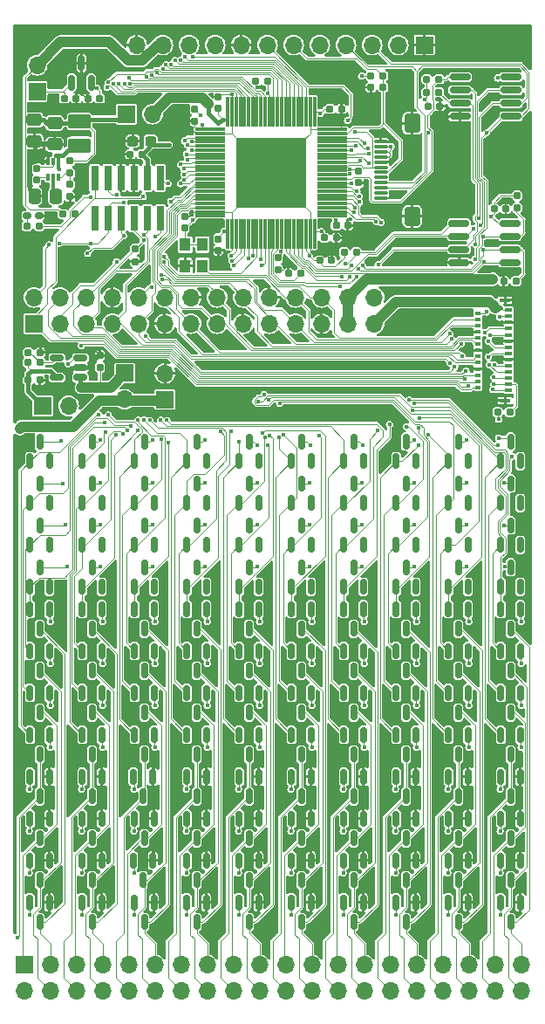
<source format=gbr>
%TF.GenerationSoftware,KiCad,Pcbnew,7.0.9-7.0.9~ubuntu22.04.1*%
%TF.CreationDate,2023-12-28T14:24:15-08:00*%
%TF.ProjectId,devel_gw1,64657665-6c5f-4677-9731-2e6b69636164,rev?*%
%TF.SameCoordinates,Original*%
%TF.FileFunction,Copper,L1,Top*%
%TF.FilePolarity,Positive*%
%FSLAX46Y46*%
G04 Gerber Fmt 4.6, Leading zero omitted, Abs format (unit mm)*
G04 Created by KiCad (PCBNEW 7.0.9-7.0.9~ubuntu22.04.1) date 2023-12-28 14:24:15*
%MOMM*%
%LPD*%
G01*
G04 APERTURE LIST*
G04 Aperture macros list*
%AMRoundRect*
0 Rectangle with rounded corners*
0 $1 Rounding radius*
0 $2 $3 $4 $5 $6 $7 $8 $9 X,Y pos of 4 corners*
0 Add a 4 corners polygon primitive as box body*
4,1,4,$2,$3,$4,$5,$6,$7,$8,$9,$2,$3,0*
0 Add four circle primitives for the rounded corners*
1,1,$1+$1,$2,$3*
1,1,$1+$1,$4,$5*
1,1,$1+$1,$6,$7*
1,1,$1+$1,$8,$9*
0 Add four rect primitives between the rounded corners*
20,1,$1+$1,$2,$3,$4,$5,0*
20,1,$1+$1,$4,$5,$6,$7,0*
20,1,$1+$1,$6,$7,$8,$9,0*
20,1,$1+$1,$8,$9,$2,$3,0*%
G04 Aperture macros list end*
%TA.AperFunction,SMDPad,CuDef*%
%ADD10RoundRect,0.075000X0.575000X-0.075000X0.575000X0.075000X-0.575000X0.075000X-0.575000X-0.075000X0*%
%TD*%
%TA.AperFunction,SMDPad,CuDef*%
%ADD11RoundRect,0.400000X0.400000X-0.550000X0.400000X0.550000X-0.400000X0.550000X-0.400000X-0.550000X0*%
%TD*%
%TA.AperFunction,SMDPad,CuDef*%
%ADD12RoundRect,0.150000X-0.825000X-0.150000X0.825000X-0.150000X0.825000X0.150000X-0.825000X0.150000X0*%
%TD*%
%TA.AperFunction,SMDPad,CuDef*%
%ADD13RoundRect,0.160000X-0.160000X0.197500X-0.160000X-0.197500X0.160000X-0.197500X0.160000X0.197500X0*%
%TD*%
%TA.AperFunction,SMDPad,CuDef*%
%ADD14RoundRect,0.150000X-0.150000X0.587500X-0.150000X-0.587500X0.150000X-0.587500X0.150000X0.587500X0*%
%TD*%
%TA.AperFunction,ComponentPad*%
%ADD15R,1.700000X1.700000*%
%TD*%
%TA.AperFunction,ComponentPad*%
%ADD16O,1.700000X1.700000*%
%TD*%
%TA.AperFunction,SMDPad,CuDef*%
%ADD17RoundRect,0.150000X0.150000X-0.587500X0.150000X0.587500X-0.150000X0.587500X-0.150000X-0.587500X0*%
%TD*%
%TA.AperFunction,SMDPad,CuDef*%
%ADD18RoundRect,0.250000X0.337500X0.475000X-0.337500X0.475000X-0.337500X-0.475000X0.337500X-0.475000X0*%
%TD*%
%TA.AperFunction,SMDPad,CuDef*%
%ADD19RoundRect,0.155000X0.212500X0.155000X-0.212500X0.155000X-0.212500X-0.155000X0.212500X-0.155000X0*%
%TD*%
%TA.AperFunction,SMDPad,CuDef*%
%ADD20RoundRect,0.155000X0.155000X-0.212500X0.155000X0.212500X-0.155000X0.212500X-0.155000X-0.212500X0*%
%TD*%
%TA.AperFunction,SMDPad,CuDef*%
%ADD21RoundRect,0.160000X0.222500X0.160000X-0.222500X0.160000X-0.222500X-0.160000X0.222500X-0.160000X0*%
%TD*%
%TA.AperFunction,SMDPad,CuDef*%
%ADD22RoundRect,0.160000X0.197500X0.160000X-0.197500X0.160000X-0.197500X-0.160000X0.197500X-0.160000X0*%
%TD*%
%TA.AperFunction,SMDPad,CuDef*%
%ADD23RoundRect,0.237500X0.300000X0.237500X-0.300000X0.237500X-0.300000X-0.237500X0.300000X-0.237500X0*%
%TD*%
%TA.AperFunction,SMDPad,CuDef*%
%ADD24R,0.340000X0.700000*%
%TD*%
%TA.AperFunction,SMDPad,CuDef*%
%ADD25RoundRect,0.160000X-0.197500X-0.160000X0.197500X-0.160000X0.197500X0.160000X-0.197500X0.160000X0*%
%TD*%
%TA.AperFunction,SMDPad,CuDef*%
%ADD26R,0.740000X2.400000*%
%TD*%
%TA.AperFunction,SMDPad,CuDef*%
%ADD27RoundRect,0.250000X-0.475000X0.337500X-0.475000X-0.337500X0.475000X-0.337500X0.475000X0.337500X0*%
%TD*%
%TA.AperFunction,SMDPad,CuDef*%
%ADD28RoundRect,0.155000X-0.212500X-0.155000X0.212500X-0.155000X0.212500X0.155000X-0.212500X0.155000X0*%
%TD*%
%TA.AperFunction,SMDPad,CuDef*%
%ADD29R,1.100000X1.300000*%
%TD*%
%TA.AperFunction,SMDPad,CuDef*%
%ADD30RoundRect,0.150000X0.512500X0.150000X-0.512500X0.150000X-0.512500X-0.150000X0.512500X-0.150000X0*%
%TD*%
%TA.AperFunction,SMDPad,CuDef*%
%ADD31RoundRect,0.250001X0.849999X-0.462499X0.849999X0.462499X-0.849999X0.462499X-0.849999X-0.462499X0*%
%TD*%
%TA.AperFunction,SMDPad,CuDef*%
%ADD32RoundRect,0.155000X-0.155000X0.212500X-0.155000X-0.212500X0.155000X-0.212500X0.155000X0.212500X0*%
%TD*%
%TA.AperFunction,SMDPad,CuDef*%
%ADD33RoundRect,0.006600X-0.103400X1.423400X-0.103400X-1.423400X0.103400X-1.423400X0.103400X1.423400X0*%
%TD*%
%TA.AperFunction,SMDPad,CuDef*%
%ADD34RoundRect,0.006600X-1.423400X-0.103400X1.423400X-0.103400X1.423400X0.103400X-1.423400X0.103400X0*%
%TD*%
%TA.AperFunction,SMDPad,CuDef*%
%ADD35R,6.740000X6.740000*%
%TD*%
%TA.AperFunction,SMDPad,CuDef*%
%ADD36R,0.711200X0.355600*%
%TD*%
%TA.AperFunction,SMDPad,CuDef*%
%ADD37R,0.558800X0.355600*%
%TD*%
%TA.AperFunction,SMDPad,CuDef*%
%ADD38R,1.092200X0.406400*%
%TD*%
%TA.AperFunction,ViaPad*%
%ADD39C,0.400000*%
%TD*%
%TA.AperFunction,Conductor*%
%ADD40C,0.100000*%
%TD*%
%TA.AperFunction,Conductor*%
%ADD41C,0.400000*%
%TD*%
%TA.AperFunction,Conductor*%
%ADD42C,0.300000*%
%TD*%
%TA.AperFunction,Conductor*%
%ADD43C,0.500000*%
%TD*%
%TA.AperFunction,Conductor*%
%ADD44C,1.000000*%
%TD*%
G04 APERTURE END LIST*
D10*
%TO.P,J_DISPLAY1,1,Pin_1*%
%TO.N,GND*%
X159861000Y-90253000D03*
%TO.P,J_DISPLAY1,2,Pin_2*%
%TO.N,unconnected-(J_DISPLAY1-Pin_2-Pad2)*%
X159861000Y-89753000D03*
%TO.P,J_DISPLAY1,3,Pin_3*%
%TO.N,/SPI_MOSI_IO0*%
X159861000Y-89253000D03*
%TO.P,J_DISPLAY1,4,Pin_4*%
%TO.N,/SPI_CLK*%
X159861000Y-88753000D03*
%TO.P,J_DISPLAY1,5,Pin_5*%
%TO.N,unconnected-(J_DISPLAY1-Pin_5-Pad5)*%
X159861000Y-88253000D03*
%TO.P,J_DISPLAY1,6,Pin_6*%
%TO.N,/LCD_RST_N*%
X159861000Y-87753000D03*
%TO.P,J_DISPLAY1,7,Pin_7*%
%TO.N,/LCD_CS_N*%
X159861000Y-87253000D03*
%TO.P,J_DISPLAY1,8,Pin_8*%
%TO.N,GND*%
X159861000Y-86753000D03*
%TO.P,J_DISPLAY1,9,Pin_9*%
%TO.N,+3V3*%
X159861000Y-86253000D03*
%TO.P,J_DISPLAY1,10,Pin_10*%
X159861000Y-85753000D03*
%TO.P,J_DISPLAY1,11,Pin_11*%
X159854714Y-85257280D03*
%TO.P,J_DISPLAY1,12,Pin_12*%
%TO.N,GND*%
X159861000Y-84753000D03*
D11*
%TO.P,J_DISPLAY1,MP,MountPin*%
X162911000Y-92003000D03*
X162911000Y-83003000D03*
%TD*%
D12*
%TO.P,U7,8,VCC*%
%TO.N,+3V3*%
X172400000Y-92690000D03*
%TO.P,U7,7,~{HOLD}/IO3*%
%TO.N,/SPI_IO3*%
X172400000Y-93960000D03*
%TO.P,U7,6,SCK*%
%TO.N,/SPI_CLK*%
X172400000Y-95230000D03*
%TO.P,U7,5,SI/IO0*%
%TO.N,/SPI_MOSI_IO0*%
X172400000Y-96500000D03*
%TO.P,U7,4,GND*%
%TO.N,GND*%
X167450000Y-96500000D03*
%TO.P,U7,3,~{WP}/IO2*%
%TO.N,/SPI_IO2*%
X167450000Y-95230000D03*
%TO.P,U7,2,SO/IO1*%
%TO.N,/SPI_MISO_IO1*%
X167450000Y-93960000D03*
%TO.P,U7,1,~{CS}*%
%TO.N,/FLASH_CS_N*%
X167450000Y-92690000D03*
%TD*%
D13*
%TO.P,R6,1*%
%TO.N,/JTAG_TCK*%
X136000000Y-95202500D03*
%TO.P,R6,2*%
%TO.N,GND*%
X136000000Y-96397500D03*
%TD*%
D14*
%TO.P,D14,1*%
%TO.N,GND*%
X173416000Y-154510500D03*
%TO.P,D14,2*%
%TO.N,LINE*%
X171516000Y-154510500D03*
%TO.P,D14,3*%
%TO.N,/PIN21*%
X172466000Y-156385500D03*
%TD*%
D15*
%TO.P,JP1,1,A*%
%TO.N,Net-(JP1-A)*%
X126500000Y-79900000D03*
D16*
%TO.P,JP1,2,B*%
%TO.N,+3V3*%
X126500000Y-77360000D03*
%TD*%
D17*
%TO.P,D29,1,A*%
%TO.N,/PIN30_F*%
X151196000Y-115745500D03*
%TO.P,D29,2*%
%TO.N,N/C*%
X153096000Y-115745500D03*
%TO.P,D29,3,K*%
%TO.N,+3V3*%
X152146000Y-113870500D03*
%TD*%
D14*
%TO.P,D74,1*%
%TO.N,GND*%
X148016000Y-158574500D03*
%TO.P,D74,2*%
%TO.N,LINE*%
X146116000Y-158574500D03*
%TO.P,D74,3*%
%TO.N,/PIN10*%
X147066000Y-160449500D03*
%TD*%
D17*
%TO.P,D2,1,A*%
%TO.N,/PIN15_F*%
X161356000Y-119809500D03*
%TO.P,D2,2*%
%TO.N,N/C*%
X163256000Y-119809500D03*
%TO.P,D2,3,K*%
%TO.N,+3V3*%
X162306000Y-117934500D03*
%TD*%
D18*
%TO.P,C5,1*%
%TO.N,/V_IN*%
X128317500Y-90050000D03*
%TO.P,C5,2*%
%TO.N,GND*%
X126242500Y-90050000D03*
%TD*%
D14*
%TO.P,Q16,1,G*%
%TO.N,+5V*%
X142936000Y-130126500D03*
%TO.P,Q16,2,S*%
%TO.N,/PIN8_F*%
X141036000Y-130126500D03*
%TO.P,Q16,3,D*%
%TO.N,/PIN8*%
X141986000Y-132001500D03*
%TD*%
D17*
%TO.P,D67,1,A*%
%TO.N,/PIN20_F*%
X171516000Y-127937500D03*
%TO.P,D67,2*%
%TO.N,N/C*%
X173416000Y-127937500D03*
%TO.P,D67,3,K*%
%TO.N,+3V3*%
X172466000Y-126062500D03*
%TD*%
D19*
%TO.P,C1,1*%
%TO.N,/V_IN*%
X132567500Y-80600000D03*
%TO.P,C1,2*%
%TO.N,GND*%
X131432500Y-80600000D03*
%TD*%
D20*
%TO.P,C10,1*%
%TO.N,/V_IN*%
X132600000Y-106667500D03*
%TO.P,C10,2*%
%TO.N,GND*%
X132600000Y-105532500D03*
%TD*%
D17*
%TO.P,D4,1,A*%
%TO.N,/PIN22_F*%
X171516000Y-115745500D03*
%TO.P,D4,2*%
%TO.N,N/C*%
X173416000Y-115745500D03*
%TO.P,D4,3,K*%
%TO.N,+3V3*%
X172466000Y-113870500D03*
%TD*%
D14*
%TO.P,D64,1*%
%TO.N,GND*%
X132776000Y-146382500D03*
%TO.P,D64,2*%
%TO.N,LINE*%
X130876000Y-146382500D03*
%TO.P,D64,3*%
%TO.N,/PIN38*%
X131826000Y-148257500D03*
%TD*%
D21*
%TO.P,LED_DONE1,1,K*%
%TO.N,GND*%
X126672500Y-91970000D03*
%TO.P,LED_DONE1,2,A*%
%TO.N,Net-(LED_DONE1-A)*%
X125527500Y-91970000D03*
%TD*%
D14*
%TO.P,D76,1*%
%TO.N,GND*%
X173416000Y-150446500D03*
%TO.P,D76,2*%
%TO.N,LINE*%
X171516000Y-150446500D03*
%TO.P,D76,3*%
%TO.N,/PIN19*%
X172466000Y-152321500D03*
%TD*%
D22*
%TO.P,R11,1*%
%TO.N,/SPI_CLK*%
X172997500Y-98300000D03*
%TO.P,R11,2*%
%TO.N,GND*%
X171802500Y-98300000D03*
%TD*%
D14*
%TO.P,D20,1*%
%TO.N,GND*%
X153096000Y-158574500D03*
%TO.P,D20,2*%
%TO.N,LINE*%
X151196000Y-158574500D03*
%TO.P,D20,3*%
%TO.N,/PIN12*%
X152146000Y-160449500D03*
%TD*%
D19*
%TO.P,C19,1*%
%TO.N,+3V3*%
X148867500Y-78900000D03*
%TO.P,C19,2*%
%TO.N,GND*%
X147732500Y-78900000D03*
%TD*%
D14*
%TO.P,D28,1*%
%TO.N,GND*%
X168336000Y-158574500D03*
%TO.P,D28,2*%
%TO.N,LINE*%
X166436000Y-158574500D03*
%TO.P,D28,3*%
%TO.N,/PIN18*%
X167386000Y-160449500D03*
%TD*%
D23*
%TO.P,C12,1*%
%TO.N,+3V3*%
X137514500Y-84709000D03*
%TO.P,C12,2*%
%TO.N,GND*%
X135789500Y-84709000D03*
%TD*%
D17*
%TO.P,D79,1,A*%
%TO.N,/PIN40_F*%
X125796000Y-115745500D03*
%TO.P,D79,2*%
%TO.N,N/C*%
X127696000Y-115745500D03*
%TO.P,D79,3,K*%
%TO.N,+3V3*%
X126746000Y-113870500D03*
%TD*%
D14*
%TO.P,D32,1*%
%TO.N,GND*%
X137729000Y-154510500D03*
%TO.P,D32,2*%
%TO.N,LINE*%
X135829000Y-154510500D03*
%TO.P,D32,3*%
%TO.N,/PIN35*%
X136779000Y-156385500D03*
%TD*%
%TO.P,Q33,1,G*%
%TO.N,+5V*%
X173416000Y-130126500D03*
%TO.P,Q33,2,S*%
%TO.N,/PIN20_F*%
X171516000Y-130126500D03*
%TO.P,Q33,3,D*%
%TO.N,/PIN20*%
X172466000Y-132001500D03*
%TD*%
D24*
%TO.P,U6,1,VIN*%
%TO.N,/V_IN*%
X128551000Y-86733000D03*
%TO.P,U6,2,SW*%
%TO.N,Net-(U6-SW)*%
X128051000Y-86733000D03*
%TO.P,U6,3,GND*%
%TO.N,GND*%
X127551000Y-86733000D03*
%TO.P,U6,4,BST*%
%TO.N,Net-(U6-BST)*%
X127551000Y-88233000D03*
%TO.P,U6,5,EN*%
%TO.N,/V_IN*%
X128051000Y-88233000D03*
%TO.P,U6,6,FB*%
%TO.N,Net-(U6-FB)*%
X128551000Y-88233000D03*
%TD*%
D25*
%TO.P,R13,1*%
%TO.N,+3V3*%
X164302500Y-78700000D03*
%TO.P,R13,2*%
%TO.N,/PSRAM_CS_N*%
X165497500Y-78700000D03*
%TD*%
D26*
%TO.P,J_JTAG1,1,Pin_1*%
%TO.N,/IO6B*%
X138440000Y-88300000D03*
%TO.P,J_JTAG1,2,Pin_2*%
%TO.N,/IO6A*%
X138440000Y-92200000D03*
%TO.P,J_JTAG1,3,Pin_3*%
%TO.N,+3V3*%
X137170000Y-88300000D03*
%TO.P,J_JTAG1,4,Pin_4*%
%TO.N,/JTAG_TMS*%
X137170000Y-92200000D03*
%TO.P,J_JTAG1,5,Pin_5*%
%TO.N,GND*%
X135900000Y-88300000D03*
%TO.P,J_JTAG1,6,Pin_6*%
%TO.N,/JTAG_TCK*%
X135900000Y-92200000D03*
%TO.P,J_JTAG1,7,Pin_7*%
%TO.N,GND*%
X134630000Y-88300000D03*
%TO.P,J_JTAG1,8,Pin_8*%
%TO.N,/JTAG_TDO*%
X134630000Y-92200000D03*
%TO.P,J_JTAG1,9,Pin_9*%
%TO.N,/RECONFIG_N*%
X133360000Y-88300000D03*
%TO.P,J_JTAG1,10,Pin_10*%
%TO.N,/JTAG_TDI*%
X133360000Y-92200000D03*
%TO.P,J_JTAG1,11,Pin_11*%
%TO.N,/JTAG_SEL_N*%
X132090000Y-88300000D03*
%TO.P,J_JTAG1,12,Pin_12*%
%TO.N,unconnected-(J_JTAG1-Pin_12-Pad12)*%
X132090000Y-92200000D03*
%TD*%
D25*
%TO.P,R16,1*%
%TO.N,+3V3*%
X129002500Y-91800000D03*
%TO.P,R16,2*%
%TO.N,/JTAG_SEL_N*%
X130197500Y-91800000D03*
%TD*%
D17*
%TO.P,D6,1,A*%
%TO.N,/PIN26_F*%
X161356000Y-115745500D03*
%TO.P,D6,2*%
%TO.N,N/C*%
X163256000Y-115745500D03*
%TO.P,D6,3,K*%
%TO.N,+3V3*%
X162306000Y-113870500D03*
%TD*%
D14*
%TO.P,Q9,1,G*%
%TO.N,+5V*%
X153096000Y-130126500D03*
%TO.P,Q9,2,S*%
%TO.N,/PIN12_F*%
X151196000Y-130126500D03*
%TO.P,Q9,3,D*%
%TO.N,/PIN12*%
X152146000Y-132001500D03*
%TD*%
%TO.P,Q12,1,G*%
%TO.N,+5V*%
X127696000Y-130126500D03*
%TO.P,Q12,2,S*%
%TO.N,/PIN2_F*%
X125796000Y-130126500D03*
%TO.P,Q12,3,D*%
%TO.N,/PIN2*%
X126746000Y-132001500D03*
%TD*%
D27*
%TO.P,C7,1*%
%TO.N,Net-(JP3-A)*%
X126210000Y-82662500D03*
%TO.P,C7,2*%
%TO.N,GND*%
X126210000Y-84737500D03*
%TD*%
D15*
%TO.P,J2,1,Pin_1*%
%TO.N,LINE*%
X138900000Y-109775000D03*
D16*
%TO.P,J2,2,Pin_2*%
%TO.N,GND*%
X138900000Y-107235000D03*
%TD*%
D14*
%TO.P,D52,1*%
%TO.N,GND*%
X153096000Y-150446500D03*
%TO.P,D52,2*%
%TO.N,LINE*%
X151196000Y-150446500D03*
%TO.P,D52,3*%
%TO.N,/PIN11*%
X152146000Y-152321500D03*
%TD*%
D17*
%TO.P,D49,1,A*%
%TO.N,/PIN6_F*%
X135956000Y-127937500D03*
%TO.P,D49,2*%
%TO.N,N/C*%
X137856000Y-127937500D03*
%TO.P,D49,3,K*%
%TO.N,+3V3*%
X136906000Y-126062500D03*
%TD*%
D14*
%TO.P,Q30,1,G*%
%TO.N,+5V*%
X153096000Y-134190500D03*
%TO.P,Q30,2,S*%
%TO.N,/PIN29_F*%
X151196000Y-134190500D03*
%TO.P,Q30,3,D*%
%TO.N,/PIN29*%
X152146000Y-136065500D03*
%TD*%
D28*
%TO.P,C2,1*%
%TO.N,Net-(JP1-A)*%
X129132500Y-80600000D03*
%TO.P,C2,2*%
%TO.N,GND*%
X130267500Y-80600000D03*
%TD*%
D14*
%TO.P,Q23,1,G*%
%TO.N,+5V*%
X142936000Y-134190500D03*
%TO.P,Q23,2,S*%
%TO.N,/PIN33_F*%
X141036000Y-134190500D03*
%TO.P,Q23,3,D*%
%TO.N,/PIN33*%
X141986000Y-136065500D03*
%TD*%
D25*
%TO.P,R15,1*%
%TO.N,Net-(U3-ADJ)*%
X125602500Y-105200000D03*
%TO.P,R15,2*%
%TO.N,GND*%
X126797500Y-105200000D03*
%TD*%
D14*
%TO.P,D26,1*%
%TO.N,GND*%
X127696000Y-158574500D03*
%TO.P,D26,2*%
%TO.N,LINE*%
X125796000Y-158574500D03*
%TO.P,D26,3*%
%TO.N,/PIN2*%
X126746000Y-160449500D03*
%TD*%
D25*
%TO.P,R2,1*%
%TO.N,+3V3*%
X158902500Y-78400000D03*
%TO.P,R2,2*%
%TO.N,/LCD_RST_N*%
X160097500Y-78400000D03*
%TD*%
D14*
%TO.P,Q29,1,G*%
%TO.N,+5V*%
X158176000Y-138254500D03*
%TO.P,Q29,2,S*%
%TO.N,/PIN13_F*%
X156276000Y-138254500D03*
%TO.P,Q29,3,D*%
%TO.N,/PIN13*%
X157226000Y-140129500D03*
%TD*%
%TO.P,Q37,1,G*%
%TO.N,+5V*%
X173416000Y-138254500D03*
%TO.P,Q37,2,S*%
%TO.N,/PIN19_F*%
X171516000Y-138254500D03*
%TO.P,Q37,3,D*%
%TO.N,/PIN19*%
X172466000Y-140129500D03*
%TD*%
D17*
%TO.P,D31,1,A*%
%TO.N,/PIN35_F*%
X135956000Y-123873500D03*
%TO.P,D31,2*%
%TO.N,N/C*%
X137856000Y-123873500D03*
%TO.P,D31,3,K*%
%TO.N,+3V3*%
X136906000Y-121998500D03*
%TD*%
D14*
%TO.P,Q3,1,G*%
%TO.N,+5V*%
X163256000Y-142318500D03*
%TO.P,Q3,2,S*%
%TO.N,/PIN26_F*%
X161356000Y-142318500D03*
%TO.P,Q3,3,D*%
%TO.N,/PIN26*%
X162306000Y-144193500D03*
%TD*%
%TO.P,Q22,1,G*%
%TO.N,+5V*%
X168336000Y-142318500D03*
%TO.P,Q22,2,S*%
%TO.N,/PIN24_F*%
X166436000Y-142318500D03*
%TO.P,Q22,3,D*%
%TO.N,/PIN24*%
X167386000Y-144193500D03*
%TD*%
D28*
%TO.P,C9,1*%
%TO.N,+3V3*%
X153932500Y-96300000D03*
%TO.P,C9,2*%
%TO.N,GND*%
X155067500Y-96300000D03*
%TD*%
D14*
%TO.P,Q8,1,G*%
%TO.N,+5V*%
X132776000Y-138254500D03*
%TO.P,Q8,2,S*%
%TO.N,/PIN3_F*%
X130876000Y-138254500D03*
%TO.P,Q8,3,D*%
%TO.N,/PIN3*%
X131826000Y-140129500D03*
%TD*%
D29*
%TO.P,X1,1,EN*%
%TO.N,+3V3*%
X140875000Y-94750000D03*
%TO.P,X1,2,GND*%
%TO.N,GND*%
X140875000Y-96850000D03*
%TO.P,X1,3,OUT*%
%TO.N,/CLK1*%
X142525000Y-96850000D03*
%TO.P,X1,4,Vdd*%
%TO.N,+3V3*%
X142525000Y-94750000D03*
%TD*%
D17*
%TO.P,D59,1,A*%
%TO.N,/PIN13_F*%
X156276000Y-119809500D03*
%TO.P,D59,2*%
%TO.N,N/C*%
X158176000Y-119809500D03*
%TO.P,D59,3,K*%
%TO.N,+3V3*%
X157226000Y-117934500D03*
%TD*%
D30*
%TO.P,U3,1,VIN*%
%TO.N,/V_IN*%
X130702500Y-107650000D03*
%TO.P,U3,2,GND*%
%TO.N,GND*%
X130702500Y-106700000D03*
%TO.P,U3,3,EN*%
%TO.N,/V_IN*%
X130702500Y-105750000D03*
%TO.P,U3,4,ADJ*%
%TO.N,Net-(U3-ADJ)*%
X128427500Y-105750000D03*
%TO.P,U3,5,VOUT*%
%TO.N,Net-(JP2-A)*%
X128427500Y-107650000D03*
%TD*%
D14*
%TO.P,Q25,1,G*%
%TO.N,+5V*%
X153096000Y-138254500D03*
%TO.P,Q25,2,S*%
%TO.N,/PIN11_F*%
X151196000Y-138254500D03*
%TO.P,Q25,3,D*%
%TO.N,/PIN11*%
X152146000Y-140129500D03*
%TD*%
D17*
%TO.P,D65,1,A*%
%TO.N,/PIN9_F*%
X146116000Y-119809500D03*
%TO.P,D65,2*%
%TO.N,N/C*%
X148016000Y-119809500D03*
%TO.P,D65,3,K*%
%TO.N,+3V3*%
X147066000Y-117934500D03*
%TD*%
D14*
%TO.P,Q14,1,G*%
%TO.N,+5V*%
X153096000Y-142318500D03*
%TO.P,Q14,2,S*%
%TO.N,/PIN30_F*%
X151196000Y-142318500D03*
%TO.P,Q14,3,D*%
%TO.N,/PIN30*%
X152146000Y-144193500D03*
%TD*%
D17*
%TO.P,D73,1,A*%
%TO.N,/PIN10_F*%
X146116000Y-127937500D03*
%TO.P,D73,2*%
%TO.N,N/C*%
X148016000Y-127937500D03*
%TO.P,D73,3,K*%
%TO.N,+3V3*%
X147066000Y-126062500D03*
%TD*%
D28*
%TO.P,C14,1*%
%TO.N,+3V3*%
X170865000Y-91300000D03*
%TO.P,C14,2*%
%TO.N,GND*%
X172000000Y-91300000D03*
%TD*%
D14*
%TO.P,Q19,1,G*%
%TO.N,+5V*%
X142936000Y-142318500D03*
%TO.P,Q19,2,S*%
%TO.N,/PIN34_F*%
X141036000Y-142318500D03*
%TO.P,Q19,3,D*%
%TO.N,/PIN34*%
X141986000Y-144193500D03*
%TD*%
%TO.P,D68,1*%
%TO.N,GND*%
X173416000Y-158574500D03*
%TO.P,D68,2*%
%TO.N,LINE*%
X171516000Y-158574500D03*
%TO.P,D68,3*%
%TO.N,/PIN20*%
X172466000Y-160449500D03*
%TD*%
D31*
%TO.P,L1,1*%
%TO.N,Net-(U6-SW)*%
X130630000Y-85142500D03*
%TO.P,L1,2*%
%TO.N,Net-(JP3-A)*%
X130630000Y-82817500D03*
%TD*%
D32*
%TO.P,C21,1*%
%TO.N,+3V3*%
X157700000Y-87632500D03*
%TO.P,C21,2*%
%TO.N,GND*%
X157700000Y-88767500D03*
%TD*%
D25*
%TO.P,R8,1*%
%TO.N,+3V3*%
X164302500Y-80000000D03*
%TO.P,R8,2*%
%TO.N,/SPI_IO2*%
X165497500Y-80000000D03*
%TD*%
D14*
%TO.P,Q6,1,G*%
%TO.N,+5V*%
X173416000Y-134190500D03*
%TO.P,Q6,2,S*%
%TO.N,/PIN21_F*%
X171516000Y-134190500D03*
%TO.P,Q6,3,D*%
%TO.N,/PIN21*%
X172466000Y-136065500D03*
%TD*%
%TO.P,Q18,1,G*%
%TO.N,+5V*%
X163256000Y-134190500D03*
%TO.P,Q18,2,S*%
%TO.N,/PIN25_F*%
X161356000Y-134190500D03*
%TO.P,Q18,3,D*%
%TO.N,/PIN25*%
X162306000Y-136065500D03*
%TD*%
%TO.P,Q41,1,G*%
%TO.N,+5V*%
X127696000Y-138254500D03*
%TO.P,Q41,2,S*%
%TO.N,/PIN1_F*%
X125796000Y-138254500D03*
%TO.P,Q41,3,D*%
%TO.N,/PIN1*%
X126746000Y-140129500D03*
%TD*%
D32*
%TO.P,C11,1*%
%TO.N,+3V3*%
X141800000Y-81632500D03*
%TO.P,C11,2*%
%TO.N,GND*%
X141800000Y-82767500D03*
%TD*%
D14*
%TO.P,Q1,1,G*%
%TO.N,+5V*%
X163256000Y-138254500D03*
%TO.P,Q1,2,S*%
%TO.N,/PIN15_F*%
X161356000Y-138254500D03*
%TO.P,Q1,3,D*%
%TO.N,/PIN15*%
X162306000Y-140129500D03*
%TD*%
%TO.P,Q21,1,G*%
%TO.N,+5V*%
X163256000Y-130126500D03*
%TO.P,Q21,2,S*%
%TO.N,/PIN16_F*%
X161356000Y-130126500D03*
%TO.P,Q21,3,D*%
%TO.N,/PIN16*%
X162306000Y-132001500D03*
%TD*%
%TO.P,D34,1*%
%TO.N,GND*%
X142936000Y-158574500D03*
%TO.P,D34,2*%
%TO.N,LINE*%
X141036000Y-158574500D03*
%TO.P,D34,3*%
%TO.N,/PIN8*%
X141986000Y-160449500D03*
%TD*%
D20*
%TO.P,C20,1*%
%TO.N,+1V2*%
X144100000Y-81567500D03*
%TO.P,C20,2*%
%TO.N,GND*%
X144100000Y-80432500D03*
%TD*%
D17*
%TO.P,D63,1,A*%
%TO.N,/PIN38_F*%
X130876000Y-115745500D03*
%TO.P,D63,2*%
%TO.N,N/C*%
X132776000Y-115745500D03*
%TO.P,D63,3,K*%
%TO.N,+3V3*%
X131826000Y-113870500D03*
%TD*%
D14*
%TO.P,D42,1*%
%TO.N,GND*%
X142936000Y-150446500D03*
%TO.P,D42,2*%
%TO.N,LINE*%
X141036000Y-150446500D03*
%TO.P,D42,3*%
%TO.N,/PIN7*%
X141986000Y-152321500D03*
%TD*%
%TO.P,Q7,1,G*%
%TO.N,+5V*%
X148016000Y-142318500D03*
%TO.P,Q7,2,S*%
%TO.N,/PIN32_F*%
X146116000Y-142318500D03*
%TO.P,Q7,3,D*%
%TO.N,/PIN32*%
X147066000Y-144193500D03*
%TD*%
%TO.P,Q20,1,G*%
%TO.N,+5V*%
X142936000Y-138254500D03*
%TO.P,Q20,2,S*%
%TO.N,/PIN7_F*%
X141036000Y-138254500D03*
%TO.P,Q20,3,D*%
%TO.N,/PIN7*%
X141986000Y-140129500D03*
%TD*%
D17*
%TO.P,D55,1,A*%
%TO.N,/PIN39_F*%
X125796000Y-123873500D03*
%TO.P,D55,2*%
%TO.N,N/C*%
X127696000Y-123873500D03*
%TO.P,D55,3,K*%
%TO.N,+3V3*%
X126746000Y-121998500D03*
%TD*%
D14*
%TO.P,D70,1*%
%TO.N,GND*%
X158176000Y-154510500D03*
%TO.P,D70,2*%
%TO.N,LINE*%
X156276000Y-154510500D03*
%TO.P,D70,3*%
%TO.N,/PIN27*%
X157226000Y-156385500D03*
%TD*%
%TO.P,Q11,1,G*%
%TO.N,+5V*%
X137856000Y-142318500D03*
%TO.P,Q11,2,S*%
%TO.N,/PIN36_F*%
X135956000Y-142318500D03*
%TO.P,Q11,3,D*%
%TO.N,/PIN36*%
X136906000Y-144193500D03*
%TD*%
%TO.P,Q38,1,G*%
%TO.N,+5V*%
X148016000Y-134190500D03*
%TO.P,Q38,2,S*%
%TO.N,/PIN31_F*%
X146116000Y-134190500D03*
%TO.P,Q38,3,D*%
%TO.N,/PIN31*%
X147066000Y-136065500D03*
%TD*%
D25*
%TO.P,R14,1*%
%TO.N,Net-(JP2-A)*%
X125602500Y-106200000D03*
%TO.P,R14,2*%
%TO.N,Net-(U3-ADJ)*%
X126797500Y-106200000D03*
%TD*%
D17*
%TO.P,D69,1,A*%
%TO.N,/PIN27_F*%
X156276000Y-123873500D03*
%TO.P,D69,2*%
%TO.N,N/C*%
X158176000Y-123873500D03*
%TO.P,D69,3,K*%
%TO.N,+3V3*%
X157226000Y-121998500D03*
%TD*%
D14*
%TO.P,D30,1*%
%TO.N,GND*%
X153096000Y-146382500D03*
%TO.P,D30,2*%
%TO.N,LINE*%
X151196000Y-146382500D03*
%TO.P,D30,3*%
%TO.N,/PIN30*%
X152146000Y-148257500D03*
%TD*%
D28*
%TO.P,C3,1*%
%TO.N,Net-(JP2-A)*%
X125617500Y-107900000D03*
%TO.P,C3,2*%
%TO.N,GND*%
X126752500Y-107900000D03*
%TD*%
D17*
%TO.P,D47,1,A*%
%TO.N,/PIN33_F*%
X141036000Y-123873500D03*
%TO.P,D47,2*%
%TO.N,N/C*%
X142936000Y-123873500D03*
%TO.P,D47,3,K*%
%TO.N,+3V3*%
X141986000Y-121998500D03*
%TD*%
D28*
%TO.P,C15,1*%
%TO.N,+3V3*%
X155532500Y-92900000D03*
%TO.P,C15,2*%
%TO.N,GND*%
X156667500Y-92900000D03*
%TD*%
D14*
%TO.P,Q39,1,G*%
%TO.N,+5V*%
X127696000Y-142318500D03*
%TO.P,Q39,2,S*%
%TO.N,/PIN40_F*%
X125796000Y-142318500D03*
%TO.P,Q39,3,D*%
%TO.N,/PIN40*%
X126746000Y-144193500D03*
%TD*%
D25*
%TO.P,R7,1*%
%TO.N,+3V3*%
X171202500Y-111000000D03*
%TO.P,R7,2*%
%TO.N,/RECONFIG_N*%
X172397500Y-111000000D03*
%TD*%
D17*
%TO.P,D15,1,A*%
%TO.N,/PIN32_F*%
X146116000Y-115745500D03*
%TO.P,D15,2*%
%TO.N,N/C*%
X148016000Y-115745500D03*
%TO.P,D15,3,K*%
%TO.N,+3V3*%
X147066000Y-113870500D03*
%TD*%
%TO.P,D51,1,A*%
%TO.N,/PIN11_F*%
X151196000Y-119809500D03*
%TO.P,D51,2*%
%TO.N,N/C*%
X153096000Y-119809500D03*
%TO.P,D51,3,K*%
%TO.N,+3V3*%
X152146000Y-117934500D03*
%TD*%
D28*
%TO.P,C23,1*%
%TO.N,+1V2*%
X154932500Y-81600000D03*
%TO.P,C23,2*%
%TO.N,GND*%
X156067500Y-81600000D03*
%TD*%
D20*
%TO.P,C17,1*%
%TO.N,+3V3*%
X140800000Y-93167500D03*
%TO.P,C17,2*%
%TO.N,GND*%
X140800000Y-92032500D03*
%TD*%
D17*
%TO.P,D37,1,A*%
%TO.N,/PIN25_F*%
X161356000Y-123873500D03*
%TO.P,D37,2*%
%TO.N,N/C*%
X163256000Y-123873500D03*
%TO.P,D37,3,K*%
%TO.N,+3V3*%
X162306000Y-121998500D03*
%TD*%
D14*
%TO.P,Q32,1,G*%
%TO.N,+5V*%
X148016000Y-138254500D03*
%TO.P,Q32,2,S*%
%TO.N,/PIN9_F*%
X146116000Y-138254500D03*
%TO.P,Q32,3,D*%
%TO.N,/PIN9*%
X147066000Y-140129500D03*
%TD*%
%TO.P,Q28,1,G*%
%TO.N,+5V*%
X137856000Y-138254500D03*
%TO.P,Q28,2,S*%
%TO.N,/PIN5_F*%
X135956000Y-138254500D03*
%TO.P,Q28,3,D*%
%TO.N,/PIN5*%
X136906000Y-140129500D03*
%TD*%
%TO.P,D60,1*%
%TO.N,GND*%
X158176000Y-150446500D03*
%TO.P,D60,2*%
%TO.N,LINE*%
X156276000Y-150446500D03*
%TO.P,D60,3*%
%TO.N,/PIN13*%
X157226000Y-152321500D03*
%TD*%
%TO.P,D44,1*%
%TO.N,GND*%
X163256000Y-158574500D03*
%TO.P,D44,2*%
%TO.N,LINE*%
X161356000Y-158574500D03*
%TO.P,D44,3*%
%TO.N,/PIN16*%
X162306000Y-160449500D03*
%TD*%
%TO.P,D38,1*%
%TO.N,GND*%
X163256000Y-154510500D03*
%TO.P,D38,2*%
%TO.N,LINE*%
X161356000Y-154510500D03*
%TO.P,D38,3*%
%TO.N,/PIN25*%
X162306000Y-156385500D03*
%TD*%
%TO.P,D46,1*%
%TO.N,GND*%
X168336000Y-146382500D03*
%TO.P,D46,2*%
%TO.N,LINE*%
X166436000Y-146382500D03*
%TO.P,D46,3*%
%TO.N,/PIN24*%
X167386000Y-148257500D03*
%TD*%
%TO.P,D54,1*%
%TO.N,GND*%
X168336000Y-154510500D03*
%TO.P,D54,2*%
%TO.N,LINE*%
X166436000Y-154510500D03*
%TO.P,D54,3*%
%TO.N,/PIN23*%
X167386000Y-156385500D03*
%TD*%
%TO.P,D9,1*%
%TO.N,GND*%
X132776000Y-158574500D03*
%TO.P,D9,2*%
%TO.N,LINE*%
X130876000Y-158574500D03*
%TO.P,D9,3*%
%TO.N,/PIN4*%
X131826000Y-160449500D03*
%TD*%
%TO.P,Q26,1,G*%
%TO.N,+5V*%
X168336000Y-134190500D03*
%TO.P,Q26,2,S*%
%TO.N,/PIN23_F*%
X166436000Y-134190500D03*
%TO.P,Q26,3,D*%
%TO.N,/PIN23*%
X167386000Y-136065500D03*
%TD*%
%TO.P,Q35,1,G*%
%TO.N,+5V*%
X132776000Y-134190500D03*
%TO.P,Q35,2,S*%
%TO.N,/PIN37_F*%
X130876000Y-134190500D03*
%TO.P,Q35,3,D*%
%TO.N,/PIN37*%
X131826000Y-136065500D03*
%TD*%
%TO.P,D62,1*%
%TO.N,GND*%
X153096000Y-154510500D03*
%TO.P,D62,2*%
%TO.N,LINE*%
X151196000Y-154510500D03*
%TO.P,D62,3*%
%TO.N,/PIN29*%
X152146000Y-156385500D03*
%TD*%
%TO.P,Q17,1,G*%
%TO.N,+5V*%
X168336000Y-138254500D03*
%TO.P,Q17,2,S*%
%TO.N,/PIN17_F*%
X166436000Y-138254500D03*
%TO.P,Q17,3,D*%
%TO.N,/PIN17*%
X167386000Y-140129500D03*
%TD*%
D17*
%TO.P,U2,1,VO*%
%TO.N,Net-(JP1-A)*%
X129850000Y-79037500D03*
%TO.P,U2,2,VI*%
%TO.N,/V_IN*%
X131750000Y-79037500D03*
%TO.P,U2,3,GND*%
%TO.N,GND*%
X130800000Y-77162500D03*
%TD*%
D14*
%TO.P,Q34,1,G*%
%TO.N,+5V*%
X158176000Y-134190500D03*
%TO.P,Q34,2,S*%
%TO.N,/PIN27_F*%
X156276000Y-134190500D03*
%TO.P,Q34,3,D*%
%TO.N,/PIN27*%
X157226000Y-136065500D03*
%TD*%
D12*
%TO.P,U4,1,~{CE}*%
%TO.N,/PSRAM_CS_N*%
X167565000Y-78505000D03*
%TO.P,U4,2,SO/SIO*%
%TO.N,/SPI_MISO_IO1*%
X167565000Y-79775000D03*
%TO.P,U4,3,SIO2*%
%TO.N,/SPI_IO2*%
X167565000Y-81045000D03*
%TO.P,U4,4,VSS*%
%TO.N,GND*%
X167565000Y-82315000D03*
%TO.P,U4,5,SI/SIO*%
%TO.N,/SPI_MOSI_IO0*%
X172515000Y-82315000D03*
%TO.P,U4,6,SCLK*%
%TO.N,/SPI_CLK*%
X172515000Y-81045000D03*
%TO.P,U4,7,SIO3*%
%TO.N,/SPI_IO3*%
X172515000Y-79775000D03*
%TO.P,U4,8,VCC*%
%TO.N,+3V3*%
X172515000Y-78505000D03*
%TD*%
D33*
%TO.P,U1,1,VCC*%
%TO.N,+1V2*%
X153425000Y-81845500D03*
%TO.P,U1,2,VSS*%
%TO.N,GND*%
X153025000Y-81845500D03*
%TO.P,U1,3,IOL2A*%
%TO.N,/PIN27_F*%
X152625000Y-81845500D03*
%TO.P,U1,4,IOL5A/JTAGSEL_N/LPLL_T_IN*%
%TO.N,/JTAG_SEL_N*%
X152225000Y-81845500D03*
%TO.P,U1,5,IOL11A/TMS*%
%TO.N,/JTAG_TMS*%
X151825000Y-81845500D03*
%TO.P,U1,6,IOL11B/TCK*%
%TO.N,/JTAG_TCK*%
X151425000Y-81845500D03*
%TO.P,U1,7,IOL12B/TDI*%
%TO.N,/JTAG_TDI*%
X151025000Y-81845500D03*
%TO.P,U1,8,IOL13A/TDO*%
%TO.N,/JTAG_TDO*%
X150625000Y-81845500D03*
%TO.P,U1,9,IOL13B/RECONFIG_N*%
%TO.N,/RECONFIG_N*%
X150225000Y-81845500D03*
%TO.P,U1,10,IOL14A/DONE*%
%TO.N,/DONE*%
X149825000Y-81845500D03*
%TO.P,U1,11,IOL15A/GCLKT_6*%
%TO.N,/PIN28_F*%
X149425000Y-81845500D03*
%TO.P,U1,12,VCCO3*%
%TO.N,+3V3*%
X149025000Y-81845500D03*
%TO.P,U1,13,IOL22A*%
%TO.N,/PIN33_F*%
X148625000Y-81845500D03*
%TO.P,U1,14,IOL22B*%
%TO.N,/PIN34_F*%
X148225000Y-81845500D03*
%TO.P,U1,15,IOL26A*%
%TO.N,/PIN35_F*%
X147825000Y-81845500D03*
%TO.P,U1,16,IOL26B*%
%TO.N,/PIN36_F*%
X147425000Y-81845500D03*
%TO.P,U1,17,IOB2A*%
%TO.N,/PIN39_F*%
X147025000Y-81845500D03*
%TO.P,U1,18,IOB2B*%
%TO.N,/PIN38_F*%
X146625000Y-81845500D03*
%TO.P,U1,19,IOB4A*%
%TO.N,/PIN40_F*%
X146225000Y-81845500D03*
%TO.P,U1,20,IOB4B*%
%TO.N,/PIN37_F*%
X145825000Y-81845500D03*
%TO.P,U1,21,VSS*%
%TO.N,GND*%
X145425000Y-81845500D03*
%TO.P,U1,22,VCC*%
%TO.N,+1V2*%
X145025000Y-81845500D03*
D34*
%TO.P,U1,23,VCCO2*%
%TO.N,+3V3*%
X143290000Y-83580500D03*
%TO.P,U1,24,VSS*%
%TO.N,GND*%
X143290000Y-83980500D03*
%TO.P,U1,25,IOB8A*%
%TO.N,/PIN6_F*%
X143290000Y-84380500D03*
%TO.P,U1,26,IOB8B*%
%TO.N,/PIN5_F*%
X143290000Y-84780500D03*
%TO.P,U1,27,IOB11A*%
%TO.N,/PIN3_F*%
X143290000Y-85180500D03*
%TO.P,U1,28,IOB11B*%
%TO.N,/PIN4_F*%
X143290000Y-85580500D03*
%TO.P,U1,29,IOB13A*%
%TO.N,/PIN1_F*%
X143290000Y-85980500D03*
%TO.P,U1,30,IOB13B*%
%TO.N,/PIN2_F*%
X143290000Y-86380500D03*
%TO.P,U1,31,IOB17A*%
%TO.N,/IO4A*%
X143290000Y-86780500D03*
%TO.P,U1,32,IOB17B*%
%TO.N,/IO4B*%
X143290000Y-87180500D03*
%TO.P,U1,33,IOB23A*%
%TO.N,/IO6A*%
X143290000Y-87580500D03*
%TO.P,U1,34,IOB23B*%
%TO.N,/IO6B*%
X143290000Y-87980500D03*
%TO.P,U1,35,IOB29A/GCLKT_4*%
%TO.N,/IO2B*%
X143290000Y-88380500D03*
%TO.P,U1,36,IOB29B/GCLKC_4*%
%TO.N,/IO2A*%
X143290000Y-88780500D03*
%TO.P,U1,37,IOB31A*%
%TO.N,/IO1A*%
X143290000Y-89180500D03*
%TO.P,U1,38,IOB31B*%
%TO.N,/IO1B*%
X143290000Y-89580500D03*
%TO.P,U1,39,IOB33A*%
%TO.N,/IO3A*%
X143290000Y-89980500D03*
%TO.P,U1,40,IOB33B*%
%TO.N,/IO3B*%
X143290000Y-90380500D03*
%TO.P,U1,41,IOB41A*%
%TO.N,/IO5A*%
X143290000Y-90780500D03*
%TO.P,U1,42,IOB41B*%
%TO.N,/IO5B*%
X143290000Y-91180500D03*
%TO.P,U1,43,VSS*%
%TO.N,GND*%
X143290000Y-91580500D03*
%TO.P,U1,44,VCCO2*%
%TO.N,+3V3*%
X143290000Y-91980500D03*
D33*
%TO.P,U1,45,VCC*%
%TO.N,+1V2*%
X145025000Y-93715500D03*
%TO.P,U1,46,VSS*%
%TO.N,GND*%
X145425000Y-93715500D03*
%TO.P,U1,47,IOB43B*%
%TO.N,/PIN7_F*%
X145825000Y-93715500D03*
%TO.P,U1,48,IOR24B*%
%TO.N,/PIN8_F*%
X146225000Y-93715500D03*
%TO.P,U1,49,IOR24A*%
%TO.N,/PIN19_F*%
X146625000Y-93715500D03*
%TO.P,U1,50,IOR22B*%
%TO.N,/PIN12_F*%
X147025000Y-93715500D03*
%TO.P,U1,51,IOR17B/GCLKC_3*%
%TO.N,/PIN18_F*%
X147425000Y-93715500D03*
%TO.P,U1,52,IOR17A/GCLKT_3*%
%TO.N,/CLK1*%
X147825000Y-93715500D03*
%TO.P,U1,53,IOR15B/DOUT/WE_N*%
%TO.N,/PIN17_F*%
X148225000Y-93715500D03*
%TO.P,U1,54,IOR15A/DIN/CLKHOLD_N*%
%TO.N,/PIN16_F*%
X148625000Y-93715500D03*
%TO.P,U1,55,IOR14B/SSPI_CS_N/D0*%
%TO.N,/SPI_IO2*%
X149025000Y-93715500D03*
%TO.P,U1,56,IOR14A/SO/D1*%
%TO.N,/SPI_IO3*%
X149425000Y-93715500D03*
%TO.P,U1,57,IOR13A/FASTRD_N/D3*%
%TO.N,Net-(U1-IOR13A{slash}FASTRD_N{slash}D3)*%
X149825000Y-93715500D03*
%TO.P,U1,58,VCCO1*%
%TO.N,+3V3*%
X150225000Y-93715500D03*
%TO.P,U1,59,IOR12B/MCLK/D4*%
%TO.N,/SPI_CLK*%
X150625000Y-93715500D03*
%TO.P,U1,60,IOR12A/MCS_N/D5*%
%TO.N,/FLASH_CS_N*%
X151025000Y-93715500D03*
%TO.P,U1,61,IOR11B/MO/D6*%
%TO.N,/SPI_MOSI_IO0*%
X151425000Y-93715500D03*
%TO.P,U1,62,IOR11A/MI/D7*%
%TO.N,/SPI_MISO_IO1*%
X151825000Y-93715500D03*
%TO.P,U1,63,IOR5A/RPLL_T_IN*%
%TO.N,/PIN14_F*%
X152225000Y-93715500D03*
%TO.P,U1,64,VCCX*%
%TO.N,+3V3*%
X152625000Y-93715500D03*
%TO.P,U1,65,VSS*%
%TO.N,GND*%
X153025000Y-93715500D03*
%TO.P,U1,66,VCC*%
%TO.N,+1V2*%
X153425000Y-93715500D03*
D34*
%TO.P,U1,67,VCCO0*%
%TO.N,+3V3*%
X155160000Y-91980500D03*
%TO.P,U1,68,IOT42B*%
%TO.N,/PIN15_F*%
X155160000Y-91580500D03*
%TO.P,U1,69,IOT42A*%
%TO.N,/PIN10_F*%
X155160000Y-91180500D03*
%TO.P,U1,70,IOT41B*%
%TO.N,/PIN9_F*%
X155160000Y-90780500D03*
%TO.P,U1,71,IOT41A*%
%TO.N,/PIN20_F*%
X155160000Y-90380500D03*
%TO.P,U1,72,IOT39B*%
%TO.N,/PIN13_F*%
X155160000Y-89980500D03*
%TO.P,U1,73,IOT39A*%
%TO.N,/PIN11_F*%
X155160000Y-89580500D03*
%TO.P,U1,74,IOT38B*%
%TO.N,/PIN30_F*%
X155160000Y-89180500D03*
%TO.P,U1,75,IOT38A*%
%TO.N,/PIN21_F*%
X155160000Y-88780500D03*
%TO.P,U1,76,IOT37B*%
%TO.N,/PSRAM_CS_N*%
X155160000Y-88380500D03*
%TO.P,U1,77,IOT37A*%
%TO.N,/PIN22_F*%
X155160000Y-87980500D03*
%TO.P,U1,78,VCCX*%
%TO.N,+3V3*%
X155160000Y-87580500D03*
%TO.P,U1,79,IOT12B*%
%TO.N,/LCD_CS_N*%
X155160000Y-87180500D03*
%TO.P,U1,80,IOT12A*%
%TO.N,/PIN23_F*%
X155160000Y-86780500D03*
%TO.P,U1,81,IOT11B*%
%TO.N,/PIN29_F*%
X155160000Y-86380500D03*
%TO.P,U1,82,IOT11A*%
%TO.N,/PIN24_F*%
X155160000Y-85980500D03*
%TO.P,U1,83,IOT10B*%
%TO.N,/PIN25_F*%
X155160000Y-85580500D03*
%TO.P,U1,84,IOT10A*%
%TO.N,/PIN32_F*%
X155160000Y-85180500D03*
%TO.P,U1,85,IOT8B*%
%TO.N,/PIN26_F*%
X155160000Y-84780500D03*
%TO.P,U1,86,IOT8A*%
%TO.N,/PIN31_F*%
X155160000Y-84380500D03*
%TO.P,U1,87,IOT6B/MODE1*%
%TO.N,/LCD_RST_N*%
X155160000Y-83980500D03*
%TO.P,U1,88,IOT5A/MODE0*%
%TO.N,GND*%
X155160000Y-83580500D03*
D35*
%TO.P,U1,89,EXP*%
X149225000Y-87780500D03*
%TD*%
D14*
%TO.P,D22,1*%
%TO.N,GND*%
X158176000Y-146382500D03*
%TO.P,D22,2*%
%TO.N,LINE*%
X156276000Y-146382500D03*
%TO.P,D22,3*%
%TO.N,/PIN28*%
X157226000Y-148257500D03*
%TD*%
D17*
%TO.P,D13,1,A*%
%TO.N,/PIN21_F*%
X171516000Y-123873500D03*
%TO.P,D13,2*%
%TO.N,N/C*%
X173416000Y-123873500D03*
%TO.P,D13,3,K*%
%TO.N,+3V3*%
X172466000Y-121998500D03*
%TD*%
%TO.P,D75,1,A*%
%TO.N,/PIN19_F*%
X171516000Y-119809500D03*
%TO.P,D75,2*%
%TO.N,N/C*%
X173416000Y-119809500D03*
%TO.P,D75,3,K*%
%TO.N,+3V3*%
X172466000Y-117934500D03*
%TD*%
%TO.P,D33,1,A*%
%TO.N,/PIN8_F*%
X141036000Y-127937500D03*
%TO.P,D33,2*%
%TO.N,N/C*%
X142936000Y-127937500D03*
%TO.P,D33,3,K*%
%TO.N,+3V3*%
X141986000Y-126062500D03*
%TD*%
D32*
%TO.P,C18,1*%
%TO.N,+1V2*%
X144072500Y-94192500D03*
%TO.P,C18,2*%
%TO.N,GND*%
X144072500Y-95327500D03*
%TD*%
D14*
%TO.P,D5,1*%
%TO.N,GND*%
X173416000Y-146382500D03*
%TO.P,D5,2*%
%TO.N,LINE*%
X171516000Y-146382500D03*
%TO.P,D5,3*%
%TO.N,/PIN22*%
X172466000Y-148257500D03*
%TD*%
%TO.P,D7,1*%
%TO.N,GND*%
X163256000Y-146382500D03*
%TO.P,D7,2*%
%TO.N,LINE*%
X161356000Y-146382500D03*
%TO.P,D7,3*%
%TO.N,/PIN26*%
X162306000Y-148257500D03*
%TD*%
%TO.P,D12,1*%
%TO.N,GND*%
X158176000Y-158574500D03*
%TO.P,D12,2*%
%TO.N,LINE*%
X156276000Y-158574500D03*
%TO.P,D12,3*%
%TO.N,/PIN14*%
X157226000Y-160449500D03*
%TD*%
D17*
%TO.P,D43,1,A*%
%TO.N,/PIN16_F*%
X161356000Y-127937500D03*
%TO.P,D43,2*%
%TO.N,N/C*%
X163256000Y-127937500D03*
%TO.P,D43,3,K*%
%TO.N,+3V3*%
X162306000Y-126062500D03*
%TD*%
D14*
%TO.P,Q4,1,G*%
%TO.N,+5V*%
X132776000Y-130126500D03*
%TO.P,Q4,2,S*%
%TO.N,/PIN4_F*%
X130876000Y-130126500D03*
%TO.P,Q4,3,D*%
%TO.N,/PIN4*%
X131826000Y-132001500D03*
%TD*%
%TO.P,D18,1*%
%TO.N,GND*%
X132776000Y-150446500D03*
%TO.P,D18,2*%
%TO.N,LINE*%
X130876000Y-150446500D03*
%TO.P,D18,3*%
%TO.N,/PIN3*%
X131826000Y-152321500D03*
%TD*%
D13*
%TO.P,R10,1*%
%TO.N,+3V3*%
X173100000Y-90002500D03*
%TO.P,R10,2*%
%TO.N,/SPI_IO3*%
X173100000Y-91197500D03*
%TD*%
D22*
%TO.P,R3,1*%
%TO.N,/LCD_RST_N*%
X160097500Y-79500000D03*
%TO.P,R3,2*%
%TO.N,GND*%
X158902500Y-79500000D03*
%TD*%
D15*
%TO.P,JP4,1,A*%
%TO.N,/V_IN*%
X135000000Y-107225000D03*
D16*
%TO.P,JP4,2,B*%
%TO.N,LINE*%
X135000000Y-109765000D03*
%TD*%
D17*
%TO.P,D39,1,A*%
%TO.N,/PIN34_F*%
X141036000Y-115745500D03*
%TO.P,D39,2*%
%TO.N,N/C*%
X142936000Y-115745500D03*
%TO.P,D39,3,K*%
%TO.N,+3V3*%
X141986000Y-113870500D03*
%TD*%
D14*
%TO.P,D80,1*%
%TO.N,GND*%
X127696000Y-146382500D03*
%TO.P,D80,2*%
%TO.N,LINE*%
X125796000Y-146382500D03*
%TO.P,D80,3*%
%TO.N,/PIN40*%
X126746000Y-148257500D03*
%TD*%
D17*
%TO.P,D11,1,A*%
%TO.N,/PIN14_F*%
X156276000Y-127937500D03*
%TO.P,D11,2*%
%TO.N,N/C*%
X158176000Y-127937500D03*
%TO.P,D11,3,K*%
%TO.N,+3V3*%
X157226000Y-126062500D03*
%TD*%
D14*
%TO.P,D48,1*%
%TO.N,GND*%
X142936000Y-154510500D03*
%TO.P,D48,2*%
%TO.N,LINE*%
X141036000Y-154510500D03*
%TO.P,D48,3*%
%TO.N,/PIN33*%
X141986000Y-156385500D03*
%TD*%
%TO.P,Q24,1,G*%
%TO.N,+5V*%
X137856000Y-130126500D03*
%TO.P,Q24,2,S*%
%TO.N,/PIN6_F*%
X135956000Y-130126500D03*
%TO.P,Q24,3,D*%
%TO.N,/PIN6*%
X136906000Y-132001500D03*
%TD*%
%TO.P,Q15,1,G*%
%TO.N,+5V*%
X137856000Y-134190500D03*
%TO.P,Q15,2,S*%
%TO.N,/PIN35_F*%
X135956000Y-134190500D03*
%TO.P,Q15,3,D*%
%TO.N,/PIN35*%
X136906000Y-136065500D03*
%TD*%
D28*
%TO.P,C16,1*%
%TO.N,+3V3*%
X164465000Y-81332500D03*
%TO.P,C16,2*%
%TO.N,GND*%
X165600000Y-81332500D03*
%TD*%
D32*
%TO.P,C13,1*%
%TO.N,+3V3*%
X149900000Y-96032500D03*
%TO.P,C13,2*%
%TO.N,GND*%
X149900000Y-97167500D03*
%TD*%
D17*
%TO.P,D35,1,A*%
%TO.N,/PIN17_F*%
X166436000Y-119809500D03*
%TO.P,D35,2*%
%TO.N,N/C*%
X168336000Y-119809500D03*
%TO.P,D35,3,K*%
%TO.N,+3V3*%
X167386000Y-117934500D03*
%TD*%
D15*
%TO.P,JP3,1,A*%
%TO.N,Net-(JP3-A)*%
X135160000Y-82100000D03*
D16*
%TO.P,JP3,2,B*%
%TO.N,+1V2*%
X137700000Y-82100000D03*
%TD*%
D17*
%TO.P,D77,1,A*%
%TO.N,/PIN31_F*%
X146116000Y-123873500D03*
%TO.P,D77,2*%
%TO.N,N/C*%
X148016000Y-123873500D03*
%TO.P,D77,3,K*%
%TO.N,+3V3*%
X147066000Y-121998500D03*
%TD*%
D14*
%TO.P,Q2,1,G*%
%TO.N,+5V*%
X173416000Y-142318500D03*
%TO.P,Q2,2,S*%
%TO.N,/PIN22_F*%
X171516000Y-142318500D03*
%TO.P,Q2,3,D*%
%TO.N,/PIN22*%
X172466000Y-144193500D03*
%TD*%
%TO.P,D36,1*%
%TO.N,GND*%
X168336000Y-150446500D03*
%TO.P,D36,2*%
%TO.N,LINE*%
X166436000Y-150446500D03*
%TO.P,D36,3*%
%TO.N,/PIN17*%
X167386000Y-152321500D03*
%TD*%
%TO.P,D50,1*%
%TO.N,GND*%
X137856000Y-158574500D03*
%TO.P,D50,2*%
%TO.N,LINE*%
X135956000Y-158574500D03*
%TO.P,D50,3*%
%TO.N,/PIN6*%
X136906000Y-160449500D03*
%TD*%
%TO.P,D40,1*%
%TO.N,GND*%
X142936000Y-146382500D03*
%TO.P,D40,2*%
%TO.N,LINE*%
X141036000Y-146382500D03*
%TO.P,D40,3*%
%TO.N,/PIN34*%
X141986000Y-148257500D03*
%TD*%
D17*
%TO.P,D21,1,A*%
%TO.N,/PIN28_F*%
X156276000Y-115745500D03*
%TO.P,D21,2*%
%TO.N,N/C*%
X158176000Y-115745500D03*
%TO.P,D21,3,K*%
%TO.N,+3V3*%
X157226000Y-113870500D03*
%TD*%
D15*
%TO.P,JP2,1,A*%
%TO.N,Net-(JP2-A)*%
X127025000Y-110400000D03*
D16*
%TO.P,JP2,2,B*%
%TO.N,+5V*%
X129565000Y-110400000D03*
%TD*%
D22*
%TO.P,R1,1*%
%TO.N,/DONE*%
X126697500Y-93000000D03*
%TO.P,R1,2*%
%TO.N,Net-(LED_DONE1-A)*%
X125502500Y-93000000D03*
%TD*%
D14*
%TO.P,Q27,1,G*%
%TO.N,+5V*%
X127696000Y-134190500D03*
%TO.P,Q27,2,S*%
%TO.N,/PIN39_F*%
X125796000Y-134190500D03*
%TO.P,Q27,3,D*%
%TO.N,/PIN39*%
X126746000Y-136065500D03*
%TD*%
%TO.P,D56,1*%
%TO.N,GND*%
X127696000Y-154510500D03*
%TO.P,D56,2*%
%TO.N,LINE*%
X125796000Y-154510500D03*
%TO.P,D56,3*%
%TO.N,/PIN39*%
X126746000Y-156385500D03*
%TD*%
D17*
%TO.P,D23,1,A*%
%TO.N,/PIN36_F*%
X135956000Y-115745500D03*
%TO.P,D23,2*%
%TO.N,N/C*%
X137856000Y-115745500D03*
%TO.P,D23,3,K*%
%TO.N,+3V3*%
X136906000Y-113870500D03*
%TD*%
D27*
%TO.P,C8,1*%
%TO.N,Net-(JP3-A)*%
X128197000Y-82962500D03*
%TO.P,C8,2*%
%TO.N,GND*%
X128197000Y-85037500D03*
%TD*%
D14*
%TO.P,D10,1*%
%TO.N,GND*%
X127696000Y-150446500D03*
%TO.P,D10,2*%
%TO.N,LINE*%
X125796000Y-150446500D03*
%TO.P,D10,3*%
%TO.N,/PIN1*%
X126746000Y-152321500D03*
%TD*%
D15*
%TO.P,J_EXT2,1,Pin_1*%
%TO.N,/JTAG_SEL_N*%
X126190000Y-102430000D03*
D16*
%TO.P,J_EXT2,2,Pin_2*%
%TO.N,/JTAG_TDI*%
X126190000Y-99890000D03*
%TO.P,J_EXT2,3,Pin_3*%
%TO.N,/RECONFIG_N*%
X128730000Y-102430000D03*
%TO.P,J_EXT2,4,Pin_4*%
%TO.N,/JTAG_TDO*%
X128730000Y-99890000D03*
%TO.P,J_EXT2,5,Pin_5*%
%TO.N,/JTAG_TMS*%
X131270000Y-102430000D03*
%TO.P,J_EXT2,6,Pin_6*%
%TO.N,/JTAG_TCK*%
X131270000Y-99890000D03*
%TO.P,J_EXT2,7,Pin_7*%
%TO.N,/IO1A*%
X133810000Y-102430000D03*
%TO.P,J_EXT2,8,Pin_8*%
%TO.N,GND*%
X133810000Y-99890000D03*
%TO.P,J_EXT2,9,Pin_9*%
%TO.N,/IO1B*%
X136350000Y-102430000D03*
%TO.P,J_EXT2,10,Pin_10*%
%TO.N,/IO2A*%
X136350000Y-99890000D03*
%TO.P,J_EXT2,11,Pin_11*%
%TO.N,GND*%
X138890000Y-102430000D03*
%TO.P,J_EXT2,12,Pin_12*%
%TO.N,/IO2B*%
X138890000Y-99890000D03*
%TO.P,J_EXT2,13,Pin_13*%
%TO.N,/IO3A*%
X141430000Y-102430000D03*
%TO.P,J_EXT2,14,Pin_14*%
%TO.N,GND*%
X141430000Y-99890000D03*
%TO.P,J_EXT2,15,Pin_15*%
%TO.N,/IO3B*%
X143970000Y-102430000D03*
%TO.P,J_EXT2,16,Pin_16*%
%TO.N,/IO4A*%
X143970000Y-99890000D03*
%TO.P,J_EXT2,17,Pin_17*%
%TO.N,GND*%
X146510000Y-102430000D03*
%TO.P,J_EXT2,18,Pin_18*%
%TO.N,/IO4B*%
X146510000Y-99890000D03*
%TO.P,J_EXT2,19,Pin_19*%
%TO.N,/IO5A*%
X149050000Y-102430000D03*
%TO.P,J_EXT2,20,Pin_20*%
%TO.N,GND*%
X149050000Y-99890000D03*
%TO.P,J_EXT2,21,Pin_21*%
%TO.N,/IO5B*%
X151590000Y-102430000D03*
%TO.P,J_EXT2,22,Pin_22*%
%TO.N,/IO6A*%
X151590000Y-99890000D03*
%TO.P,J_EXT2,23,Pin_23*%
%TO.N,GND*%
X154130000Y-102430000D03*
%TO.P,J_EXT2,24,Pin_24*%
%TO.N,/IO6B*%
X154130000Y-99890000D03*
%TO.P,J_EXT2,25,Pin_25*%
%TO.N,+3V3*%
X156670000Y-102430000D03*
%TO.P,J_EXT2,26,Pin_26*%
X156670000Y-99890000D03*
%TO.P,J_EXT2,27,Pin_27*%
%TO.N,+5V*%
X159210000Y-102430000D03*
%TO.P,J_EXT2,28*%
%TO.N,N/C*%
X159210000Y-99890000D03*
%TD*%
D36*
%TO.P,J_EXT1,1,Pin_1*%
%TO.N,/JTAG_SEL_N*%
X172290889Y-108910000D03*
D37*
%TO.P,J_EXT1,2,Pin_2*%
%TO.N,/JTAG_TDI*%
X169275879Y-108610000D03*
D36*
%TO.P,J_EXT1,3,Pin_3*%
%TO.N,/RECONFIG_N*%
X172290889Y-108310001D03*
D37*
%TO.P,J_EXT1,4,Pin_4*%
%TO.N,/JTAG_TDO*%
X169275879Y-108009999D03*
D36*
%TO.P,J_EXT1,5,Pin_5*%
%TO.N,/JTAG_TMS*%
X172290889Y-107710000D03*
D37*
%TO.P,J_EXT1,6,Pin_6*%
%TO.N,/JTAG_TCK*%
X169275879Y-107410000D03*
D36*
%TO.P,J_EXT1,7,Pin_7*%
%TO.N,/IO1A*%
X172290889Y-107110001D03*
D37*
%TO.P,J_EXT1,8,Pin_8*%
%TO.N,GND*%
X169275879Y-106809999D03*
D36*
%TO.P,J_EXT1,9,Pin_9*%
%TO.N,/IO1B*%
X172290889Y-106510000D03*
D37*
%TO.P,J_EXT1,10,Pin_10*%
%TO.N,/IO2A*%
X169275879Y-106210000D03*
D36*
%TO.P,J_EXT1,11,Pin_11*%
%TO.N,GND*%
X172290889Y-105910001D03*
D37*
%TO.P,J_EXT1,12,Pin_12*%
%TO.N,/IO2B*%
X169275879Y-105609999D03*
D36*
%TO.P,J_EXT1,13,Pin_13*%
%TO.N,/IO3A*%
X172290889Y-105309999D03*
D37*
%TO.P,J_EXT1,14,Pin_14*%
%TO.N,GND*%
X169275879Y-105010000D03*
D36*
%TO.P,J_EXT1,15,Pin_15*%
%TO.N,/IO3B*%
X172290889Y-104710001D03*
D37*
%TO.P,J_EXT1,16,Pin_16*%
%TO.N,/IO4A*%
X169275879Y-104409999D03*
D36*
%TO.P,J_EXT1,17,Pin_17*%
%TO.N,GND*%
X172290889Y-104109999D03*
D37*
%TO.P,J_EXT1,18,Pin_18*%
%TO.N,/IO4B*%
X169275879Y-103810000D03*
D36*
%TO.P,J_EXT1,19,Pin_19*%
%TO.N,/IO5A*%
X172290889Y-103510000D03*
D37*
%TO.P,J_EXT1,20,Pin_20*%
%TO.N,GND*%
X169275879Y-103209999D03*
D36*
%TO.P,J_EXT1,21,Pin_21*%
%TO.N,/IO5B*%
X172290889Y-102909999D03*
D37*
%TO.P,J_EXT1,22,Pin_22*%
%TO.N,/IO6A*%
X169275879Y-102610000D03*
D36*
%TO.P,J_EXT1,23,Pin_23*%
%TO.N,GND*%
X172290889Y-102310000D03*
D37*
%TO.P,J_EXT1,24,Pin_24*%
%TO.N,/IO6B*%
X169275879Y-102009998D03*
D36*
%TO.P,J_EXT1,25,Pin_25*%
%TO.N,+3V3*%
X172290889Y-101709999D03*
D37*
%TO.P,J_EXT1,26,Pin_26*%
X169275879Y-101410000D03*
D36*
%TO.P,J_EXT1,27,Pin_27*%
%TO.N,+5V*%
X172290889Y-101110000D03*
D38*
%TO.P,J_EXT1,MP,MountPin*%
%TO.N,GND*%
X171924200Y-109885002D03*
X171924200Y-100134998D03*
%TD*%
D28*
%TO.P,C22,1*%
%TO.N,+1V2*%
X154400000Y-94100000D03*
%TO.P,C22,2*%
%TO.N,GND*%
X155535000Y-94100000D03*
%TD*%
D14*
%TO.P,D3,1*%
%TO.N,GND*%
X163256000Y-150446500D03*
%TO.P,D3,2*%
%TO.N,LINE*%
X161356000Y-150446500D03*
%TO.P,D3,3*%
%TO.N,/PIN15*%
X162306000Y-152321500D03*
%TD*%
%TO.P,D72,1*%
%TO.N,GND*%
X132776000Y-154510500D03*
%TO.P,D72,2*%
%TO.N,LINE*%
X130876000Y-154510500D03*
%TO.P,D72,3*%
%TO.N,/PIN37*%
X131826000Y-156385500D03*
%TD*%
%TO.P,Q5,1,G*%
%TO.N,+5V*%
X158176000Y-130126500D03*
%TO.P,Q5,2,S*%
%TO.N,/PIN14_F*%
X156276000Y-130126500D03*
%TO.P,Q5,3,D*%
%TO.N,/PIN14*%
X157226000Y-132001500D03*
%TD*%
%TO.P,D16,1*%
%TO.N,GND*%
X148016000Y-146382500D03*
%TO.P,D16,2*%
%TO.N,LINE*%
X146116000Y-146382500D03*
%TO.P,D16,3*%
%TO.N,/PIN32*%
X147066000Y-148257500D03*
%TD*%
D13*
%TO.P,R4,1*%
%TO.N,Net-(JP3-A)*%
X129702000Y-86631500D03*
%TO.P,R4,2*%
%TO.N,Net-(U6-FB)*%
X129702000Y-87826500D03*
%TD*%
%TO.P,R5,1*%
%TO.N,Net-(U6-FB)*%
X129702000Y-88917500D03*
%TO.P,R5,2*%
%TO.N,GND*%
X129702000Y-90112500D03*
%TD*%
D17*
%TO.P,D53,1,A*%
%TO.N,/PIN23_F*%
X166436000Y-123873500D03*
%TO.P,D53,2*%
%TO.N,N/C*%
X168336000Y-123873500D03*
%TO.P,D53,3,K*%
%TO.N,+3V3*%
X167386000Y-121998500D03*
%TD*%
D14*
%TO.P,D66,1*%
%TO.N,GND*%
X148016000Y-150446500D03*
%TO.P,D66,2*%
%TO.N,LINE*%
X146116000Y-150446500D03*
%TO.P,D66,3*%
%TO.N,/PIN9*%
X147066000Y-152321500D03*
%TD*%
D17*
%TO.P,D41,1,A*%
%TO.N,/PIN7_F*%
X141036000Y-119809500D03*
%TO.P,D41,2*%
%TO.N,N/C*%
X142936000Y-119809500D03*
%TO.P,D41,3,K*%
%TO.N,+3V3*%
X141986000Y-117934500D03*
%TD*%
D14*
%TO.P,Q36,1,G*%
%TO.N,+5V*%
X148016000Y-130126500D03*
%TO.P,Q36,2,S*%
%TO.N,/PIN10_F*%
X146116000Y-130126500D03*
%TO.P,Q36,3,D*%
%TO.N,/PIN10*%
X147066000Y-132001500D03*
%TD*%
D17*
%TO.P,D27,1,A*%
%TO.N,/PIN18_F*%
X166436000Y-127937500D03*
%TO.P,D27,2*%
%TO.N,N/C*%
X168336000Y-127937500D03*
%TO.P,D27,3,K*%
%TO.N,+3V3*%
X167386000Y-126062500D03*
%TD*%
%TO.P,D17,1,A*%
%TO.N,/PIN3_F*%
X130876000Y-119809500D03*
%TO.P,D17,2*%
%TO.N,N/C*%
X132776000Y-119809500D03*
%TO.P,D17,3,K*%
%TO.N,+3V3*%
X131826000Y-117934500D03*
%TD*%
D22*
%TO.P,R12,1*%
%TO.N,Net-(U1-IOR13A{slash}FASTRD_N{slash}D3)*%
X152097500Y-97500000D03*
%TO.P,R12,2*%
%TO.N,GND*%
X150902500Y-97500000D03*
%TD*%
D14*
%TO.P,Q31,1,G*%
%TO.N,+5V*%
X132776000Y-142318500D03*
%TO.P,Q31,2,S*%
%TO.N,/PIN38_F*%
X130876000Y-142318500D03*
%TO.P,Q31,3,D*%
%TO.N,/PIN38*%
X131826000Y-144193500D03*
%TD*%
D17*
%TO.P,D19,1,A*%
%TO.N,/PIN12_F*%
X151196000Y-127937500D03*
%TO.P,D19,2*%
%TO.N,N/C*%
X153096000Y-127937500D03*
%TO.P,D19,3,K*%
%TO.N,+3V3*%
X152146000Y-126062500D03*
%TD*%
D14*
%TO.P,D24,1*%
%TO.N,GND*%
X137729000Y-146382500D03*
%TO.P,D24,2*%
%TO.N,LINE*%
X135829000Y-146382500D03*
%TO.P,D24,3*%
%TO.N,/PIN36*%
X136779000Y-148257500D03*
%TD*%
D17*
%TO.P,D57,1,A*%
%TO.N,/PIN5_F*%
X135956000Y-119809500D03*
%TO.P,D57,2*%
%TO.N,N/C*%
X137856000Y-119809500D03*
%TO.P,D57,3,K*%
%TO.N,+3V3*%
X136906000Y-117934500D03*
%TD*%
D19*
%TO.P,C4,1*%
%TO.N,+3V3*%
X136667500Y-86000000D03*
%TO.P,C4,2*%
%TO.N,GND*%
X135532500Y-86000000D03*
%TD*%
D25*
%TO.P,R9,1*%
%TO.N,+3V3*%
X156302500Y-95500000D03*
%TO.P,R9,2*%
%TO.N,/FLASH_CS_N*%
X157497500Y-95500000D03*
%TD*%
D14*
%TO.P,Q10,1,G*%
%TO.N,+5V*%
X158176000Y-142318500D03*
%TO.P,Q10,2,S*%
%TO.N,/PIN28_F*%
X156276000Y-142318500D03*
%TO.P,Q10,3,D*%
%TO.N,/PIN28*%
X157226000Y-144193500D03*
%TD*%
%TO.P,D78,1*%
%TO.N,GND*%
X148016000Y-154510500D03*
%TO.P,D78,2*%
%TO.N,LINE*%
X146116000Y-154510500D03*
%TO.P,D78,3*%
%TO.N,/PIN31*%
X147066000Y-156385500D03*
%TD*%
D15*
%TO.P,SOCKET1,1,Pin_1*%
%TO.N,/PIN1*%
X125222000Y-164592000D03*
D16*
%TO.P,SOCKET1,2,Pin_2*%
%TO.N,/PIN40*%
X125222000Y-167132000D03*
%TO.P,SOCKET1,3,Pin_3*%
%TO.N,/PIN2*%
X127762000Y-164592000D03*
%TO.P,SOCKET1,4,Pin_4*%
%TO.N,/PIN39*%
X127762000Y-167132000D03*
%TO.P,SOCKET1,5,Pin_5*%
%TO.N,/PIN3*%
X130302000Y-164592000D03*
%TO.P,SOCKET1,6,Pin_6*%
%TO.N,/PIN38*%
X130302000Y-167132000D03*
%TO.P,SOCKET1,7,Pin_7*%
%TO.N,/PIN4*%
X132842000Y-164592000D03*
%TO.P,SOCKET1,8,Pin_8*%
%TO.N,/PIN37*%
X132842000Y-167132000D03*
%TO.P,SOCKET1,9,Pin_9*%
%TO.N,/PIN5*%
X135382000Y-164592000D03*
%TO.P,SOCKET1,10,Pin_10*%
%TO.N,/PIN36*%
X135382000Y-167132000D03*
%TO.P,SOCKET1,11,Pin_11*%
%TO.N,/PIN6*%
X137922000Y-164592000D03*
%TO.P,SOCKET1,12,Pin_12*%
%TO.N,/PIN35*%
X137922000Y-167132000D03*
%TO.P,SOCKET1,13,Pin_13*%
%TO.N,/PIN7*%
X140462000Y-164592000D03*
%TO.P,SOCKET1,14,Pin_14*%
%TO.N,/PIN34*%
X140462000Y-167132000D03*
%TO.P,SOCKET1,15,Pin_15*%
%TO.N,/PIN8*%
X143002000Y-164592000D03*
%TO.P,SOCKET1,16,Pin_16*%
%TO.N,/PIN33*%
X143002000Y-167132000D03*
%TO.P,SOCKET1,17,Pin_17*%
%TO.N,/PIN9*%
X145542000Y-164592000D03*
%TO.P,SOCKET1,18,Pin_18*%
%TO.N,/PIN32*%
X145542000Y-167132000D03*
%TO.P,SOCKET1,19,Pin_19*%
%TO.N,/PIN10*%
X148082000Y-164592000D03*
%TO.P,SOCKET1,20,Pin_20*%
%TO.N,/PIN31*%
X148082000Y-167132000D03*
%TO.P,SOCKET1,21,Pin_21*%
%TO.N,/PIN11*%
X150622000Y-164592000D03*
%TO.P,SOCKET1,22,Pin_22*%
%TO.N,/PIN30*%
X150622000Y-167132000D03*
%TO.P,SOCKET1,23,Pin_23*%
%TO.N,/PIN12*%
X153162000Y-164592000D03*
%TO.P,SOCKET1,24,Pin_24*%
%TO.N,/PIN29*%
X153162000Y-167132000D03*
%TO.P,SOCKET1,25,Pin_25*%
%TO.N,/PIN13*%
X155702000Y-164592000D03*
%TO.P,SOCKET1,26,Pin_26*%
%TO.N,/PIN28*%
X155702000Y-167132000D03*
%TO.P,SOCKET1,27,Pin_27*%
%TO.N,/PIN14*%
X158242000Y-164592000D03*
%TO.P,SOCKET1,28,Pin_28*%
%TO.N,/PIN27*%
X158242000Y-167132000D03*
%TO.P,SOCKET1,29,Pin_29*%
%TO.N,/PIN15*%
X160782000Y-164592000D03*
%TO.P,SOCKET1,30,Pin_30*%
%TO.N,/PIN26*%
X160782000Y-167132000D03*
%TO.P,SOCKET1,31,Pin_31*%
%TO.N,/PIN16*%
X163322000Y-164592000D03*
%TO.P,SOCKET1,32,Pin_32*%
%TO.N,/PIN25*%
X163322000Y-167132000D03*
%TO.P,SOCKET1,33,Pin_33*%
%TO.N,/PIN17*%
X165862000Y-164592000D03*
%TO.P,SOCKET1,34,Pin_34*%
%TO.N,/PIN24*%
X165862000Y-167132000D03*
%TO.P,SOCKET1,35,Pin_35*%
%TO.N,/PIN18*%
X168402000Y-164592000D03*
%TO.P,SOCKET1,36,Pin_36*%
%TO.N,/PIN23*%
X168402000Y-167132000D03*
%TO.P,SOCKET1,37,Pin_37*%
%TO.N,/PIN19*%
X170942000Y-164592000D03*
%TO.P,SOCKET1,38,Pin_38*%
%TO.N,/PIN22*%
X170942000Y-167132000D03*
%TO.P,SOCKET1,39,Pin_39*%
%TO.N,/PIN20*%
X173482000Y-164592000D03*
%TO.P,SOCKET1,40,Pin_40*%
%TO.N,/PIN21*%
X173482000Y-167132000D03*
%TD*%
D14*
%TO.P,D58,1*%
%TO.N,GND*%
X137856000Y-150446500D03*
%TO.P,D58,2*%
%TO.N,LINE*%
X135956000Y-150446500D03*
%TO.P,D58,3*%
%TO.N,/PIN5*%
X136906000Y-152321500D03*
%TD*%
D17*
%TO.P,D45,1,A*%
%TO.N,/PIN24_F*%
X166436000Y-115745500D03*
%TO.P,D45,2*%
%TO.N,N/C*%
X168336000Y-115745500D03*
%TO.P,D45,3,K*%
%TO.N,+3V3*%
X167386000Y-113870500D03*
%TD*%
D20*
%TO.P,C6,1*%
%TO.N,Net-(U6-BST)*%
X126420000Y-88507500D03*
%TO.P,C6,2*%
%TO.N,Net-(U6-SW)*%
X126420000Y-87372500D03*
%TD*%
D17*
%TO.P,D8,1,A*%
%TO.N,/PIN4_F*%
X130876000Y-127937500D03*
%TO.P,D8,2*%
%TO.N,N/C*%
X132776000Y-127937500D03*
%TO.P,D8,3,K*%
%TO.N,+3V3*%
X131826000Y-126062500D03*
%TD*%
%TO.P,D25,1,A*%
%TO.N,/PIN2_F*%
X125796000Y-127937500D03*
%TO.P,D25,2*%
%TO.N,N/C*%
X127696000Y-127937500D03*
%TO.P,D25,3,K*%
%TO.N,+3V3*%
X126746000Y-126062500D03*
%TD*%
%TO.P,D71,1,A*%
%TO.N,/PIN37_F*%
X130876000Y-123873500D03*
%TO.P,D71,2*%
%TO.N,N/C*%
X132776000Y-123873500D03*
%TO.P,D71,3,K*%
%TO.N,+3V3*%
X131826000Y-121998500D03*
%TD*%
%TO.P,D1,1,A*%
%TO.N,/PIN1_F*%
X125796000Y-119809500D03*
%TO.P,D1,2*%
%TO.N,N/C*%
X127696000Y-119809500D03*
%TO.P,D1,3,K*%
%TO.N,+3V3*%
X126746000Y-117934500D03*
%TD*%
D14*
%TO.P,Q13,1,G*%
%TO.N,+5V*%
X168336000Y-130126500D03*
%TO.P,Q13,2,S*%
%TO.N,/PIN18_F*%
X166436000Y-130126500D03*
%TO.P,Q13,3,D*%
%TO.N,/PIN18*%
X167386000Y-132001500D03*
%TD*%
D17*
%TO.P,D61,1,A*%
%TO.N,/PIN29_F*%
X151196000Y-123873500D03*
%TO.P,D61,2*%
%TO.N,N/C*%
X153096000Y-123873500D03*
%TO.P,D61,3,K*%
%TO.N,+3V3*%
X152146000Y-121998500D03*
%TD*%
D15*
%TO.P,J_DISPLAY2,1,Pin_1*%
%TO.N,GND*%
X164100000Y-75400000D03*
D16*
%TO.P,J_DISPLAY2,2,Pin_2*%
%TO.N,unconnected-(J_DISPLAY2-Pin_2-Pad2)*%
X161560000Y-75400000D03*
%TO.P,J_DISPLAY2,3,Pin_3*%
%TO.N,/SPI_MOSI_IO0*%
X159020000Y-75400000D03*
%TO.P,J_DISPLAY2,4,Pin_4*%
%TO.N,/SPI_CLK*%
X156480000Y-75400000D03*
%TO.P,J_DISPLAY2,5,Pin_5*%
%TO.N,unconnected-(J_DISPLAY2-Pin_5-Pad5)*%
X153940000Y-75400000D03*
%TO.P,J_DISPLAY2,6,Pin_6*%
%TO.N,/LCD_RST_N*%
X151400000Y-75400000D03*
%TO.P,J_DISPLAY2,7,Pin_7*%
%TO.N,/LCD_CS_N*%
X148860000Y-75400000D03*
%TO.P,J_DISPLAY2,8,Pin_8*%
%TO.N,GND*%
X146320000Y-75400000D03*
%TO.P,J_DISPLAY2,9,Pin_9*%
%TO.N,+3V3*%
X143780000Y-75400000D03*
%TO.P,J_DISPLAY2,10,Pin_10*%
X141240000Y-75400000D03*
%TO.P,J_DISPLAY2,11,Pin_11*%
X138700000Y-75400000D03*
%TO.P,J_DISPLAY2,12,Pin_12*%
%TO.N,GND*%
X136160000Y-75400000D03*
%TD*%
D39*
%TO.N,GND*%
X172000000Y-90500000D03*
X158800000Y-96700000D03*
X172500000Y-92000000D03*
X160300000Y-96700000D03*
X160400000Y-99100000D03*
X160100000Y-95700000D03*
X165600000Y-94500000D03*
%TO.N,+3V3*%
X170600000Y-92000000D03*
%TO.N,GND*%
X173000000Y-84700000D03*
X127100000Y-86670000D03*
X133600000Y-107200000D03*
X147000000Y-103700000D03*
X136900000Y-106300000D03*
X144100000Y-104000000D03*
X157400000Y-77600000D03*
X127700000Y-81400000D03*
X136700000Y-84000000D03*
X135000000Y-85400000D03*
X142400000Y-95800000D03*
X159300000Y-82700000D03*
X135000000Y-97800000D03*
X146500000Y-106200000D03*
X171900000Y-99500000D03*
X174000000Y-94500000D03*
X137000000Y-110800000D03*
X132842000Y-149352000D03*
X147900000Y-111600000D03*
X165989000Y-89900000D03*
X146000000Y-101200000D03*
X165600000Y-106500000D03*
X152700000Y-74500000D03*
X132842000Y-145288000D03*
X148800000Y-111600000D03*
X159100000Y-76900000D03*
X173482000Y-157480000D03*
X162900000Y-84700000D03*
X168402000Y-145288000D03*
X172300000Y-89200000D03*
X149000000Y-106200000D03*
X124800000Y-95200000D03*
X138900000Y-90600000D03*
X148082000Y-145288000D03*
X134400000Y-103600000D03*
X136900000Y-108900000D03*
X156100000Y-81000000D03*
X142100000Y-106300000D03*
X157300000Y-82500000D03*
X165400000Y-91300000D03*
X148082000Y-149352000D03*
X143400000Y-105000000D03*
X168402000Y-157480000D03*
X150800000Y-96800000D03*
X169900000Y-81200000D03*
X168402000Y-153416000D03*
X136700000Y-95200000D03*
X172000000Y-97600000D03*
X169600000Y-75200000D03*
X135200000Y-111500000D03*
X170900000Y-105800000D03*
X153162000Y-153416000D03*
X163322000Y-157480000D03*
X135400000Y-89800000D03*
X141200000Y-95800000D03*
X153162000Y-157480000D03*
X173482000Y-145288000D03*
X153162000Y-145288000D03*
X161800000Y-91100000D03*
X165500000Y-102700000D03*
X161400000Y-89900000D03*
X166300000Y-82400000D03*
X124800000Y-77700000D03*
X145400000Y-80200000D03*
X161500000Y-77900000D03*
X170000000Y-82900000D03*
X147900000Y-79500000D03*
X154800000Y-110600000D03*
X157300000Y-111700000D03*
X124500000Y-94600000D03*
X160000000Y-106200000D03*
X124700000Y-106700000D03*
X144000000Y-106200000D03*
X162600000Y-77900000D03*
X163322000Y-153416000D03*
X135300000Y-96700000D03*
X132600000Y-104800000D03*
X173482000Y-153416000D03*
X165700000Y-109100000D03*
X161000000Y-88200000D03*
X150800000Y-110700000D03*
X137922000Y-145288000D03*
X147000000Y-108900000D03*
X148082000Y-157480000D03*
X160900000Y-86700000D03*
X143002000Y-145288000D03*
X143002000Y-153416000D03*
X168300000Y-101400000D03*
X164300000Y-93100000D03*
X156500000Y-93700000D03*
X174000000Y-101700000D03*
X144500000Y-97000000D03*
X137600000Y-90200000D03*
X127762000Y-153416000D03*
X143600000Y-97000000D03*
X170900000Y-104100000D03*
X147600000Y-74500000D03*
X168400000Y-89800000D03*
X124800000Y-93900000D03*
X158242000Y-149352000D03*
X139300000Y-111100000D03*
X131000000Y-109600000D03*
X155200000Y-74500000D03*
X135300000Y-108500000D03*
X137922000Y-153416000D03*
X135700000Y-104200000D03*
X149200000Y-103900000D03*
X135500000Y-90600000D03*
X162700000Y-81400000D03*
X141600000Y-105100000D03*
X168600000Y-106800000D03*
X140000000Y-74100000D03*
X160500000Y-110500000D03*
X166400000Y-80300000D03*
X139900000Y-76300000D03*
X168500000Y-80400000D03*
X146100000Y-109600000D03*
X167300000Y-85400000D03*
X168402000Y-149352000D03*
X132842000Y-153416000D03*
X126700000Y-108700000D03*
X145700000Y-111600000D03*
X133500000Y-73900000D03*
X131900000Y-105500000D03*
X150600000Y-104100000D03*
X153162000Y-149352000D03*
X124800000Y-109200000D03*
X158242000Y-145288000D03*
X158242000Y-153416000D03*
X168600000Y-103060500D03*
X151900000Y-77500000D03*
X139600000Y-96400000D03*
X133900000Y-110700000D03*
X155982941Y-82773186D03*
X127762000Y-145288000D03*
X160600000Y-82700000D03*
X157500000Y-80000000D03*
X170800000Y-109900000D03*
X160300000Y-108800000D03*
X160600000Y-81100000D03*
X133000000Y-77300000D03*
X137922000Y-157480000D03*
X142200000Y-111600000D03*
X160400000Y-103200000D03*
X135000000Y-86700000D03*
X164100000Y-90400000D03*
X143002000Y-157480000D03*
X129400000Y-77100000D03*
X173600000Y-81600000D03*
X173600000Y-76300000D03*
X167500000Y-95900000D03*
X159000000Y-94900000D03*
X173600000Y-79100000D03*
X158242000Y-157480000D03*
X165800000Y-95900000D03*
X155500000Y-106500000D03*
X141800000Y-104000000D03*
X152100000Y-101200000D03*
X137600000Y-86000000D03*
X136000000Y-94400000D03*
X127400000Y-91700000D03*
X141000000Y-109200000D03*
X157800000Y-81000000D03*
X153400000Y-95600000D03*
X153000000Y-111700000D03*
X124900000Y-74500000D03*
X160100000Y-111900000D03*
X173600000Y-80400000D03*
X136200000Y-77800000D03*
X141500000Y-83600000D03*
X165700000Y-99300000D03*
X150100000Y-74500000D03*
X144700000Y-98900000D03*
X170300000Y-111400000D03*
X127762000Y-157480000D03*
X146100000Y-104700000D03*
X150900000Y-108800000D03*
X168300000Y-99300000D03*
X129400000Y-74000000D03*
X139400000Y-86800000D03*
X157700000Y-74500000D03*
X151400000Y-106200000D03*
X144700000Y-95800000D03*
X159800000Y-84200000D03*
X139500000Y-89400000D03*
X142200000Y-101300000D03*
X130800000Y-79800000D03*
X157700000Y-93600000D03*
X143002000Y-149352000D03*
X143800000Y-109300000D03*
X136400000Y-97900000D03*
X170000000Y-109300000D03*
X148500000Y-104400000D03*
X154700000Y-95700000D03*
X173900000Y-91900000D03*
X163322000Y-149352000D03*
X133600000Y-106000000D03*
X125200000Y-111100000D03*
X173482000Y-149352000D03*
X168600000Y-105100000D03*
X124600000Y-104900000D03*
X128000000Y-78300000D03*
X125800000Y-94100000D03*
X134493000Y-94996000D03*
X139500000Y-95200000D03*
X138200000Y-76900000D03*
X159500000Y-80500000D03*
X151600000Y-103800000D03*
X132842000Y-157480000D03*
X149300000Y-108800000D03*
X160300000Y-74500000D03*
X137922000Y-149352000D03*
X155200000Y-108800000D03*
X127762000Y-149352000D03*
X165800000Y-101400000D03*
X161600000Y-82700000D03*
X170200000Y-102400000D03*
X163322000Y-145288000D03*
X154700000Y-77500000D03*
X170000000Y-85000000D03*
X127100000Y-74700000D03*
X131900000Y-107600000D03*
X148082000Y-153416000D03*
X172400000Y-77800000D03*
X161300000Y-80100000D03*
X128300000Y-109000000D03*
X144500000Y-111600000D03*
%TO.N,LINE*%
X151130000Y-147574000D03*
X171450000Y-159766000D03*
X125730000Y-159766000D03*
X140970000Y-155702000D03*
X146050000Y-147574000D03*
X135890000Y-147574000D03*
X135890000Y-155702000D03*
X140970000Y-147574000D03*
X166370000Y-155702000D03*
X146050000Y-155702000D03*
X156210000Y-155702000D03*
X151130000Y-159766000D03*
X125730000Y-147574000D03*
X140970000Y-159766000D03*
X124800000Y-112600000D03*
X171450000Y-147574000D03*
X130810000Y-147574000D03*
X135890000Y-159766000D03*
X130810000Y-159766000D03*
X146050000Y-159766000D03*
X161290000Y-155702000D03*
X171450000Y-155702000D03*
X161290000Y-159766000D03*
X156210000Y-151638000D03*
X125730000Y-155702000D03*
X135890000Y-151638000D03*
X166370000Y-151638000D03*
X151130000Y-155702000D03*
X130810000Y-151638000D03*
X130810000Y-155702000D03*
X146050000Y-151638000D03*
X151130000Y-151638000D03*
X156210000Y-159766000D03*
X166370000Y-159766000D03*
X156210000Y-147574000D03*
X166370000Y-147574000D03*
X161290000Y-147574000D03*
X125730000Y-151638000D03*
X161290000Y-151638000D03*
X140970000Y-151638000D03*
X171450000Y-151638000D03*
%TO.N,+5V*%
X158242000Y-139446000D03*
X143002000Y-131318000D03*
X148082000Y-131318000D03*
X163322000Y-139446000D03*
X168402000Y-131318000D03*
X148082000Y-139446000D03*
X153162000Y-143510000D03*
X137922000Y-143510000D03*
X148082000Y-143510000D03*
X148082000Y-135382000D03*
X163322000Y-135382000D03*
X127762000Y-135382000D03*
X163322000Y-131318000D03*
X132842000Y-135382000D03*
X143002000Y-139446000D03*
X163322000Y-143510000D03*
X127762000Y-139446000D03*
X137922000Y-135382000D03*
X171500000Y-100900000D03*
X168402000Y-135382000D03*
X168402000Y-143510000D03*
X132842000Y-139446000D03*
X137922000Y-131318000D03*
X132842000Y-131318000D03*
X127762000Y-131318000D03*
X143002000Y-143510000D03*
X127762000Y-143510000D03*
X143002000Y-135382000D03*
X173482000Y-143510000D03*
X158242000Y-143510000D03*
X173482000Y-131318000D03*
X173482000Y-139446000D03*
X137922000Y-139446000D03*
X153162000Y-131318000D03*
X168402000Y-139446000D03*
X158242000Y-131318000D03*
X153162000Y-139446000D03*
X158242000Y-135382000D03*
X173482000Y-135382000D03*
X132842000Y-143510000D03*
X153162000Y-135382000D03*
%TO.N,/PIN40*%
X124587000Y-161925000D03*
%TO.N,/JTAG_SEL_N*%
X140800000Y-76500000D03*
X168338559Y-108459000D03*
X136800000Y-90100000D03*
X170740000Y-108810000D03*
%TO.N,/DONE*%
X131658222Y-90147510D03*
X133400000Y-79000000D03*
%TO.N,+3V3*%
X142748000Y-117856000D03*
X147900000Y-114200000D03*
X156881834Y-87422434D03*
X168148000Y-117856000D03*
X163068000Y-121920000D03*
X152908000Y-121920000D03*
X137668000Y-125984000D03*
X132588000Y-121920000D03*
X142748000Y-125984000D03*
X137668000Y-113665000D03*
X142400000Y-82200000D03*
X129200000Y-121900000D03*
X171900000Y-125984000D03*
X141610000Y-92370000D03*
X171300000Y-113500000D03*
X137668000Y-121920000D03*
X170100000Y-101300000D03*
X171300000Y-111700000D03*
X152908000Y-125984000D03*
X157988000Y-125984000D03*
X129000000Y-117900000D03*
X137668000Y-117856000D03*
X168148000Y-121920000D03*
X153000000Y-114200000D03*
X160860000Y-85230000D03*
X168148000Y-125984000D03*
X171800000Y-117856000D03*
X171400000Y-101800000D03*
X158000000Y-78400000D03*
X147828000Y-121920000D03*
X142748000Y-113665000D03*
X142748000Y-121920000D03*
X132588000Y-125984000D03*
X139300000Y-85100000D03*
X157988000Y-121920000D03*
X132588000Y-113665000D03*
X164100000Y-80700000D03*
X171200000Y-78600000D03*
X148900000Y-80100000D03*
X170700000Y-98100000D03*
X147828000Y-117856000D03*
X152908000Y-117856000D03*
X150183853Y-95457623D03*
X132588000Y-117856000D03*
X163068000Y-117856000D03*
X163068000Y-125984000D03*
X129400000Y-125984000D03*
X168148000Y-113665000D03*
X163068000Y-113665000D03*
X152908000Y-95850500D03*
X171800000Y-122000000D03*
X142500000Y-83100000D03*
X128800000Y-113800000D03*
X147828000Y-125984000D03*
X157988000Y-117856000D03*
X158100000Y-114200000D03*
X155500000Y-92343115D03*
%TO.N,+1V2*%
X144630000Y-93500000D03*
X144600000Y-82600000D03*
X154100000Y-93500000D03*
X144100000Y-83000000D03*
X154000000Y-82000000D03*
%TO.N,/JTAG_TMS*%
X170840000Y-107610000D03*
X136850500Y-93800000D03*
X168140000Y-107010000D03*
X140400000Y-76900500D03*
%TO.N,/JTAG_TCK*%
X136820500Y-94300000D03*
X139900000Y-76900000D03*
%TO.N,/JTAG_TDO*%
X134900000Y-93900000D03*
X139000000Y-77300000D03*
X131400000Y-95600000D03*
%TO.N,/RECONFIG_N*%
X170840000Y-108310000D03*
X168040000Y-107759500D03*
X134200000Y-96400000D03*
X134250500Y-89900000D03*
X138694372Y-77700500D03*
%TO.N,/JTAG_TDI*%
X128651000Y-94615000D03*
X130800000Y-104550500D03*
X131700000Y-94615000D03*
X127635000Y-94742000D03*
X134900000Y-90700000D03*
X139500000Y-77300000D03*
%TO.N,/SPI_MOSI_IO0*%
X169000000Y-96159500D03*
X164449500Y-83900000D03*
X169900000Y-96400000D03*
X170140000Y-83910000D03*
%TO.N,/LCD_CS_N*%
X156640000Y-82710000D03*
X157339268Y-83805000D03*
%TO.N,/PIN1_F*%
X135560000Y-112350000D03*
X141000000Y-85980500D03*
%TO.N,/PIN2_F*%
X141100000Y-86500000D03*
X135260000Y-112750000D03*
%TO.N,/PIN3_F*%
X141102628Y-85097390D03*
X134860000Y-113150000D03*
%TO.N,/PIN4_F*%
X136304622Y-112794622D03*
X141500000Y-85580000D03*
%TO.N,/PIN5_F*%
X138546500Y-113600000D03*
X141500000Y-84780000D03*
%TO.N,/PIN6_F*%
X140800000Y-84700000D03*
X139246000Y-113950000D03*
%TO.N,/PIN7_F*%
X145357134Y-95827134D03*
X144300000Y-112900000D03*
%TO.N,/PIN8_F*%
X145410988Y-96323725D03*
X145300000Y-112900000D03*
%TO.N,/PIN9_F*%
X148600000Y-113450500D03*
X157348938Y-91152466D03*
%TO.N,/PIN10_F*%
X157256634Y-91643366D03*
X149080304Y-113250500D03*
%TO.N,/PIN11_F*%
X157739992Y-90060008D03*
X150447149Y-113197649D03*
%TO.N,/PIN12_F*%
X148397321Y-112993965D03*
X147010828Y-96089221D03*
%TO.N,/PIN13_F*%
X159560000Y-112800000D03*
X157792858Y-90607142D03*
%TO.N,/PIN14_F*%
X157000000Y-96800000D03*
X160700000Y-112200000D03*
%TO.N,/PIN15_F*%
X162349500Y-112400000D03*
X159400000Y-92500000D03*
%TO.N,/PIN16_F*%
X148309500Y-96800000D03*
X150050000Y-110149500D03*
%TO.N,/PIN17_F*%
X148190026Y-96193145D03*
X148538555Y-109261445D03*
%TO.N,/PIN18_F*%
X147425000Y-95810000D03*
X149000000Y-109800000D03*
%TO.N,/PIN19_F*%
X147952866Y-109947134D03*
X145609500Y-96810000D03*
%TO.N,/PIN21_F*%
X163100000Y-110153421D03*
X157000000Y-88810000D03*
%TO.N,/PIN22_F*%
X156868833Y-87921767D03*
X162928671Y-110853421D03*
%TO.N,/PIN23_F*%
X163603921Y-111553421D03*
X157840000Y-86631921D03*
%TO.N,/PIN24_F*%
X164500000Y-113200000D03*
X158690500Y-85900000D03*
%TO.N,/PIN25_F*%
X163500000Y-112500000D03*
X157040000Y-85560000D03*
%TO.N,/PIN26_F*%
X158600000Y-85400000D03*
X163500000Y-114200000D03*
%TO.N,/PIN27_F*%
X139100000Y-111800500D03*
X141600000Y-76500500D03*
%TO.N,/PIN28_F*%
X138100000Y-78100500D03*
X138494708Y-111795339D03*
%TO.N,/PIN29_F*%
X158686161Y-86903500D03*
X153900000Y-113250500D03*
%TO.N,/PIN30_F*%
X150000000Y-113450500D03*
X157547134Y-89552866D03*
%TO.N,/PIN31_F*%
X158247134Y-84952866D03*
X148909500Y-114200000D03*
%TO.N,/PIN32_F*%
X157440000Y-85160000D03*
X146116000Y-113900000D03*
%TO.N,/PIN33_F*%
X137447134Y-111800500D03*
X137600000Y-78300500D03*
%TO.N,/PIN34_F*%
X137100000Y-78500000D03*
X136850000Y-111750000D03*
%TO.N,/PIN35_F*%
X135400000Y-78600000D03*
X136300000Y-111800000D03*
%TO.N,/PIN36_F*%
X135500000Y-79149000D03*
X133399500Y-111260563D03*
%TO.N,/PIN37_F*%
X134160000Y-113199500D03*
X133294287Y-79494287D03*
%TO.N,/PIN38_F*%
X134400000Y-79149000D03*
X133137866Y-112927866D03*
%TO.N,/PIN39_F*%
X133040000Y-112010000D03*
X135000000Y-79149000D03*
%TO.N,/PIN40_F*%
X133900000Y-79149000D03*
X132500000Y-111260500D03*
%TO.N,/PIN20_F*%
X162603921Y-109803921D03*
X172600000Y-115300000D03*
X171200000Y-114200000D03*
X159900000Y-92600000D03*
%TO.N,/IO1A*%
X167040000Y-106610000D03*
X170400000Y-106400000D03*
%TO.N,/IO1B*%
X170900000Y-106400000D03*
X166595713Y-106254287D03*
%TO.N,/IO2A*%
X137600000Y-98900000D03*
X139468261Y-90573261D03*
X137000000Y-103600000D03*
%TO.N,/IO2B*%
X140418181Y-88856181D03*
%TO.N,/IO3A*%
X170300000Y-105650500D03*
X167730000Y-105550500D03*
%TO.N,/IO3B*%
X170322134Y-104122134D03*
X167642384Y-104401884D03*
%TO.N,/IO4A*%
X138638555Y-98161445D03*
X140450607Y-86976834D03*
%TO.N,/IO4B*%
X138597034Y-97663671D03*
X140716000Y-87400000D03*
%TO.N,/IO5A*%
X170440000Y-103510000D03*
X166740000Y-103910000D03*
%TO.N,/IO5B*%
X166540000Y-103410000D03*
X169989208Y-103294849D03*
%TO.N,/IO6A*%
X138849500Y-96411445D03*
X140750500Y-87949707D03*
X138000000Y-93980000D03*
%TO.N,/IO6B*%
X139229976Y-88829976D03*
X138849500Y-95900000D03*
X140750500Y-88475183D03*
%TO.N,/SPI_CLK*%
X157700000Y-97150500D03*
X156824750Y-97849500D03*
X169800000Y-95230000D03*
X169050500Y-94700000D03*
%TO.N,/SPI_IO2*%
X159600000Y-96700000D03*
X155900000Y-98830000D03*
%TO.N,/SPI_IO3*%
X169550500Y-92861445D03*
X169800000Y-94000000D03*
X158100000Y-96815342D03*
X157500000Y-97849500D03*
%TO.N,/FLASH_CS_N*%
X156400000Y-96590183D03*
X156100000Y-97850500D03*
%TO.N,/SPI_MISO_IO1*%
X168850500Y-93200000D03*
X169350500Y-92200000D03*
%TO.N,/V_IN*%
X128051000Y-89000000D03*
X130702500Y-108500000D03*
X128640000Y-87470000D03*
X129500000Y-106300000D03*
X132306250Y-79593750D03*
%TD*%
D40*
%TO.N,/SPI_IO3*%
X156869000Y-98480500D02*
X152505526Y-98480500D01*
X149200000Y-95400000D02*
X149425000Y-95175000D01*
X152505526Y-98480500D02*
X152425026Y-98400000D01*
X149200000Y-97651474D02*
X149200000Y-95400000D01*
X157500000Y-97849500D02*
X156869000Y-98480500D01*
X152425026Y-98400000D02*
X149948526Y-98400000D01*
X149948526Y-98400000D02*
X149200000Y-97651474D01*
X149425000Y-95175000D02*
X149425000Y-94715500D01*
%TO.N,+3V3*%
X173100000Y-90002500D02*
X171497500Y-90002500D01*
X171497500Y-90002500D02*
X170865000Y-90635000D01*
X170865000Y-90635000D02*
X170865000Y-91300000D01*
%TO.N,/SPI_MISO_IO1*%
X168850500Y-93200000D02*
X168150500Y-93900000D01*
X168150500Y-93900000D02*
X161200000Y-93900000D01*
X156999500Y-97300500D02*
X153549027Y-97300500D01*
X153549027Y-97300500D02*
X152678527Y-96430000D01*
X161200000Y-93900000D02*
X159400001Y-95700000D01*
X159400001Y-95700000D02*
X158600000Y-95700000D01*
X152455025Y-96430000D02*
X151825000Y-95799975D01*
X158600000Y-95700000D02*
X156999500Y-97300500D01*
X152678527Y-96430000D02*
X152455025Y-96430000D01*
X151825000Y-95799975D02*
X151825000Y-94715500D01*
%TO.N,/SPI_IO3*%
X169350000Y-96350000D02*
X169350000Y-95185025D01*
X158100000Y-96815342D02*
X158384658Y-97100000D01*
X158384658Y-97100000D02*
X168600000Y-97100000D01*
X168600000Y-97100000D02*
X169350000Y-96350000D01*
X169350000Y-95185025D02*
X169700000Y-94835025D01*
X169700000Y-94835025D02*
X169700000Y-94100000D01*
X169700000Y-94100000D02*
X169800000Y-94000000D01*
%TO.N,/SPI_CLK*%
X157700000Y-97150500D02*
X157849500Y-97300000D01*
X157849500Y-97300000D02*
X168682843Y-97300000D01*
X168682843Y-97300000D02*
X169550000Y-96432843D01*
X169550000Y-96432843D02*
X169550000Y-96050000D01*
X169550000Y-96050000D02*
X169800000Y-95800000D01*
X169800000Y-95800000D02*
X169800000Y-95230000D01*
%TO.N,/PIN14_F*%
X152537867Y-96230000D02*
X152225000Y-95917133D01*
X152225000Y-95917133D02*
X152225000Y-94715500D01*
X152761369Y-96230000D02*
X152537867Y-96230000D01*
X157000000Y-96800000D02*
X156699500Y-97100500D01*
X156699500Y-97100500D02*
X153631869Y-97100500D01*
X153631869Y-97100500D02*
X152761369Y-96230000D01*
%TO.N,/SPI_IO2*%
X155900000Y-98830000D02*
X152572183Y-98830000D01*
X152572183Y-98830000D02*
X152342183Y-98600000D01*
X152342183Y-98600000D02*
X149865684Y-98600000D01*
X149865684Y-98600000D02*
X149000000Y-97734316D01*
X149000000Y-97734316D02*
X149000000Y-94740500D01*
%TO.N,/SPI_CLK*%
X156824750Y-97849500D02*
X156473750Y-98200500D01*
X156473750Y-98200500D02*
X153600501Y-98200500D01*
X153600501Y-98200500D02*
X152430000Y-97030000D01*
X152430000Y-97030000D02*
X152206499Y-97030000D01*
X152206499Y-97030000D02*
X150625000Y-95448501D01*
X150625000Y-95448501D02*
X150625000Y-95086214D01*
%TO.N,+3V3*%
X170865000Y-91300000D02*
X170865000Y-91735000D01*
X170865000Y-91735000D02*
X170600000Y-92000000D01*
%TO.N,/SPI_IO2*%
X169200000Y-88829895D02*
X168800000Y-88429895D01*
X169200000Y-91855525D02*
X169200000Y-88829895D01*
X168800000Y-81305001D02*
X168539999Y-81045000D01*
X168539999Y-81045000D02*
X167565000Y-81045000D01*
X169000500Y-92344975D02*
X169000500Y-92055025D01*
X168850500Y-93783816D02*
X169200000Y-93434316D01*
X169200000Y-92544475D02*
X169000500Y-92344975D01*
X161070000Y-95230000D02*
X167876710Y-95230000D01*
X159600000Y-96700000D02*
X161070000Y-95230000D01*
X169200000Y-93434316D02*
X169200000Y-92544475D01*
X169000500Y-92055025D02*
X169200000Y-91855525D01*
X168850500Y-94256210D02*
X168850500Y-93783816D01*
X167876710Y-95230000D02*
X168850500Y-94256210D01*
X168800000Y-88429895D02*
X168800000Y-81305001D01*
%TO.N,/FLASH_CS_N*%
X157497500Y-95500000D02*
X159317158Y-95500000D01*
X159317158Y-95500000D02*
X161117158Y-93700000D01*
X165700000Y-93700000D02*
X166710000Y-92690000D01*
X161117158Y-93700000D02*
X165700000Y-93700000D01*
%TO.N,/SPI_MISO_IO1*%
X169350500Y-92200000D02*
X169500000Y-92050500D01*
X169000000Y-80070000D02*
X168705000Y-79775000D01*
X169500000Y-92050500D02*
X169500000Y-88847053D01*
X169500000Y-88847053D02*
X169000000Y-88347053D01*
X169000000Y-88347053D02*
X169000000Y-80070000D01*
X168705000Y-79775000D02*
X167565000Y-79775000D01*
%TO.N,/SPI_IO3*%
X169550500Y-92861445D02*
X169700000Y-92711945D01*
X170275000Y-79775000D02*
X172515000Y-79775000D01*
X169700000Y-92711945D02*
X169700000Y-88764211D01*
X169700000Y-88764211D02*
X169200000Y-88264211D01*
X169200000Y-88264211D02*
X169200000Y-80850000D01*
X169200000Y-80850000D02*
X170275000Y-79775000D01*
%TO.N,/SPI_CLK*%
X169050500Y-94700000D02*
X169050500Y-93866658D01*
X169050500Y-93866658D02*
X169900000Y-93017158D01*
X169900000Y-93017158D02*
X169900000Y-88681369D01*
X169900000Y-88681369D02*
X169400000Y-88181369D01*
X169400000Y-88181369D02*
X169400000Y-82350000D01*
X169400000Y-82350000D02*
X170705000Y-81045000D01*
X170705000Y-81045000D02*
X172515000Y-81045000D01*
%TO.N,/SPI_MOSI_IO0*%
X169000000Y-96159500D02*
X169150000Y-96009500D01*
X169150000Y-96009500D02*
X169150000Y-95102183D01*
X169600000Y-88098527D02*
X169600000Y-84450000D01*
X169150000Y-95102183D02*
X169400000Y-94852183D01*
X169400000Y-94852183D02*
X169400000Y-93800000D01*
X169400000Y-93800000D02*
X170100000Y-93100000D01*
X170100000Y-93100000D02*
X170100000Y-88598527D01*
X170100000Y-88598527D02*
X169600000Y-88098527D01*
X169600000Y-84450000D02*
X170140000Y-83910000D01*
%TO.N,/SPI_IO3*%
X170737500Y-93997500D02*
X172362500Y-93997500D01*
X169800000Y-94000000D02*
X170735000Y-94000000D01*
X170735000Y-94000000D02*
X170737500Y-93997500D01*
%TO.N,/SPI_MOSI_IO0*%
X151425000Y-95682817D02*
X151425000Y-93715500D01*
X152372183Y-96630000D02*
X151425000Y-95682817D01*
X168765686Y-97500000D02*
X153465685Y-97500000D01*
X153465685Y-97500000D02*
X152595685Y-96630000D01*
X169865686Y-96400000D02*
X168765686Y-97500000D01*
X169900000Y-96400000D02*
X169865686Y-96400000D01*
X170055000Y-96555000D02*
X172345000Y-96555000D01*
X169900000Y-96400000D02*
X170055000Y-96555000D01*
X152595685Y-96630000D02*
X152372183Y-96630000D01*
%TO.N,/SPI_CLK*%
X169800000Y-95230000D02*
X172400000Y-95230000D01*
%TO.N,+3V3*%
X171290000Y-92690000D02*
X172400000Y-92690000D01*
X170600000Y-92000000D02*
X171290000Y-92690000D01*
%TO.N,/SPI_IO3*%
X172997500Y-91597500D02*
X173700000Y-92300000D01*
X172997500Y-91300000D02*
X172997500Y-91597500D01*
X173700000Y-92300000D02*
X173700000Y-93634999D01*
X173700000Y-93634999D02*
X173374999Y-93960000D01*
X173374999Y-93960000D02*
X172400000Y-93960000D01*
%TO.N,/SPI_CLK*%
X173530000Y-95230000D02*
X173700000Y-95400000D01*
X172400000Y-95230000D02*
X173530000Y-95230000D01*
X173700000Y-95400000D02*
X173700000Y-97597500D01*
X173700000Y-97597500D02*
X172997500Y-98300000D01*
%TO.N,+3V3*%
X156302500Y-95500000D02*
X156302500Y-95997500D01*
X156302500Y-95997500D02*
X155400000Y-96900000D01*
X155400000Y-96900000D02*
X154300000Y-96900000D01*
X154300000Y-96900000D02*
X153932500Y-96532500D01*
%TO.N,/FLASH_CS_N*%
X156400000Y-96590183D02*
X156609817Y-96590183D01*
X156609817Y-96590183D02*
X157497500Y-95702500D01*
%TO.N,GND*%
X167565000Y-82315000D02*
X166385000Y-82315000D01*
X173416000Y-149418000D02*
X173482000Y-149352000D01*
X141600000Y-95900000D02*
X141600000Y-96125000D01*
X145425000Y-91580500D02*
X146152750Y-90852750D01*
X158176000Y-145354000D02*
X158242000Y-145288000D01*
X153025000Y-93715500D02*
X153025000Y-95225000D01*
X132776000Y-150446500D02*
X132776000Y-149418000D01*
X168690000Y-105010000D02*
X168600000Y-105100000D01*
X142936000Y-153482000D02*
X143002000Y-153416000D01*
D41*
X129600000Y-107600000D02*
X129600000Y-108000000D01*
D40*
X137856000Y-158574500D02*
X137856000Y-157546000D01*
X130800000Y-77162500D02*
X130800000Y-80067500D01*
D41*
X126280000Y-86670000D02*
X126280000Y-84807500D01*
D40*
X127696000Y-146382500D02*
X127696000Y-145354000D01*
X158176000Y-146382500D02*
X158176000Y-145354000D01*
X145400000Y-80200000D02*
X145425000Y-80225000D01*
X158176000Y-150446500D02*
X158176000Y-149418000D01*
D42*
X127488000Y-86670000D02*
X127551000Y-86733000D01*
D41*
X130500000Y-106700000D02*
X130000000Y-106700000D01*
D40*
X142936000Y-154510500D02*
X142936000Y-153482000D01*
X161047000Y-90253000D02*
X160328519Y-90253000D01*
X171924200Y-99524200D02*
X171900000Y-99500000D01*
X145400000Y-80200000D02*
X144332500Y-80200000D01*
X153096000Y-145354000D02*
X153162000Y-145288000D01*
X155160000Y-83580500D02*
X153044500Y-83580500D01*
X170900000Y-105800000D02*
X171010001Y-105910001D01*
X173416000Y-145354000D02*
X173482000Y-145288000D01*
D41*
X129600000Y-107100000D02*
X129600000Y-107600000D01*
D40*
X150432500Y-97167500D02*
X149900000Y-97167500D01*
X156500000Y-93700000D02*
X155935000Y-93700000D01*
X126752500Y-107900000D02*
X126752500Y-108647500D01*
X168336000Y-157546000D02*
X168402000Y-157480000D01*
X173416000Y-154510500D02*
X173416000Y-153482000D01*
X158176000Y-157546000D02*
X158242000Y-157480000D01*
X148016000Y-149418000D02*
X148082000Y-149352000D01*
X147732500Y-79332500D02*
X147900000Y-79500000D01*
X163256000Y-146382500D02*
X163256000Y-145354000D01*
X168609999Y-106809999D02*
X168600000Y-106800000D01*
X147732500Y-78900000D02*
X147732500Y-79332500D01*
X153025000Y-91580500D02*
X152272250Y-90827750D01*
X142936000Y-157546000D02*
X143002000Y-157480000D01*
X141252000Y-91580500D02*
X140800000Y-92032500D01*
X168336000Y-150446500D02*
X168336000Y-149418000D01*
X169275879Y-103209999D02*
X168749499Y-103209999D01*
D41*
X132600000Y-105532500D02*
X132483750Y-105532500D01*
D40*
X145425000Y-95275000D02*
X145425000Y-95063087D01*
X170909999Y-104109999D02*
X172290889Y-104109999D01*
X145000000Y-95500000D02*
X145200000Y-95500000D01*
X148016000Y-154510500D02*
X148016000Y-153482000D01*
X141600000Y-96125000D02*
X140875000Y-96850000D01*
X153025000Y-83980500D02*
X152302750Y-84702750D01*
X132776000Y-157546000D02*
X132842000Y-157480000D01*
X170900000Y-104100000D02*
X170909999Y-104109999D01*
X132776000Y-146382500D02*
X132776000Y-145354000D01*
X163256000Y-154510500D02*
X163256000Y-153482000D01*
X131967500Y-104900000D02*
X132600000Y-105532500D01*
X168749499Y-103209999D02*
X168600000Y-103060500D01*
X137856000Y-150446500D02*
X137856000Y-149418000D01*
X163256000Y-157546000D02*
X163322000Y-157480000D01*
X132776000Y-154510500D02*
X132776000Y-153482000D01*
X169275879Y-105010000D02*
X168690000Y-105010000D01*
X137856000Y-153482000D02*
X137922000Y-153416000D01*
D41*
X126107238Y-86670000D02*
X125800000Y-86977238D01*
D40*
X157740000Y-81060000D02*
X157800000Y-81000000D01*
X154700000Y-95700000D02*
X154700000Y-95932500D01*
D42*
X127100000Y-86670000D02*
X127488000Y-86670000D01*
D40*
X127696000Y-153482000D02*
X127762000Y-153416000D01*
X153025000Y-83600000D02*
X153025000Y-83980500D01*
X142936000Y-146382500D02*
X142936000Y-145354000D01*
X158176000Y-154510500D02*
X158176000Y-153482000D01*
X145425000Y-83980500D02*
X146172250Y-84727750D01*
D41*
X125800000Y-86977238D02*
X125800000Y-89444500D01*
X125800000Y-89444500D02*
X126242500Y-89887000D01*
D40*
X127097500Y-104900000D02*
X131967500Y-104900000D01*
X153096000Y-153482000D02*
X153162000Y-153416000D01*
X144545000Y-95800000D02*
X144072500Y-95327500D01*
X153096000Y-150446500D02*
X153096000Y-149418000D01*
X141500000Y-83600000D02*
X141880500Y-83980500D01*
D41*
X129600000Y-108000000D02*
X128900000Y-108700000D01*
D40*
X142936000Y-150446500D02*
X142936000Y-149418000D01*
X156000000Y-83300000D02*
X156000000Y-82790245D01*
X153096000Y-154510500D02*
X153096000Y-153482000D01*
X165600000Y-81332500D02*
X165600000Y-81700000D01*
X153025000Y-81845500D02*
X153025000Y-83600000D01*
X163256000Y-145354000D02*
X163322000Y-145288000D01*
X148016000Y-145354000D02*
X148082000Y-145288000D01*
X163256000Y-153482000D02*
X163322000Y-153416000D01*
X128900000Y-108700000D02*
X126700000Y-108700000D01*
X163256000Y-149418000D02*
X163322000Y-149352000D01*
X158176000Y-149418000D02*
X158242000Y-149352000D01*
X145200000Y-95500000D02*
X145425000Y-95275000D01*
X153025000Y-95225000D02*
X153400000Y-95600000D01*
X137856000Y-146382500D02*
X137856000Y-145354000D01*
X148016000Y-157546000D02*
X148082000Y-157480000D01*
X141800000Y-83300000D02*
X141800000Y-82767500D01*
X153025000Y-93715500D02*
X153025000Y-91580500D01*
X141500000Y-83600000D02*
X141800000Y-83300000D01*
X153096000Y-158574500D02*
X153096000Y-157546000D01*
X137856000Y-149418000D02*
X137922000Y-149352000D01*
X145425000Y-93715500D02*
X145425000Y-91580500D01*
X132776000Y-153482000D02*
X132842000Y-153416000D01*
X148016000Y-158574500D02*
X148016000Y-157546000D01*
X130800000Y-80067500D02*
X130267500Y-80600000D01*
D41*
X126280000Y-86670000D02*
X126107238Y-86670000D01*
D40*
X126797500Y-105200000D02*
X127097500Y-104900000D01*
X127696000Y-158574500D02*
X127696000Y-157546000D01*
X141880500Y-83980500D02*
X143290000Y-83980500D01*
X141252000Y-91580500D02*
X142290000Y-91580500D01*
X148016000Y-146382500D02*
X148016000Y-145354000D01*
X163256000Y-150446500D02*
X163256000Y-149418000D01*
X156100000Y-81000000D02*
X156100000Y-81567500D01*
D41*
X131316250Y-106700000D02*
X130702500Y-106700000D01*
D40*
X126752500Y-108647500D02*
X126700000Y-108700000D01*
X142936000Y-149418000D02*
X143002000Y-149352000D01*
X169275879Y-106809999D02*
X168609999Y-106809999D01*
X143290000Y-83980500D02*
X145425000Y-83980500D01*
X145425000Y-80225000D02*
X145425000Y-80845500D01*
X137856000Y-145354000D02*
X137922000Y-145288000D01*
X132776000Y-149418000D02*
X132842000Y-149352000D01*
X156500000Y-93100000D02*
X156500000Y-93700000D01*
X153096000Y-149418000D02*
X153162000Y-149352000D01*
X171010001Y-105910001D02*
X172290889Y-105910001D01*
X168336000Y-158574500D02*
X168336000Y-157546000D01*
X127696000Y-154510500D02*
X127696000Y-153482000D01*
X158176000Y-153482000D02*
X158242000Y-153416000D01*
X137856000Y-157546000D02*
X137922000Y-157480000D01*
X161400000Y-89900000D02*
X161047000Y-90253000D01*
X168336000Y-149418000D02*
X168402000Y-149352000D01*
X145425000Y-81845500D02*
X145425000Y-83980500D01*
X168336000Y-153482000D02*
X168402000Y-153416000D01*
X155935000Y-93700000D02*
X155535000Y-94100000D01*
D42*
X126280000Y-86670000D02*
X127100000Y-86670000D01*
D40*
X165780732Y-96555000D02*
X164737500Y-96555000D01*
X173416000Y-146382500D02*
X173416000Y-145354000D01*
X132776000Y-158574500D02*
X132776000Y-157546000D01*
X168336000Y-146382500D02*
X168336000Y-145354000D01*
X127696000Y-157546000D02*
X127762000Y-157480000D01*
X132776000Y-145354000D02*
X132842000Y-145288000D01*
X144700000Y-95800000D02*
X145000000Y-95500000D01*
D43*
X128197000Y-85037500D02*
X126510000Y-85037500D01*
D40*
X144700000Y-95800000D02*
X144545000Y-95800000D01*
X173416000Y-150446500D02*
X173416000Y-149418000D01*
X148016000Y-150446500D02*
X148016000Y-149418000D01*
X148016000Y-153482000D02*
X148082000Y-153416000D01*
X153096000Y-157546000D02*
X153162000Y-157480000D01*
X163256000Y-158574500D02*
X163256000Y-157546000D01*
X158176000Y-158574500D02*
X158176000Y-157546000D01*
X154700000Y-95932500D02*
X155067500Y-96300000D01*
X168336000Y-145354000D02*
X168402000Y-145288000D01*
X127696000Y-149418000D02*
X127762000Y-149352000D01*
X150800000Y-96800000D02*
X150800000Y-97397500D01*
X142936000Y-158574500D02*
X142936000Y-157546000D01*
X131332500Y-80600000D02*
X130800000Y-80067500D01*
X156000000Y-82790245D02*
X155982941Y-82773186D01*
X127696000Y-145354000D02*
X127762000Y-145288000D01*
X165838116Y-96612384D02*
X165780732Y-96555000D01*
X142936000Y-145354000D02*
X143002000Y-145288000D01*
X165600000Y-81700000D02*
X166300000Y-82400000D01*
D41*
X130000000Y-106700000D02*
X129600000Y-107100000D01*
D40*
X153096000Y-146382500D02*
X153096000Y-145354000D01*
X137856000Y-154510500D02*
X137856000Y-153482000D01*
X173416000Y-158574500D02*
X173416000Y-157546000D01*
X173416000Y-153482000D02*
X173482000Y-153416000D01*
X127696000Y-150446500D02*
X127696000Y-149418000D01*
X143290000Y-91580500D02*
X145425000Y-91580500D01*
X170800000Y-109900000D02*
X171909202Y-109900000D01*
X168336000Y-154510500D02*
X168336000Y-153482000D01*
X166300000Y-82400000D02*
X166385000Y-82315000D01*
X153044500Y-83580500D02*
X153025000Y-83600000D01*
D41*
X132483750Y-105532500D02*
X131316250Y-106700000D01*
D40*
X173416000Y-157546000D02*
X173482000Y-157480000D01*
X160900000Y-86700000D02*
X160847000Y-86753000D01*
X150800000Y-96800000D02*
X150432500Y-97167500D01*
X155719500Y-83580500D02*
X156000000Y-83300000D01*
%TO.N,/PIN1*%
X128397000Y-141375250D02*
X128397000Y-150970499D01*
X128397000Y-150970499D02*
X127045999Y-152321500D01*
X126746000Y-140129500D02*
X127151250Y-140129500D01*
X127151250Y-140129500D02*
X128397000Y-141375250D01*
X127045999Y-152321500D02*
X126746000Y-152321500D01*
X126746000Y-152321500D02*
X125095000Y-153972500D01*
X125095000Y-153972500D02*
X125095000Y-164465000D01*
%TO.N,LINE*%
X130876000Y-155636000D02*
X130876000Y-154510500D01*
X161290000Y-147574000D02*
X161356000Y-147508000D01*
X151130000Y-147574000D02*
X151196000Y-147508000D01*
X125796000Y-147508000D02*
X125796000Y-146382500D01*
X135956000Y-158574500D02*
X135956000Y-159700000D01*
X151196000Y-159700000D02*
X151130000Y-159766000D01*
X146050000Y-151638000D02*
X146116000Y-151572000D01*
X171516000Y-147508000D02*
X171516000Y-146382500D01*
X171516000Y-151572000D02*
X171516000Y-150446500D01*
X166436000Y-147508000D02*
X166436000Y-146382500D01*
X130810000Y-147574000D02*
X130876000Y-147508000D01*
X146116000Y-155636000D02*
X146116000Y-154510500D01*
X156210000Y-155702000D02*
X156276000Y-155636000D01*
X166436000Y-155636000D02*
X166436000Y-154510500D01*
X156210000Y-151638000D02*
X156276000Y-151572000D01*
X130810000Y-155702000D02*
X130876000Y-155636000D01*
X171450000Y-155702000D02*
X171516000Y-155636000D01*
X141036000Y-147508000D02*
X141036000Y-146382500D01*
X161356000Y-158574500D02*
X161356000Y-159700000D01*
X135890000Y-155702000D02*
X135956000Y-155636000D01*
D44*
X130005000Y-112395000D02*
X132535000Y-109865000D01*
D40*
X146050000Y-155702000D02*
X146116000Y-155636000D01*
X146116000Y-159700000D02*
X146050000Y-159766000D01*
X156276000Y-151572000D02*
X156276000Y-150446500D01*
X146050000Y-147574000D02*
X146116000Y-147508000D01*
X125730000Y-155702000D02*
X125796000Y-155636000D01*
X125730000Y-151638000D02*
X125796000Y-151572000D01*
X135956000Y-155636000D02*
X135956000Y-154510500D01*
X141036000Y-151572000D02*
X141036000Y-150446500D01*
X146116000Y-158574500D02*
X146116000Y-159700000D01*
X156210000Y-147574000D02*
X156276000Y-147508000D01*
X146116000Y-147508000D02*
X146116000Y-146382500D01*
X141036000Y-158574500D02*
X141036000Y-159700000D01*
X171516000Y-159700000D02*
X171450000Y-159766000D01*
X141036000Y-159700000D02*
X140970000Y-159766000D01*
X141036000Y-155636000D02*
X141036000Y-154510500D01*
X130876000Y-158574500D02*
X130876000Y-159700000D01*
X161356000Y-151572000D02*
X161356000Y-150446500D01*
X151196000Y-155636000D02*
X151196000Y-154510500D01*
X161356000Y-147508000D02*
X161356000Y-146382500D01*
X130810000Y-151638000D02*
X130876000Y-151572000D01*
X161356000Y-155636000D02*
X161356000Y-154510500D01*
X171450000Y-147574000D02*
X171516000Y-147508000D01*
X156276000Y-147508000D02*
X156276000Y-146382500D01*
X166370000Y-155702000D02*
X166436000Y-155636000D01*
D44*
X132535000Y-109865000D02*
X138700000Y-109865000D01*
D40*
X140970000Y-147574000D02*
X141036000Y-147508000D01*
X125730000Y-147574000D02*
X125796000Y-147508000D01*
X166436000Y-151572000D02*
X166436000Y-150446500D01*
X171450000Y-151638000D02*
X171516000Y-151572000D01*
X146116000Y-151572000D02*
X146116000Y-150446500D01*
X135890000Y-147574000D02*
X135956000Y-147508000D01*
X166436000Y-158574500D02*
X166436000Y-159700000D01*
X171516000Y-155636000D02*
X171516000Y-154510500D01*
X166370000Y-151638000D02*
X166436000Y-151572000D01*
X156276000Y-159700000D02*
X156210000Y-159766000D01*
X135890000Y-151638000D02*
X135956000Y-151572000D01*
X125796000Y-151572000D02*
X125796000Y-150446500D01*
X151130000Y-155702000D02*
X151196000Y-155636000D01*
X135956000Y-147508000D02*
X135956000Y-146382500D01*
X135956000Y-151572000D02*
X135956000Y-150446500D01*
X140970000Y-151638000D02*
X141036000Y-151572000D01*
X166436000Y-159700000D02*
X166370000Y-159766000D01*
X161356000Y-159700000D02*
X161290000Y-159766000D01*
X125796000Y-158574500D02*
X125796000Y-159700000D01*
X130876000Y-159700000D02*
X130810000Y-159766000D01*
X140970000Y-155702000D02*
X141036000Y-155636000D01*
X161290000Y-155702000D02*
X161356000Y-155636000D01*
X151196000Y-158574500D02*
X151196000Y-159700000D01*
X156276000Y-158574500D02*
X156276000Y-159700000D01*
X151130000Y-151638000D02*
X151196000Y-151572000D01*
X125796000Y-159700000D02*
X125730000Y-159766000D01*
X156276000Y-155636000D02*
X156276000Y-154510500D01*
X135956000Y-159700000D02*
X135890000Y-159766000D01*
X130876000Y-147508000D02*
X130876000Y-146382500D01*
D44*
X124800000Y-112600000D02*
X125005000Y-112395000D01*
X125005000Y-112395000D02*
X130005000Y-112395000D01*
D40*
X161290000Y-151638000D02*
X161356000Y-151572000D01*
X125796000Y-155636000D02*
X125796000Y-154510500D01*
X171516000Y-158574500D02*
X171516000Y-159700000D01*
X130876000Y-151572000D02*
X130876000Y-150446500D01*
X166370000Y-147574000D02*
X166436000Y-147508000D01*
X151196000Y-147508000D02*
X151196000Y-146382500D01*
X151196000Y-151572000D02*
X151196000Y-150446500D01*
%TO.N,/PIN2*%
X126746000Y-132001500D02*
X129159000Y-134414500D01*
X127332500Y-160449500D02*
X126746000Y-160449500D01*
X129159000Y-158623000D02*
X127332500Y-160449500D01*
X129159000Y-134414500D02*
X129159000Y-158623000D01*
X127762000Y-162560000D02*
X127762000Y-164592000D01*
X126746000Y-161544000D02*
X127762000Y-162560000D01*
X126746000Y-160449500D02*
X126746000Y-161544000D01*
%TO.N,+5V*%
X137856000Y-138254500D02*
X137856000Y-139380000D01*
X153096000Y-130126500D02*
X153096000Y-131252000D01*
X173416000Y-134190500D02*
X173416000Y-135316000D01*
X142936000Y-135316000D02*
X143002000Y-135382000D01*
X168336000Y-135316000D02*
X168402000Y-135382000D01*
D44*
X161340000Y-100300000D02*
X159210000Y-102430000D01*
D40*
X127696000Y-139380000D02*
X127762000Y-139446000D01*
X153096000Y-134190500D02*
X153096000Y-135316000D01*
X158176000Y-134190500D02*
X158176000Y-135316000D01*
X132776000Y-138254500D02*
X132776000Y-139380000D01*
X163256000Y-134190500D02*
X163256000Y-135316000D01*
X163256000Y-131252000D02*
X163322000Y-131318000D01*
X168336000Y-131252000D02*
X168402000Y-131318000D01*
X153096000Y-135316000D02*
X153162000Y-135382000D01*
X137856000Y-143444000D02*
X137922000Y-143510000D01*
X148016000Y-130126500D02*
X148016000Y-131252000D01*
X137856000Y-134190500D02*
X137856000Y-135316000D01*
X168336000Y-143444000D02*
X168402000Y-143510000D01*
X168336000Y-139380000D02*
X168402000Y-139446000D01*
X158176000Y-139380000D02*
X158242000Y-139446000D01*
X142936000Y-134190500D02*
X142936000Y-135316000D01*
X158176000Y-143444000D02*
X158242000Y-143510000D01*
X127696000Y-130126500D02*
X127696000Y-131252000D01*
X158176000Y-131252000D02*
X158242000Y-131318000D01*
X153096000Y-143444000D02*
X153162000Y-143510000D01*
X148016000Y-134190500D02*
X148016000Y-135316000D01*
X163256000Y-138254500D02*
X163256000Y-139380000D01*
X127696000Y-143444000D02*
X127762000Y-143510000D01*
D44*
X171000000Y-100900000D02*
X170800000Y-100700000D01*
D40*
X163256000Y-142318500D02*
X163256000Y-143444000D01*
X158176000Y-130126500D02*
X158176000Y-131252000D01*
X173416000Y-143444000D02*
X173482000Y-143510000D01*
X168336000Y-138254500D02*
X168336000Y-139380000D01*
X153096000Y-139380000D02*
X153162000Y-139446000D01*
X127696000Y-134190500D02*
X127696000Y-135316000D01*
X158176000Y-138254500D02*
X158176000Y-139380000D01*
X173416000Y-135316000D02*
X173482000Y-135382000D01*
X173416000Y-138254500D02*
X173416000Y-139380000D01*
X173416000Y-131252000D02*
X173482000Y-131318000D01*
X142936000Y-139380000D02*
X143002000Y-139446000D01*
X173416000Y-142318500D02*
X173416000Y-143444000D01*
X153096000Y-138254500D02*
X153096000Y-139380000D01*
X137856000Y-142318500D02*
X137856000Y-143444000D01*
X137856000Y-135316000D02*
X137922000Y-135382000D01*
X163256000Y-143444000D02*
X163322000Y-143510000D01*
X163256000Y-135316000D02*
X163322000Y-135382000D01*
X137856000Y-130126500D02*
X137856000Y-131252000D01*
X132776000Y-134190500D02*
X132776000Y-135316000D01*
X153096000Y-142318500D02*
X153096000Y-143444000D01*
D44*
X170800000Y-100700000D02*
X170400000Y-100300000D01*
D40*
X132776000Y-142318500D02*
X132776000Y-143444000D01*
X168336000Y-142318500D02*
X168336000Y-143444000D01*
X168336000Y-130126500D02*
X168336000Y-131252000D01*
X163256000Y-130126500D02*
X163256000Y-131252000D01*
D44*
X170400000Y-100300000D02*
X161340000Y-100300000D01*
D40*
X142936000Y-142318500D02*
X142936000Y-143444000D01*
X148016000Y-142318500D02*
X148016000Y-143444000D01*
X148016000Y-131252000D02*
X148082000Y-131318000D01*
X173416000Y-130126500D02*
X173416000Y-131252000D01*
X148016000Y-143444000D02*
X148082000Y-143510000D01*
X173416000Y-139380000D02*
X173482000Y-139446000D01*
X127696000Y-138254500D02*
X127696000Y-139380000D01*
X132776000Y-131252000D02*
X132842000Y-131318000D01*
X132776000Y-130126500D02*
X132776000Y-131252000D01*
X172290889Y-101110000D02*
X171710000Y-101110000D01*
X142936000Y-143444000D02*
X143002000Y-143510000D01*
X132776000Y-135316000D02*
X132842000Y-135382000D01*
X148016000Y-139380000D02*
X148082000Y-139446000D01*
X127696000Y-142318500D02*
X127696000Y-143444000D01*
X142936000Y-138254500D02*
X142936000Y-139380000D01*
X127696000Y-135316000D02*
X127762000Y-135382000D01*
X153096000Y-131252000D02*
X153162000Y-131318000D01*
D43*
X171500000Y-100900000D02*
X171000000Y-100900000D01*
D40*
X132776000Y-143444000D02*
X132842000Y-143510000D01*
X127696000Y-131252000D02*
X127762000Y-131318000D01*
X168336000Y-134190500D02*
X168336000Y-135316000D01*
X158176000Y-135316000D02*
X158242000Y-135382000D01*
X142936000Y-131252000D02*
X143002000Y-131318000D01*
X158176000Y-142318500D02*
X158176000Y-143444000D01*
X132776000Y-139380000D02*
X132842000Y-139446000D01*
X163256000Y-139380000D02*
X163322000Y-139446000D01*
X142936000Y-130126500D02*
X142936000Y-131252000D01*
X148016000Y-135316000D02*
X148082000Y-135382000D01*
X148016000Y-138254500D02*
X148016000Y-139380000D01*
X137856000Y-131252000D02*
X137922000Y-131318000D01*
X137856000Y-139380000D02*
X137922000Y-139446000D01*
X171710000Y-101110000D02*
X171500000Y-100900000D01*
%TO.N,/PIN3*%
X131826000Y-152321500D02*
X130175000Y-153972500D01*
X133477000Y-150970499D02*
X132125999Y-152321500D01*
X132125999Y-152321500D02*
X131826000Y-152321500D01*
X133477000Y-141375250D02*
X133477000Y-150970499D01*
X131826000Y-140129500D02*
X132231250Y-140129500D01*
X132231250Y-140129500D02*
X133477000Y-141375250D01*
X130175000Y-153972500D02*
X130175000Y-164465000D01*
%TO.N,/PIN4*%
X131826000Y-160449500D02*
X131826000Y-161544000D01*
X132412500Y-160449500D02*
X131826000Y-160449500D01*
X131826000Y-132001500D02*
X134239000Y-134414500D01*
X134239000Y-134414500D02*
X134239000Y-158623000D01*
X134239000Y-158623000D02*
X132412500Y-160449500D01*
X131826000Y-161544000D02*
X132842000Y-162560000D01*
X132842000Y-162560000D02*
X132842000Y-164592000D01*
%TO.N,/PIN5*%
X137311250Y-140129500D02*
X138557000Y-141375250D01*
X135255000Y-153797000D02*
X135255000Y-164465000D01*
X138557000Y-150970499D02*
X137205999Y-152321500D01*
X138557000Y-141375250D02*
X138557000Y-150970499D01*
X136730500Y-152321500D02*
X135255000Y-153797000D01*
X137205999Y-152321500D02*
X136906000Y-152321500D01*
X136906000Y-140129500D02*
X137311250Y-140129500D01*
%TO.N,/PIN6*%
X137081500Y-132001500D02*
X139192000Y-134112000D01*
X139192000Y-134112000D02*
X139192000Y-158750000D01*
X137922000Y-162560000D02*
X137922000Y-164592000D01*
X136906000Y-161544000D02*
X137922000Y-162560000D01*
X137492500Y-160449500D02*
X136906000Y-160449500D01*
X139192000Y-158750000D02*
X137492500Y-160449500D01*
X136906000Y-160449500D02*
X136906000Y-161544000D01*
%TO.N,/PIN7*%
X143637000Y-150970499D02*
X142285999Y-152321500D01*
X141986000Y-140129500D02*
X142391250Y-140129500D01*
X142285999Y-152321500D02*
X141986000Y-152321500D01*
X140335000Y-153972500D02*
X140335000Y-164465000D01*
X143637000Y-141375250D02*
X143637000Y-150970499D01*
X142391250Y-140129500D02*
X143637000Y-141375250D01*
X141986000Y-152321500D02*
X140335000Y-153972500D01*
%TO.N,/PIN8*%
X142288500Y-132001500D02*
X144272000Y-133985000D01*
X142572500Y-160449500D02*
X141986000Y-160449500D01*
X141986000Y-132001500D02*
X142288500Y-132001500D01*
X144272000Y-133985000D02*
X144272000Y-158750000D01*
X144272000Y-158750000D02*
X142572500Y-160449500D01*
X143002000Y-162560000D02*
X143002000Y-164592000D01*
X141986000Y-160449500D02*
X141986000Y-161544000D01*
X141986000Y-161544000D02*
X143002000Y-162560000D01*
%TO.N,/PIN9*%
X147066000Y-140129500D02*
X147471250Y-140129500D01*
X147066000Y-152321500D02*
X145415000Y-153972500D01*
X145415000Y-153972500D02*
X145415000Y-164465000D01*
X147471250Y-140129500D02*
X148717000Y-141375250D01*
X148717000Y-150970499D02*
X147365999Y-152321500D01*
X148717000Y-141375250D02*
X148717000Y-150970499D01*
X147365999Y-152321500D02*
X147066000Y-152321500D01*
%TO.N,/PIN10*%
X149352000Y-158750000D02*
X147652500Y-160449500D01*
X147066000Y-160449500D02*
X147066000Y-161544000D01*
X149352000Y-134072750D02*
X149352000Y-158750000D01*
X148082000Y-162560000D02*
X148082000Y-164592000D01*
X147066000Y-161544000D02*
X148082000Y-162560000D01*
X147280750Y-132001500D02*
X149352000Y-134072750D01*
X147652500Y-160449500D02*
X147066000Y-160449500D01*
%TO.N,/PIN11*%
X153797000Y-150970499D02*
X152445999Y-152321500D01*
X152551250Y-140129500D02*
X153797000Y-141375250D01*
X152445999Y-152321500D02*
X152146000Y-152321500D01*
X150495000Y-153972500D02*
X150495000Y-164465000D01*
X153797000Y-141375250D02*
X153797000Y-150970499D01*
X152146000Y-140129500D02*
X152551250Y-140129500D01*
X152146000Y-152321500D02*
X150495000Y-153972500D01*
%TO.N,/PIN12*%
X153162000Y-162560000D02*
X153162000Y-164592000D01*
X152146000Y-160449500D02*
X152146000Y-161544000D01*
X154432000Y-158750000D02*
X152732500Y-160449500D01*
X152297250Y-132001500D02*
X154432000Y-134136250D01*
X154432000Y-134136250D02*
X154432000Y-158750000D01*
X152146000Y-161544000D02*
X153162000Y-162560000D01*
X152732500Y-160449500D02*
X152146000Y-160449500D01*
%TO.N,/PIN13*%
X158877000Y-141375250D02*
X158877000Y-150970499D01*
X157226000Y-140129500D02*
X157631250Y-140129500D01*
X158877000Y-150970499D02*
X157525999Y-152321500D01*
X157226000Y-152321500D02*
X155575000Y-153972500D01*
X157631250Y-140129500D02*
X158877000Y-141375250D01*
X157525999Y-152321500D02*
X157226000Y-152321500D01*
X155575000Y-153972500D02*
X155575000Y-164465000D01*
%TO.N,/PIN14*%
X157812500Y-160449500D02*
X157226000Y-160449500D01*
X157226000Y-132001500D02*
X159512000Y-134287500D01*
X158242000Y-162560000D02*
X158242000Y-164592000D01*
X157226000Y-161544000D02*
X158242000Y-162560000D01*
X157226000Y-160449500D02*
X157226000Y-161544000D01*
X159512000Y-134287500D02*
X159512000Y-158750000D01*
X159512000Y-158750000D02*
X157812500Y-160449500D01*
%TO.N,/PIN16*%
X162892500Y-160449500D02*
X162306000Y-160449500D01*
X163322000Y-162560000D02*
X163322000Y-164592000D01*
X164592000Y-134239000D02*
X164592000Y-158750000D01*
X164592000Y-158750000D02*
X162892500Y-160449500D01*
X162306000Y-160449500D02*
X162306000Y-161544000D01*
X162306000Y-161544000D02*
X163322000Y-162560000D01*
X162354500Y-132001500D02*
X164592000Y-134239000D01*
%TO.N,/PIN17*%
X167386000Y-152321500D02*
X165735000Y-153972500D01*
X169037000Y-141375250D02*
X169037000Y-150970499D01*
X165735000Y-153972500D02*
X165735000Y-164465000D01*
X167685999Y-152321500D02*
X167386000Y-152321500D01*
X167386000Y-140129500D02*
X167791250Y-140129500D01*
X167791250Y-140129500D02*
X169037000Y-141375250D01*
X169037000Y-150970499D02*
X167685999Y-152321500D01*
%TO.N,/PIN18*%
X169672000Y-158750000D02*
X167972500Y-160449500D01*
X167972500Y-160449500D02*
X167386000Y-160449500D01*
X168402000Y-162560000D02*
X168402000Y-164592000D01*
X169672000Y-134112000D02*
X169672000Y-158750000D01*
X167386000Y-160449500D02*
X167386000Y-161544000D01*
X167561500Y-132001500D02*
X169672000Y-134112000D01*
X167386000Y-161544000D02*
X168402000Y-162560000D01*
%TO.N,/PIN19*%
X173866000Y-151221499D02*
X172765999Y-152321500D01*
X172466000Y-140129500D02*
X172871250Y-140129500D01*
X173866000Y-141124250D02*
X173866000Y-151221499D01*
X172765999Y-152321500D02*
X172466000Y-152321500D01*
X172871250Y-140129500D02*
X173866000Y-141124250D01*
X172466000Y-152321500D02*
X170815000Y-153972500D01*
X170815000Y-153972500D02*
X170815000Y-164465000D01*
%TO.N,/PIN20*%
X173052500Y-160449500D02*
X172466000Y-160449500D01*
X172466000Y-160449500D02*
X172466000Y-161544000D01*
X172466000Y-161544000D02*
X173482000Y-162560000D01*
X174266000Y-159236000D02*
X173052500Y-160449500D01*
X173482000Y-162560000D02*
X173482000Y-164592000D01*
X174266000Y-133801500D02*
X174266000Y-159236000D01*
X172466000Y-132001500D02*
X174266000Y-133801500D01*
%TO.N,/PIN21*%
X172466000Y-159004000D02*
X171831000Y-159639000D01*
X172466000Y-136065500D02*
X174066000Y-137665500D01*
X171831000Y-161671000D02*
X172212000Y-162052000D01*
X172212000Y-165862000D02*
X173482000Y-167132000D01*
X172765999Y-156385500D02*
X172466000Y-156385500D01*
X172212000Y-162052000D02*
X172212000Y-165862000D01*
X174066000Y-137665500D02*
X174066000Y-155085499D01*
X172466000Y-156385500D02*
X172466000Y-159004000D01*
X171831000Y-159639000D02*
X171831000Y-161671000D01*
X174066000Y-155085499D02*
X172765999Y-156385500D01*
%TO.N,/PIN22*%
X172466000Y-148257500D02*
X172466000Y-144193500D01*
X170434000Y-150289500D02*
X170434000Y-161544000D01*
X172466000Y-148257500D02*
X170434000Y-150289500D01*
X169672000Y-162306000D02*
X169672000Y-165862000D01*
X170434000Y-161544000D02*
X169672000Y-162306000D01*
X169672000Y-165862000D02*
X170942000Y-167132000D01*
%TO.N,/PIN23*%
X167386000Y-136065500D02*
X169418000Y-138097500D01*
X169418000Y-138097500D02*
X169418000Y-154653499D01*
X166751000Y-161671000D02*
X167132000Y-162052000D01*
X167386000Y-159004000D02*
X166751000Y-159639000D01*
X167685999Y-156385500D02*
X167386000Y-156385500D01*
X169418000Y-154653499D02*
X167685999Y-156385500D01*
X166751000Y-159639000D02*
X166751000Y-161671000D01*
X167132000Y-162052000D02*
X167132000Y-165862000D01*
X167386000Y-156385500D02*
X167386000Y-159004000D01*
X167132000Y-165862000D02*
X168402000Y-167132000D01*
%TO.N,/PIN24*%
X165354000Y-161544000D02*
X164592000Y-162306000D01*
X164592000Y-165862000D02*
X165862000Y-167132000D01*
X167386000Y-148257500D02*
X165354000Y-150289500D01*
X164592000Y-162306000D02*
X164592000Y-165862000D01*
X165354000Y-150289500D02*
X165354000Y-161544000D01*
X167386000Y-148257500D02*
X167386000Y-144193500D01*
%TO.N,/PIN25*%
X162306000Y-136065500D02*
X164338000Y-138097500D01*
X162052000Y-162052000D02*
X162052000Y-165862000D01*
X162306000Y-156385500D02*
X162306000Y-159004000D01*
X162605999Y-156385500D02*
X162306000Y-156385500D01*
X164338000Y-154653499D02*
X162605999Y-156385500D01*
X161671000Y-159639000D02*
X161671000Y-161671000D01*
X162306000Y-159004000D02*
X161671000Y-159639000D01*
X164338000Y-138097500D02*
X164338000Y-154653499D01*
X161671000Y-161671000D02*
X162052000Y-162052000D01*
X162052000Y-165862000D02*
X163322000Y-167132000D01*
%TO.N,/PIN26*%
X160274000Y-161544000D02*
X159512000Y-162306000D01*
X162306000Y-148257500D02*
X162306000Y-144193500D01*
X159512000Y-165862000D02*
X160782000Y-167132000D01*
X160274000Y-150289500D02*
X160274000Y-161544000D01*
X162306000Y-148257500D02*
X160274000Y-150289500D01*
X159512000Y-162306000D02*
X159512000Y-165862000D01*
%TO.N,/PIN27*%
X157525999Y-156385500D02*
X157226000Y-156385500D01*
X156591000Y-161671000D02*
X156972000Y-162052000D01*
X156972000Y-165862000D02*
X158242000Y-167132000D01*
X159258000Y-138097500D02*
X159258000Y-154653499D01*
X157226000Y-156385500D02*
X157226000Y-159004000D01*
X157226000Y-159004000D02*
X156591000Y-159639000D01*
X159258000Y-154653499D02*
X157525999Y-156385500D01*
X156972000Y-162052000D02*
X156972000Y-165862000D01*
X156591000Y-159639000D02*
X156591000Y-161671000D01*
X157226000Y-136065500D02*
X159258000Y-138097500D01*
%TO.N,/PIN28*%
X157226000Y-148257500D02*
X157226000Y-144193500D01*
X157226000Y-148257500D02*
X155194000Y-150289500D01*
X154432000Y-162306000D02*
X154432000Y-165862000D01*
X155194000Y-161544000D02*
X154432000Y-162306000D01*
X155194000Y-150289500D02*
X155194000Y-161544000D01*
X154432000Y-165862000D02*
X155702000Y-167132000D01*
%TO.N,/PIN29*%
X151892000Y-165862000D02*
X153162000Y-167132000D01*
X152146000Y-159004000D02*
X151511000Y-159639000D01*
X152146000Y-136065500D02*
X154178000Y-138097500D01*
X151511000Y-159639000D02*
X151511000Y-161671000D01*
X154178000Y-138097500D02*
X154178000Y-154653499D01*
X152146000Y-156385500D02*
X152146000Y-159004000D01*
X151511000Y-161671000D02*
X151892000Y-162052000D01*
X152445999Y-156385500D02*
X152146000Y-156385500D01*
X154178000Y-154653499D02*
X152445999Y-156385500D01*
X151892000Y-162052000D02*
X151892000Y-165862000D01*
%TO.N,/PIN30*%
X150114000Y-150289500D02*
X150114000Y-161544000D01*
X149352000Y-165862000D02*
X150622000Y-167132000D01*
X152146000Y-148257500D02*
X150114000Y-150289500D01*
X150114000Y-161544000D02*
X149352000Y-162306000D01*
X152146000Y-148257500D02*
X152146000Y-144193500D01*
X149352000Y-162306000D02*
X149352000Y-165862000D01*
%TO.N,/PIN31*%
X147066000Y-156385500D02*
X147066000Y-159004000D01*
X146812000Y-162052000D02*
X146812000Y-165862000D01*
X147066000Y-159004000D02*
X146431000Y-159639000D01*
X146431000Y-159639000D02*
X146431000Y-161671000D01*
X149098000Y-154653499D02*
X147365999Y-156385500D01*
X147365999Y-156385500D02*
X147066000Y-156385500D01*
X149098000Y-138097500D02*
X149098000Y-154653499D01*
X146812000Y-165862000D02*
X148082000Y-167132000D01*
X147066000Y-136065500D02*
X149098000Y-138097500D01*
X146431000Y-161671000D02*
X146812000Y-162052000D01*
%TO.N,/PIN32*%
X144272000Y-162306000D02*
X144272000Y-165862000D01*
X147066000Y-148257500D02*
X147066000Y-144193500D01*
X144272000Y-165862000D02*
X145542000Y-167132000D01*
X147066000Y-148257500D02*
X145034000Y-150289500D01*
X145034000Y-161544000D02*
X144272000Y-162306000D01*
X145034000Y-150289500D02*
X145034000Y-161544000D01*
%TO.N,/PIN33*%
X141986000Y-159004000D02*
X141351000Y-159639000D01*
X144018000Y-138097500D02*
X144018000Y-154653499D01*
X141986000Y-156385500D02*
X141986000Y-159004000D01*
X141732000Y-162052000D02*
X141732000Y-165862000D01*
X141986000Y-136065500D02*
X144018000Y-138097500D01*
X141732000Y-165862000D02*
X143002000Y-167132000D01*
X144018000Y-154653499D02*
X142285999Y-156385500D01*
X141351000Y-161671000D02*
X141732000Y-162052000D01*
X142285999Y-156385500D02*
X141986000Y-156385500D01*
X141351000Y-159639000D02*
X141351000Y-161671000D01*
%TO.N,/PIN34*%
X141986000Y-148257500D02*
X139954000Y-150289500D01*
X139954000Y-150289500D02*
X139954000Y-161544000D01*
X139192000Y-162306000D02*
X139192000Y-165862000D01*
X139192000Y-165862000D02*
X140462000Y-167132000D01*
X139954000Y-161544000D02*
X139192000Y-162306000D01*
X141986000Y-148257500D02*
X141986000Y-144193500D01*
%TO.N,/PIN35*%
X136906000Y-156385500D02*
X136906000Y-159004000D01*
X136906000Y-136065500D02*
X138938000Y-138097500D01*
X138938000Y-138097500D02*
X138938000Y-154653499D01*
X137205999Y-156385500D02*
X136906000Y-156385500D01*
X136652000Y-162052000D02*
X136652000Y-165862000D01*
X136652000Y-165862000D02*
X137922000Y-167132000D01*
X138938000Y-154653499D02*
X137205999Y-156385500D01*
X136906000Y-159004000D02*
X136271000Y-159639000D01*
X136271000Y-159639000D02*
X136271000Y-161671000D01*
X136271000Y-161671000D02*
X136652000Y-162052000D01*
%TO.N,/PIN36*%
X136906000Y-148257500D02*
X136906000Y-144193500D01*
X134112000Y-162306000D02*
X134112000Y-165862000D01*
X136906000Y-148257500D02*
X134874000Y-150289500D01*
X134874000Y-161544000D02*
X134112000Y-162306000D01*
X134874000Y-150289500D02*
X134874000Y-161544000D01*
X134112000Y-165862000D02*
X135382000Y-167132000D01*
%TO.N,/PIN37*%
X131572000Y-162052000D02*
X131572000Y-165862000D01*
X131826000Y-159004000D02*
X131191000Y-159639000D01*
X132125999Y-156385500D02*
X131826000Y-156385500D01*
X131191000Y-161671000D02*
X131572000Y-162052000D01*
X131191000Y-159639000D02*
X131191000Y-161671000D01*
X131826000Y-136065500D02*
X133858000Y-138097500D01*
X131572000Y-165862000D02*
X132842000Y-167132000D01*
X131826000Y-156385500D02*
X131826000Y-159004000D01*
X133858000Y-138097500D02*
X133858000Y-154653499D01*
X133858000Y-154653499D02*
X132125999Y-156385500D01*
%TO.N,/PIN38*%
X129032000Y-165862000D02*
X130302000Y-167132000D01*
X129794000Y-161544000D02*
X129032000Y-162306000D01*
X129032000Y-162306000D02*
X129032000Y-165862000D01*
X131826000Y-148257500D02*
X129794000Y-150289500D01*
X131826000Y-148257500D02*
X131826000Y-144193500D01*
X129794000Y-150289500D02*
X129794000Y-161544000D01*
%TO.N,/PIN39*%
X126492000Y-165862000D02*
X127762000Y-167132000D01*
X126746000Y-136065500D02*
X128778000Y-138097500D01*
X126746000Y-159004000D02*
X126111000Y-159639000D01*
X128778000Y-138097500D02*
X128778000Y-154653499D01*
X126111000Y-161671000D02*
X126492000Y-162052000D01*
X126746000Y-156385500D02*
X126746000Y-159004000D01*
X128778000Y-154653499D02*
X127045999Y-156385500D01*
X126492000Y-162052000D02*
X126492000Y-165862000D01*
X126111000Y-159639000D02*
X126111000Y-161671000D01*
X127045999Y-156385500D02*
X126746000Y-156385500D01*
%TO.N,/PIN40*%
X124714000Y-161798000D02*
X124587000Y-161925000D01*
X126746000Y-148257500D02*
X124714000Y-150289500D01*
X124714000Y-150289500D02*
X124714000Y-161798000D01*
X126746000Y-148257500D02*
X126746000Y-144193500D01*
%TO.N,/JTAG_SEL_N*%
X132090000Y-88300000D02*
X132090000Y-90210000D01*
X141150000Y-76850000D02*
X149667158Y-76850000D01*
X134294418Y-105460000D02*
X132864418Y-104030000D01*
X170840000Y-108910000D02*
X170740000Y-108810000D01*
X128270000Y-98330000D02*
X128270000Y-94030000D01*
X127500000Y-100535000D02*
X127500000Y-99100000D01*
X167240000Y-108110000D02*
X141995790Y-108110000D01*
X132864418Y-104030000D02*
X127790000Y-104030000D01*
X126190000Y-101845000D02*
X127500000Y-100535000D01*
X127790000Y-104030000D02*
X126190000Y-102430000D01*
X132050000Y-90250000D02*
X136650000Y-90250000D01*
X149667158Y-76850000D02*
X152225000Y-79407842D01*
X140800000Y-76500000D02*
X141150000Y-76850000D01*
X127500000Y-99100000D02*
X128270000Y-98330000D01*
X132090000Y-90210000D02*
X132050000Y-90250000D01*
X152225000Y-79407842D02*
X152225000Y-80845500D01*
X128270000Y-94030000D02*
X132050000Y-90250000D01*
X172290889Y-108910000D02*
X170840000Y-108910000D01*
X141995790Y-108110000D02*
X139345790Y-105460000D01*
X168287559Y-108510000D02*
X167640000Y-108510000D01*
X167640000Y-108510000D02*
X167240000Y-108110000D01*
X136650000Y-90250000D02*
X136800000Y-90100000D01*
X168338559Y-108459000D02*
X168287559Y-108510000D01*
X139345790Y-105460000D02*
X134294418Y-105460000D01*
%TO.N,/DONE*%
X134200000Y-78200000D02*
X136905025Y-78200000D01*
X138544475Y-78050000D02*
X149170106Y-78050000D01*
X136905025Y-78200000D02*
X137154525Y-77950500D01*
X133400000Y-79000000D02*
X134200000Y-78200000D01*
X131049650Y-90147510D02*
X131658222Y-90147510D01*
X149170106Y-78050000D02*
X149825000Y-78704894D01*
X149825000Y-78704894D02*
X149825000Y-80845500D01*
X126697500Y-93000000D02*
X128805732Y-93000000D01*
X137755025Y-77950500D02*
X137955025Y-77750500D01*
X129690000Y-92115732D02*
X129690000Y-91507160D01*
X128805732Y-93000000D02*
X129690000Y-92115732D01*
X129690000Y-91507160D02*
X131049650Y-90147510D01*
X137154525Y-77950500D02*
X137755025Y-77950500D01*
X138244975Y-77750500D02*
X138544475Y-78050000D01*
X137955025Y-77750500D02*
X138244975Y-77750500D01*
%TO.N,+3V3*%
X172515000Y-78505000D02*
X171295000Y-78505000D01*
X142500000Y-83100000D02*
X142500000Y-83400000D01*
D44*
X138210610Y-75400000D02*
X138700000Y-75400000D01*
D40*
X129101500Y-121998500D02*
X126746000Y-121998500D01*
X152829500Y-117934500D02*
X152908000Y-117856000D01*
X128800000Y-113800000D02*
X128729500Y-113870500D01*
X131826000Y-117934500D02*
X132509500Y-117934500D01*
X158100000Y-114200000D02*
X157770500Y-113870500D01*
X141986000Y-117934500D02*
X142669500Y-117934500D01*
X129000000Y-117900000D02*
X128965500Y-117934500D01*
X171800000Y-122000000D02*
X172464500Y-122000000D01*
D44*
X136710610Y-76900000D02*
X138210610Y-75400000D01*
X133504695Y-75100000D02*
X135304695Y-76900000D01*
D40*
X147749500Y-117934500D02*
X147828000Y-117856000D01*
X147900000Y-114200000D02*
X147570500Y-113870500D01*
X137589500Y-117934500D02*
X137668000Y-117856000D01*
X171202500Y-111602500D02*
X171300000Y-111700000D01*
X152670500Y-113870500D02*
X152146000Y-113870500D01*
D44*
X128760000Y-75100000D02*
X133504695Y-75100000D01*
D40*
X152625000Y-95374000D02*
X152625000Y-94715500D01*
X137589500Y-126062500D02*
X137668000Y-125984000D01*
X136906000Y-117934500D02*
X137589500Y-117934500D01*
X131826000Y-113870500D02*
X132382500Y-113870500D01*
X142525000Y-94750000D02*
X140875000Y-94750000D01*
D41*
X137362500Y-85100000D02*
X137362500Y-85305000D01*
D40*
X142335000Y-82200000D02*
X142400000Y-82200000D01*
X142669500Y-117934500D02*
X142748000Y-117856000D01*
X169990000Y-101410000D02*
X170100000Y-101300000D01*
X137589500Y-121998500D02*
X137668000Y-121920000D01*
X160627000Y-85753000D02*
X159861000Y-85753000D01*
X171295000Y-78505000D02*
X171200000Y-78600000D01*
X153932500Y-96300000D02*
X153357500Y-96300000D01*
X147570500Y-113870500D02*
X147066000Y-113870500D01*
X160860000Y-85520000D02*
X160627000Y-85753000D01*
X169275879Y-101410000D02*
X169990000Y-101410000D01*
X132509500Y-121998500D02*
X132588000Y-121920000D01*
X157226000Y-117934500D02*
X157909500Y-117934500D01*
X162989500Y-126062500D02*
X163068000Y-125984000D01*
X167386000Y-121998500D02*
X168069500Y-121998500D01*
X136906000Y-113870500D02*
X137462500Y-113870500D01*
X142669500Y-121998500D02*
X142748000Y-121920000D01*
X137462500Y-113870500D02*
X137668000Y-113665000D01*
X129200000Y-121900000D02*
X129101500Y-121998500D01*
X171400000Y-101800000D02*
X171490001Y-101709999D01*
X152146000Y-117934500D02*
X152829500Y-117934500D01*
X126500000Y-77360000D02*
X125335000Y-78525000D01*
X162306000Y-117934500D02*
X162989500Y-117934500D01*
X150183853Y-95457623D02*
X150225000Y-95416476D01*
D41*
X137170000Y-86502500D02*
X136667500Y-86000000D01*
D44*
X135304695Y-76900000D02*
X136710610Y-76900000D01*
D40*
X171300000Y-113500000D02*
X172095500Y-113500000D01*
X140875000Y-94750000D02*
X140875000Y-93242500D01*
X141767500Y-81632500D02*
X142335000Y-82200000D01*
X156160000Y-87580500D02*
X156723768Y-87580500D01*
X164302500Y-80497500D02*
X164100000Y-80700000D01*
X160627000Y-86253000D02*
X159861000Y-86253000D01*
X141986000Y-126062500D02*
X142669500Y-126062500D01*
X147066000Y-117934500D02*
X147749500Y-117934500D01*
D44*
X156670000Y-102430000D02*
X156670000Y-99890000D01*
D40*
X157770500Y-113870500D02*
X157226000Y-113870500D01*
X160860000Y-85230000D02*
X160754560Y-85230000D01*
X167386000Y-117934500D02*
X168069500Y-117934500D01*
X160860000Y-85230000D02*
X160860000Y-85520000D01*
X150183853Y-95457623D02*
X150183853Y-95748647D01*
X152829500Y-121998500D02*
X152908000Y-121920000D01*
X157909500Y-117934500D02*
X157988000Y-117856000D01*
X156723768Y-87580500D02*
X156881834Y-87422434D01*
X155160000Y-92003115D02*
X155500000Y-92343115D01*
D44*
X126500000Y-77360000D02*
X128760000Y-75100000D01*
D40*
X149025000Y-80225000D02*
X149025000Y-81845500D01*
X148900000Y-80100000D02*
X148900000Y-79065000D01*
X131826000Y-126062500D02*
X132509500Y-126062500D01*
X136906000Y-126062500D02*
X137589500Y-126062500D01*
X132509500Y-117934500D02*
X132588000Y-117856000D01*
X168069500Y-126062500D02*
X168148000Y-125984000D01*
D41*
X137362500Y-85305000D02*
X136667500Y-86000000D01*
D40*
X162989500Y-121998500D02*
X163068000Y-121920000D01*
D41*
X137362500Y-84861000D02*
X137362500Y-85100000D01*
D40*
X141986000Y-121998500D02*
X142669500Y-121998500D01*
X162862500Y-113870500D02*
X163068000Y-113665000D01*
X125335000Y-90935000D02*
X125750000Y-91350000D01*
D44*
X170650000Y-98150000D02*
X170700000Y-98100000D01*
D40*
X160770000Y-85896000D02*
X160770000Y-86110000D01*
X152829500Y-126062500D02*
X152908000Y-125984000D01*
X162989500Y-117934500D02*
X163068000Y-117856000D01*
X131826000Y-121998500D02*
X132509500Y-121998500D01*
X152908000Y-95850500D02*
X152908000Y-95657000D01*
X167942500Y-113870500D02*
X168148000Y-113665000D01*
X128729500Y-113870500D02*
X126746000Y-113870500D01*
X157909500Y-126062500D02*
X157988000Y-125984000D01*
X164302500Y-78700000D02*
X164302500Y-80000000D01*
X167386000Y-113870500D02*
X167942500Y-113870500D01*
X167386000Y-126062500D02*
X168069500Y-126062500D01*
X160727280Y-85257280D02*
X159854714Y-85257280D01*
X142542500Y-113870500D02*
X142748000Y-113665000D01*
X136906000Y-121998500D02*
X137589500Y-121998500D01*
X171490001Y-101709999D02*
X172290889Y-101709999D01*
X168069500Y-117934500D02*
X168148000Y-117856000D01*
X128552500Y-91350000D02*
X125750000Y-91350000D01*
D44*
X158410000Y-98150000D02*
X170650000Y-98150000D01*
D40*
X162306000Y-126062500D02*
X162989500Y-126062500D01*
X129400000Y-125984000D02*
X129321500Y-126062500D01*
X150225000Y-95416476D02*
X150225000Y-94715500D01*
X162306000Y-121998500D02*
X162989500Y-121998500D01*
X132382500Y-113870500D02*
X132588000Y-113665000D01*
X147066000Y-126062500D02*
X147749500Y-126062500D01*
X141610000Y-92370000D02*
X141597500Y-92370000D01*
X125335000Y-78525000D02*
X125335000Y-90935000D01*
X141597500Y-92370000D02*
X140800000Y-93167500D01*
X164465000Y-81065000D02*
X164100000Y-80700000D01*
X141986000Y-113870500D02*
X142542500Y-113870500D01*
X168069500Y-121998500D02*
X168148000Y-121920000D01*
X141610000Y-92369716D02*
X141610000Y-92370000D01*
X171800000Y-117856000D02*
X172387500Y-117856000D01*
X129321500Y-126062500D02*
X126746000Y-126062500D01*
X147749500Y-126062500D02*
X147828000Y-125984000D01*
X142500000Y-83400000D02*
X142680500Y-83580500D01*
X160770000Y-86110000D02*
X160627000Y-86253000D01*
X141999216Y-91980500D02*
X141610000Y-92369716D01*
X128965500Y-117934500D02*
X126746000Y-117934500D01*
X153357500Y-96300000D02*
X152908000Y-95850500D01*
X152146000Y-121998500D02*
X152829500Y-121998500D01*
X150183853Y-95748647D02*
X149900000Y-96032500D01*
X147749500Y-121998500D02*
X147828000Y-121920000D01*
X155500000Y-92343115D02*
X155500000Y-92867500D01*
X171900000Y-125984000D02*
X172387500Y-125984000D01*
X158902500Y-78400000D02*
X158000000Y-78400000D01*
D41*
X137170000Y-88300000D02*
X137170000Y-86502500D01*
D40*
X160754560Y-85230000D02*
X160727280Y-85257280D01*
X164465000Y-81332500D02*
X164465000Y-81065000D01*
X148900000Y-80100000D02*
X149025000Y-80225000D01*
D41*
X139300000Y-85100000D02*
X137362500Y-85100000D01*
D40*
X147066000Y-121998500D02*
X147749500Y-121998500D01*
X157226000Y-121998500D02*
X157909500Y-121998500D01*
X142669500Y-126062500D02*
X142748000Y-125984000D01*
X152908000Y-95657000D02*
X152625000Y-95374000D01*
X132509500Y-126062500D02*
X132588000Y-125984000D01*
X157226000Y-126062500D02*
X157909500Y-126062500D01*
X171202500Y-111000000D02*
X171202500Y-111602500D01*
X129002500Y-91800000D02*
X128552500Y-91350000D01*
X164302500Y-80000000D02*
X164302500Y-80497500D01*
X152146000Y-126062500D02*
X152829500Y-126062500D01*
X162306000Y-113870500D02*
X162862500Y-113870500D01*
X172095500Y-113500000D02*
X172466000Y-113870500D01*
X157909500Y-121998500D02*
X157988000Y-121920000D01*
D44*
X156670000Y-99890000D02*
X158410000Y-98150000D01*
D40*
X160627000Y-85753000D02*
X160770000Y-85896000D01*
X156881834Y-87422434D02*
X157489934Y-87422434D01*
X153000000Y-114200000D02*
X152670500Y-113870500D01*
%TO.N,+1V2*%
X144809500Y-93500000D02*
X144980500Y-93671000D01*
D44*
X139300000Y-80500000D02*
X137700000Y-82100000D01*
X143100000Y-81100000D02*
X142500000Y-80500000D01*
D40*
X154100000Y-93500000D02*
X154400000Y-93800000D01*
X154400000Y-93800000D02*
X154400000Y-94100000D01*
D41*
X144600000Y-82600000D02*
X144500000Y-82600000D01*
X143100000Y-82000000D02*
X143100000Y-81100000D01*
D40*
X154100000Y-93500000D02*
X153650000Y-93500000D01*
X144600000Y-82600000D02*
X144800000Y-82600000D01*
X144600000Y-82600000D02*
X144100000Y-82100000D01*
X144800000Y-82600000D02*
X145025000Y-82375000D01*
X154932500Y-81600000D02*
X154400000Y-81600000D01*
X144630000Y-93500000D02*
X144072500Y-94057500D01*
X153425000Y-81845500D02*
X153845500Y-81845500D01*
X153845500Y-81845500D02*
X154000000Y-82000000D01*
X154400000Y-81600000D02*
X154000000Y-82000000D01*
D41*
X144500000Y-82600000D02*
X144100000Y-83000000D01*
D40*
X144100000Y-82100000D02*
X144100000Y-81567500D01*
D44*
X142500000Y-80500000D02*
X139300000Y-80500000D01*
D40*
X144630000Y-93500000D02*
X144809500Y-93500000D01*
X153650000Y-93500000D02*
X153425000Y-93725000D01*
D41*
X144100000Y-83000000D02*
X143100000Y-82000000D01*
D40*
%TO.N,/JTAG_TMS*%
X167711682Y-107310000D02*
X167811682Y-107210000D01*
X140549500Y-77050000D02*
X149584316Y-77050000D01*
X136850500Y-93800000D02*
X137170500Y-94120000D01*
X172290889Y-107710000D02*
X170940000Y-107710000D01*
X132765786Y-102800000D02*
X134625786Y-104660000D01*
X167940000Y-107210000D02*
X168140000Y-107010000D01*
X132460000Y-101240000D02*
X131270000Y-102430000D01*
X139677158Y-104660000D02*
X142327158Y-107310000D01*
X140400000Y-76900500D02*
X140549500Y-77050000D01*
X131640000Y-102800000D02*
X132765786Y-102800000D01*
X151825000Y-79290684D02*
X151825000Y-80845500D01*
X136100000Y-97300000D02*
X134142842Y-97300000D01*
X137170500Y-96229500D02*
X136100000Y-97300000D01*
X137170000Y-93480500D02*
X137170000Y-91470000D01*
X167811682Y-107210000D02*
X167940000Y-107210000D01*
X132460000Y-98982842D02*
X132460000Y-101240000D01*
X137170500Y-94120000D02*
X137170500Y-96229500D01*
X142327158Y-107310000D02*
X167711682Y-107310000D01*
X134625786Y-104660000D02*
X139677158Y-104660000D01*
X149584316Y-77050000D02*
X151825000Y-79290684D01*
X170940000Y-107710000D02*
X170840000Y-107610000D01*
X136850500Y-93800000D02*
X137170000Y-93480500D01*
X134142842Y-97300000D02*
X132460000Y-98982842D01*
%TO.N,/JTAG_TCK*%
X135900000Y-95260000D02*
X131270000Y-99890000D01*
X149501474Y-77250000D02*
X151425000Y-79173526D01*
X130040000Y-101120000D02*
X130040000Y-102614214D01*
X133112944Y-103430000D02*
X134542944Y-104860000D01*
X131270000Y-99890000D02*
X130040000Y-101120000D01*
X136820500Y-94300000D02*
X136820500Y-94382000D01*
X151425000Y-79173526D02*
X151425000Y-80845500D01*
X139594316Y-104860000D02*
X142244316Y-107510000D01*
X139900000Y-76900000D02*
X140250000Y-77250000D01*
X167794525Y-107510000D02*
X167894525Y-107410000D01*
X130040000Y-102614214D02*
X130855786Y-103430000D01*
X142244316Y-107510000D02*
X167794525Y-107510000D01*
X130855786Y-103430000D02*
X133112944Y-103430000D01*
X135900000Y-93379500D02*
X136820500Y-94300000D01*
X135900000Y-92200000D02*
X135900000Y-93379500D01*
X167894525Y-107410000D02*
X169275879Y-107410000D01*
X134542944Y-104860000D02*
X139594316Y-104860000D01*
X140250000Y-77250000D02*
X149501474Y-77250000D01*
X136820500Y-94382000D02*
X136000000Y-95202500D01*
%TO.N,/JTAG_TDO*%
X134377260Y-105260000D02*
X139428632Y-105260000D01*
X167340000Y-107910000D02*
X167539500Y-108109500D01*
X133731000Y-95069000D02*
X134900000Y-93900000D01*
X128715786Y-103830000D02*
X132947260Y-103830000D01*
X139428632Y-105260000D02*
X142078632Y-107910000D01*
X127540000Y-101080000D02*
X127540000Y-102654214D01*
X131931000Y-95069000D02*
X133731000Y-95069000D01*
X149335790Y-77650000D02*
X150625000Y-78939210D01*
X132947260Y-103830000D02*
X134377260Y-105260000D01*
X134900000Y-93900000D02*
X134630000Y-93630000D01*
X167539500Y-108109500D02*
X169176378Y-108109500D01*
X131400000Y-95600000D02*
X131931000Y-95069000D01*
X128730000Y-99890000D02*
X127540000Y-101080000D01*
X139000000Y-77300000D02*
X139350000Y-77650000D01*
X139350000Y-77650000D02*
X149335790Y-77650000D01*
X150625000Y-78939210D02*
X150625000Y-80845500D01*
X142078632Y-107910000D02*
X167340000Y-107910000D01*
X127540000Y-102654214D02*
X128715786Y-103830000D01*
X134630000Y-93630000D02*
X134630000Y-92200000D01*
%TO.N,/RECONFIG_N*%
X129924114Y-100525886D02*
X128730000Y-101720000D01*
X133030102Y-103630000D02*
X129930000Y-103630000D01*
X139511474Y-105060000D02*
X134460102Y-105060000D01*
X134250500Y-89900000D02*
X133710000Y-89900000D01*
X168040000Y-107759500D02*
X167990500Y-107710000D01*
X149252948Y-77850000D02*
X150225000Y-78822052D01*
X133360000Y-89550000D02*
X133360000Y-88300000D01*
X150225000Y-78822052D02*
X150225000Y-80845500D01*
X130700000Y-98700000D02*
X129924114Y-99475886D01*
X131966386Y-98700000D02*
X130700000Y-98700000D01*
X167990500Y-107710000D02*
X142161474Y-107710000D01*
X129924114Y-99475886D02*
X129924114Y-100525886D01*
X172290889Y-108310001D02*
X172910001Y-108310001D01*
X172910001Y-108310001D02*
X173000000Y-108400000D01*
X138843872Y-77850000D02*
X149252948Y-77850000D01*
X172290889Y-108310001D02*
X170840000Y-108310000D01*
X134460102Y-105060000D02*
X133030102Y-103630000D01*
X133710000Y-89900000D02*
X133360000Y-89550000D01*
X173000000Y-108400000D02*
X173000000Y-110397500D01*
X138694372Y-77700500D02*
X138843872Y-77850000D01*
X134200000Y-96466386D02*
X131966386Y-98700000D01*
X129930000Y-103630000D02*
X128730000Y-102430000D01*
X134200000Y-96400000D02*
X134200000Y-96466386D01*
X142161474Y-107710000D02*
X139511474Y-105060000D01*
X173000000Y-110397500D02*
X172397500Y-111000000D01*
%TO.N,/JTAG_TDI*%
X130800000Y-104550500D02*
X130940500Y-104410000D01*
X132961576Y-104410000D02*
X134211576Y-105660000D01*
X139262948Y-105660000D02*
X141912948Y-108310000D01*
X127635000Y-94742000D02*
X127254000Y-95123000D01*
X130940500Y-104410000D02*
X132961576Y-104410000D01*
X167657158Y-108810000D02*
X168607939Y-108810000D01*
X131700000Y-94615000D02*
X132334000Y-94615000D01*
X133700000Y-90700000D02*
X133360000Y-91040000D01*
X128651000Y-94615000D02*
X131700000Y-94615000D01*
X167157158Y-108310000D02*
X167657158Y-108810000D01*
X127254000Y-98826000D02*
X126190000Y-99890000D01*
X151025000Y-79056368D02*
X151025000Y-80845500D01*
X149418632Y-77450000D02*
X151025000Y-79056368D01*
X133360000Y-91040000D02*
X133360000Y-92200000D01*
X134211576Y-105660000D02*
X139262948Y-105660000D01*
X139500000Y-77300000D02*
X139650000Y-77450000D01*
X168807939Y-108610000D02*
X169275879Y-108610000D01*
X134900000Y-90700000D02*
X133700000Y-90700000D01*
X139650000Y-77450000D02*
X149418632Y-77450000D01*
X132334000Y-94615000D02*
X133360000Y-93589000D01*
X168607939Y-108810000D02*
X168807939Y-108610000D01*
X127254000Y-95123000D02*
X127254000Y-98826000D01*
X133360000Y-93589000D02*
X133360000Y-92200000D01*
X141912948Y-108310000D02*
X167157158Y-108310000D01*
%TO.N,/SPI_MOSI_IO0*%
X174240000Y-81560000D02*
X173485000Y-82315000D01*
X164449500Y-83900000D02*
X164300000Y-84049500D01*
X174240000Y-78027157D02*
X174240000Y-81560000D01*
X164300000Y-84049500D02*
X164300000Y-87760682D01*
X164300000Y-87760682D02*
X162807682Y-89253000D01*
X162807682Y-89253000D02*
X159861000Y-89253000D01*
X159020000Y-75400000D02*
X160830000Y-77210000D01*
X160830000Y-77210000D02*
X173422842Y-77210000D01*
X170140000Y-83910000D02*
X171735000Y-82315000D01*
X173485000Y-82315000D02*
X172648420Y-82315000D01*
X173422842Y-77210000D02*
X174240000Y-78027157D01*
%TO.N,/LCD_RST_N*%
X156619500Y-83980500D02*
X156160000Y-83980500D01*
X161800000Y-86459259D02*
X161800000Y-84665000D01*
X160506259Y-87753000D02*
X161800000Y-86459259D01*
X160142500Y-83007500D02*
X159750000Y-83400000D01*
X157497158Y-76700000D02*
X158497158Y-77700000D01*
X158497158Y-77700000D02*
X159397500Y-77700000D01*
X159861000Y-87753000D02*
X160506259Y-87753000D01*
X160100000Y-82965000D02*
X160142500Y-83007500D01*
X157200000Y-83400000D02*
X156619500Y-83980500D01*
X159750000Y-83400000D02*
X157200000Y-83400000D01*
X159397500Y-77700000D02*
X160097500Y-78400000D01*
X152700000Y-76700000D02*
X157497158Y-76700000D01*
X161800000Y-84665000D02*
X160142500Y-83007500D01*
X160100000Y-78402500D02*
X160100000Y-82965000D01*
X151400000Y-75400000D02*
X152700000Y-76700000D01*
%TO.N,/LCD_CS_N*%
X156940000Y-80140000D02*
X156210000Y-79410000D01*
X159040000Y-84410000D02*
X159040000Y-87253000D01*
X156210000Y-79410000D02*
X152792843Y-79410000D01*
X156736859Y-87072434D02*
X157972434Y-87072434D01*
X158435000Y-83805000D02*
X159040000Y-84410000D01*
X156640000Y-82710000D02*
X156940000Y-82410000D01*
X156940000Y-82410000D02*
X156940000Y-80140000D01*
X157339268Y-83805000D02*
X158435000Y-83805000D01*
X159040000Y-87253000D02*
X159861000Y-87253000D01*
X156628793Y-87180500D02*
X156736859Y-87072434D01*
X152792843Y-79410000D02*
X148860000Y-75477157D01*
X157972434Y-87072434D02*
X158153000Y-87253000D01*
X156160000Y-87180500D02*
X156628793Y-87180500D01*
X158153000Y-87253000D02*
X159040000Y-87253000D01*
%TO.N,/PIN1_F*%
X125095000Y-120510500D02*
X125796000Y-119809500D01*
X135560000Y-112350000D02*
X135460000Y-112250000D01*
X126705500Y-118900000D02*
X125796000Y-119809500D01*
X129500000Y-114293816D02*
X129500000Y-118350000D01*
X135460000Y-112250000D02*
X133950000Y-112250000D01*
X133950000Y-112250000D02*
X133310000Y-111610000D01*
X128950000Y-118900000D02*
X126705500Y-118900000D01*
X125095000Y-137553500D02*
X125095000Y-120510500D01*
X133310000Y-111610000D02*
X132183816Y-111610000D01*
X129500000Y-118350000D02*
X128950000Y-118900000D01*
X125796000Y-138254500D02*
X125095000Y-137553500D01*
X132183816Y-111610000D02*
X129500000Y-114293816D01*
X142290000Y-85980500D02*
X141000000Y-85980500D01*
%TO.N,/PIN2_F*%
X129448000Y-126752000D02*
X129150000Y-127050000D01*
X129900000Y-126251474D02*
X129448000Y-126703474D01*
X135260000Y-112750000D02*
X134960000Y-112450000D01*
X126683500Y-127050000D02*
X125796000Y-127937500D01*
X131909500Y-112450000D02*
X129900000Y-114459500D01*
X141219500Y-86380500D02*
X142290000Y-86380500D01*
X134960000Y-112450000D02*
X131909500Y-112450000D01*
X129150000Y-127050000D02*
X126683500Y-127050000D01*
X129900000Y-114459500D02*
X129900000Y-126251474D01*
X141100000Y-86500000D02*
X141219500Y-86380500D01*
X129448000Y-126703474D02*
X129448000Y-126752000D01*
X125796000Y-130126500D02*
X125796000Y-127937500D01*
%TO.N,/PIN3_F*%
X134860000Y-113150000D02*
X134559500Y-112849500D01*
X131175999Y-119809500D02*
X130876000Y-119809500D01*
X130300000Y-126417158D02*
X130300000Y-120385500D01*
X141102628Y-85097390D02*
X141185738Y-85180500D01*
X134559500Y-112849500D02*
X133860500Y-112849500D01*
X129848000Y-137226500D02*
X129848000Y-126869158D01*
X133860500Y-112849500D02*
X133360000Y-113350000D01*
X141185738Y-85180500D02*
X142290000Y-85180500D01*
X130300000Y-120385500D02*
X130876000Y-119809500D01*
X133360000Y-117625499D02*
X131175999Y-119809500D01*
X129848000Y-126869158D02*
X130300000Y-126417158D01*
X133360000Y-113350000D02*
X133360000Y-117625499D01*
X130876000Y-138254500D02*
X129848000Y-137226500D01*
%TO.N,/PIN4_F*%
X133960000Y-115150000D02*
X133960000Y-125153499D01*
X142290000Y-85580500D02*
X141500500Y-85580500D01*
X131175999Y-127937500D02*
X130876000Y-127937500D01*
X136304622Y-112794622D02*
X136304622Y-112805378D01*
X136304622Y-112805378D02*
X133960000Y-115150000D01*
X133960000Y-125153499D02*
X131175999Y-127937500D01*
X141500500Y-85580500D02*
X141500000Y-85580000D01*
X130876000Y-130126500D02*
X130876000Y-127937500D01*
%TO.N,/PIN5_F*%
X141500500Y-84780500D02*
X141500000Y-84780000D01*
X134747000Y-121018500D02*
X135956000Y-119809500D01*
X138560000Y-117505499D02*
X136255999Y-119809500D01*
X138546500Y-113600000D02*
X138560000Y-113613500D01*
X135956000Y-138254500D02*
X134747000Y-137045500D01*
X138560000Y-113613500D02*
X138560000Y-117505499D01*
X134747000Y-137045500D02*
X134747000Y-121018500D01*
X142290000Y-84780500D02*
X141500500Y-84780500D01*
X136255999Y-119809500D02*
X135956000Y-119809500D01*
%TO.N,/PIN6_F*%
X139246000Y-113950000D02*
X139246000Y-124947499D01*
X135956000Y-130126500D02*
X135956000Y-127937500D01*
X136255999Y-127937500D02*
X135956000Y-127937500D01*
X141119500Y-84380500D02*
X142290000Y-84380500D01*
X140800000Y-84700000D02*
X141119500Y-84380500D01*
X139246000Y-124947499D02*
X136255999Y-127937500D01*
%TO.N,/PIN7_F*%
X139827000Y-121018500D02*
X141036000Y-119809500D01*
X145357134Y-95827134D02*
X145825000Y-95359268D01*
X141036000Y-117718580D02*
X141036000Y-119809500D01*
X144300000Y-112900000D02*
X144660000Y-113260000D01*
X144660000Y-115187420D02*
X142800420Y-117047000D01*
X139827000Y-137045500D02*
X139827000Y-121018500D01*
X145825000Y-95359268D02*
X145825000Y-94715500D01*
X142800420Y-117047000D02*
X141707580Y-117047000D01*
X141036000Y-138254500D02*
X139827000Y-137045500D01*
X144660000Y-113260000D02*
X144660000Y-115187420D01*
X141707580Y-117047000D02*
X141036000Y-117718580D01*
%TO.N,/PIN8_F*%
X144060000Y-117150000D02*
X144060000Y-125166975D01*
X145300000Y-112900000D02*
X145160000Y-113040000D01*
X145160000Y-113040000D02*
X145160000Y-116050000D01*
X144060000Y-125166975D02*
X141289475Y-127937500D01*
X141036000Y-130126500D02*
X141036000Y-127937500D01*
X145160000Y-116050000D02*
X144060000Y-117150000D01*
X141289475Y-127937500D02*
X141036000Y-127937500D01*
X146225000Y-95509713D02*
X146225000Y-94715500D01*
X145410988Y-96323725D02*
X146225000Y-95509713D01*
%TO.N,/PIN9_F*%
X156996472Y-90800000D02*
X156179500Y-90800000D01*
X146415999Y-119809500D02*
X146116000Y-119809500D01*
X148560000Y-117665499D02*
X146415999Y-119809500D01*
X146116000Y-138254500D02*
X144907000Y-137045500D01*
X148600000Y-113450500D02*
X148560000Y-113490500D01*
X148560000Y-113490500D02*
X148560000Y-117665499D01*
X144907000Y-121018500D02*
X146116000Y-119809500D01*
X157348938Y-91152466D02*
X156996472Y-90800000D01*
X144907000Y-137045500D02*
X144907000Y-121018500D01*
%TO.N,/PIN10_F*%
X149406000Y-113576196D02*
X149406000Y-124947499D01*
X149406000Y-124947499D02*
X146415999Y-127937500D01*
X157256634Y-91643366D02*
X157132366Y-91643366D01*
X149080304Y-113250500D02*
X149406000Y-113576196D01*
X157132366Y-91643366D02*
X156669500Y-91180500D01*
X146415999Y-127937500D02*
X146116000Y-127937500D01*
X146116000Y-130126500D02*
X146116000Y-127937500D01*
X156669500Y-91180500D02*
X156160000Y-91180500D01*
%TO.N,/PIN11_F*%
X157560008Y-90060008D02*
X157080500Y-89580500D01*
X157739992Y-90060008D02*
X157560008Y-90060008D01*
X151696000Y-114446500D02*
X151696000Y-119309500D01*
X150447149Y-113197649D02*
X151696000Y-114446500D01*
X149987000Y-121018500D02*
X151196000Y-119809500D01*
X151196000Y-138254500D02*
X149987000Y-137045500D01*
X157080500Y-89580500D02*
X156160000Y-89580500D01*
X151696000Y-119309500D02*
X151196000Y-119809500D01*
X149987000Y-137045500D02*
X149987000Y-121018500D01*
%TO.N,/PIN12_F*%
X154460000Y-113260000D02*
X154460000Y-124926975D01*
X151196000Y-130126500D02*
X151196000Y-127937500D01*
X154000000Y-112800000D02*
X154460000Y-113260000D01*
X151449475Y-127937500D02*
X151196000Y-127937500D01*
X147010828Y-96089221D02*
X147025000Y-96075049D01*
X148397321Y-112993965D02*
X148591286Y-112800000D01*
X154460000Y-124926975D02*
X151449475Y-127937500D01*
X147025000Y-96075049D02*
X147025000Y-94715500D01*
X148591286Y-112800000D02*
X154000000Y-112800000D01*
%TO.N,/PIN13_F*%
X159560000Y-112800000D02*
X158760000Y-113600000D01*
X157792858Y-90607142D02*
X157166216Y-89980500D01*
X156600500Y-119809500D02*
X156276000Y-119809500D01*
X157166216Y-89980500D02*
X156160000Y-89980500D01*
X155067000Y-137045500D02*
X155067000Y-121018500D01*
X156276000Y-138254500D02*
X155067000Y-137045500D01*
X158760000Y-117650000D02*
X156600500Y-119809500D01*
X158760000Y-113600000D02*
X158760000Y-117650000D01*
X155067000Y-121018500D02*
X156276000Y-119809500D01*
%TO.N,/PIN14_F*%
X156529475Y-127937500D02*
X156276000Y-127937500D01*
X159460000Y-125006975D02*
X156529475Y-127937500D01*
X156276000Y-130126500D02*
X156276000Y-127937500D01*
X160700000Y-113400000D02*
X159460000Y-114640000D01*
X159460000Y-114640000D02*
X159460000Y-125006975D01*
X160700000Y-112200000D02*
X160700000Y-113400000D01*
%TO.N,/PIN15_F*%
X162600000Y-112400000D02*
X163960000Y-113760000D01*
X163960000Y-113760000D02*
X163960000Y-117505499D01*
X159200000Y-92300000D02*
X157419000Y-92300000D01*
X157419000Y-92300000D02*
X156699500Y-91580500D01*
X160147000Y-137045500D02*
X160147000Y-121018500D01*
X161356000Y-138254500D02*
X160147000Y-137045500D01*
X163960000Y-117505499D02*
X161655999Y-119809500D01*
X162349500Y-112400000D02*
X162600000Y-112400000D01*
X161655999Y-119809500D02*
X161356000Y-119809500D01*
X160147000Y-121018500D02*
X161356000Y-119809500D01*
X159400000Y-92500000D02*
X159200000Y-92300000D01*
X156699500Y-91580500D02*
X156160000Y-91580500D01*
%TO.N,/PIN16_F*%
X161356000Y-130126500D02*
X161356000Y-127937500D01*
X164000000Y-112505025D02*
X164000000Y-113234316D01*
X150199500Y-110000000D02*
X161014591Y-110000000D01*
X163645475Y-112150500D02*
X164000000Y-112505025D01*
X161655999Y-127937500D02*
X161356000Y-127937500D01*
X148625000Y-96484500D02*
X148625000Y-94715500D01*
X150050000Y-110149500D02*
X150199500Y-110000000D01*
X164000000Y-113234316D02*
X164560000Y-113794316D01*
X163165091Y-112150500D02*
X163645475Y-112150500D01*
X164560000Y-125033499D02*
X161655999Y-127937500D01*
X161014591Y-110000000D02*
X163165091Y-112150500D01*
X148309500Y-96800000D02*
X148625000Y-96484500D01*
X164560000Y-113794316D02*
X164560000Y-125033499D01*
%TO.N,/PIN17_F*%
X147602866Y-109802159D02*
X147602866Y-110092109D01*
X166900000Y-112300000D02*
X166900000Y-119345500D01*
X148190026Y-96193145D02*
X148225000Y-96158171D01*
X147807891Y-110297134D02*
X148997841Y-110297134D01*
X165227000Y-137045500D02*
X165227000Y-121018500D01*
X148225000Y-96158171D02*
X148225000Y-94715500D01*
X165227000Y-121018500D02*
X166436000Y-119809500D01*
X166900000Y-119345500D02*
X166436000Y-119809500D01*
X147602866Y-110092109D02*
X147807891Y-110297134D01*
X166436000Y-138254500D02*
X165227000Y-137045500D01*
X148538555Y-109261445D02*
X148517158Y-109261445D01*
X161097433Y-109800000D02*
X163200854Y-111903421D01*
X148300000Y-109478603D02*
X147926422Y-109478603D01*
X147926422Y-109478603D02*
X147602866Y-109802159D01*
X148517158Y-109261445D02*
X148300000Y-109478603D01*
X166503421Y-111903421D02*
X166900000Y-112300000D01*
X163200854Y-111903421D02*
X166503421Y-111903421D01*
X148997841Y-110297134D02*
X149494975Y-109800000D01*
X149494975Y-109800000D02*
X161097433Y-109800000D01*
%TO.N,/PIN18_F*%
X147425000Y-95810000D02*
X147425000Y-94715500D01*
X161180275Y-109600000D02*
X149200000Y-109600000D01*
X169600000Y-125073499D02*
X166735999Y-127937500D01*
X166436000Y-130126500D02*
X166436000Y-127937500D01*
X166687658Y-111200000D02*
X169600000Y-114112342D01*
X166735999Y-127937500D02*
X166436000Y-127937500D01*
X169600000Y-114112342D02*
X169600000Y-125073499D01*
X166691579Y-111203921D02*
X162784196Y-111203921D01*
X162784196Y-111203921D02*
X161180275Y-109600000D01*
X149200000Y-109600000D02*
X149000000Y-109800000D01*
%TO.N,/PIN19_F*%
X171000000Y-118410423D02*
X171516000Y-118926423D01*
X171000000Y-117427420D02*
X171000000Y-118410423D01*
X161705025Y-109400000D02*
X162808946Y-110503921D01*
X171966000Y-115029580D02*
X171966000Y-116461420D01*
X171966000Y-116461420D02*
X171000000Y-117427420D01*
X148352866Y-109947134D02*
X148900000Y-109400000D01*
X171516000Y-138254500D02*
X170307000Y-137045500D01*
X170911342Y-114858000D02*
X171794420Y-114858000D01*
X162808946Y-110503921D02*
X166557263Y-110503921D01*
X147952866Y-109947134D02*
X148352866Y-109947134D01*
X166553342Y-110500000D02*
X170911342Y-114858000D01*
X145609500Y-96810000D02*
X146625000Y-95794500D01*
X170307000Y-121018500D02*
X171516000Y-119809500D01*
X171516000Y-118926423D02*
X171516000Y-119809500D01*
X171794420Y-114858000D02*
X171966000Y-115029580D01*
X170307000Y-137045500D02*
X170307000Y-121018500D01*
X146625000Y-95794500D02*
X146625000Y-94715500D01*
X148900000Y-109400000D02*
X161705025Y-109400000D01*
%TO.N,/PIN21_F*%
X171200000Y-121599999D02*
X171966000Y-120834000D01*
X171966000Y-120834000D02*
X171966000Y-119093580D01*
X168837944Y-112501760D02*
X168837944Y-112500000D01*
X163149500Y-110103921D02*
X166441865Y-110103921D01*
X171966000Y-119093580D02*
X171200000Y-118327580D01*
X168837944Y-112500000D02*
X166437944Y-110100000D01*
X170994184Y-114658000D02*
X168837944Y-112501760D01*
X171200000Y-122700000D02*
X171200000Y-121599999D01*
X163149500Y-110103921D02*
X163100000Y-110153421D01*
X170688000Y-124701500D02*
X171516000Y-123873500D01*
X157000000Y-88810000D02*
X156189500Y-88810000D01*
X172166000Y-114946737D02*
X171877262Y-114658000D01*
X170688000Y-133362500D02*
X170688000Y-124701500D01*
X172166000Y-116617158D02*
X172166000Y-114946737D01*
X171516000Y-134190500D02*
X170688000Y-133362500D01*
X171516000Y-123016000D02*
X171200000Y-122700000D01*
X171877262Y-114658000D02*
X170994184Y-114658000D01*
X171516000Y-123873500D02*
X171516000Y-123016000D01*
X171200000Y-118327580D02*
X171200000Y-117583158D01*
X171200000Y-117583158D02*
X172166000Y-116617158D01*
%TO.N,/PIN22_F*%
X162978171Y-110803921D02*
X166574421Y-110803921D01*
X156810100Y-87980500D02*
X156160000Y-87980500D01*
X166570500Y-110800000D02*
X171516000Y-115745500D01*
X156868833Y-87921767D02*
X156810100Y-87980500D01*
X171516000Y-142318500D02*
X169926000Y-140728500D01*
X169926000Y-140728500D02*
X169926000Y-117335500D01*
X169926000Y-117335500D02*
X171516000Y-115745500D01*
X162928671Y-110853421D02*
X162978171Y-110803921D01*
%TO.N,/PIN23_F*%
X167126500Y-123873500D02*
X166436000Y-123873500D01*
X157840000Y-86631921D02*
X157711921Y-86760000D01*
X157711921Y-86760000D02*
X156180500Y-86760000D01*
X169400000Y-114195184D02*
X169400000Y-121600000D01*
X169400000Y-121600000D02*
X167126500Y-123873500D01*
X165608000Y-133362500D02*
X165608000Y-124701500D01*
X166704816Y-111500000D02*
X169400000Y-114195184D01*
X163653421Y-111503921D02*
X166708737Y-111503921D01*
X166436000Y-134190500D02*
X165608000Y-133362500D01*
X163603921Y-111553421D02*
X163653421Y-111503921D01*
X165608000Y-124701500D02*
X166436000Y-123873500D01*
%TO.N,/PIN24_F*%
X164500000Y-113200000D02*
X166436000Y-115136000D01*
X164846000Y-140728500D02*
X164846000Y-117335500D01*
X164846000Y-117335500D02*
X166436000Y-115745500D01*
X158690500Y-85900000D02*
X157400000Y-85900000D01*
X157319500Y-85980500D02*
X156160000Y-85980500D01*
X157400000Y-85900000D02*
X157319500Y-85980500D01*
X166436000Y-142318500D02*
X164846000Y-140728500D01*
%TO.N,/PIN25_F*%
X164360000Y-121169499D02*
X161655999Y-123873500D01*
X160528000Y-133362500D02*
X160528000Y-124701500D01*
X161655999Y-123873500D02*
X161356000Y-123873500D01*
X160528000Y-124701500D02*
X161356000Y-123873500D01*
X163500000Y-112500000D02*
X163500000Y-113017158D01*
X156160000Y-85580500D02*
X157019500Y-85580500D01*
X164360000Y-113877158D02*
X164360000Y-121169499D01*
X161356000Y-134190500D02*
X160528000Y-133362500D01*
X163500000Y-113017158D02*
X164360000Y-113877158D01*
X157019500Y-85580500D02*
X157040000Y-85560000D01*
%TO.N,/PIN26_F*%
X157580500Y-84780500D02*
X156160000Y-84780500D01*
X161356000Y-115745500D02*
X161954500Y-115745500D01*
X158200000Y-85400000D02*
X157580500Y-84780500D01*
X161954500Y-115745500D02*
X163500000Y-114200000D01*
X159766000Y-140728500D02*
X159766000Y-117335500D01*
X161356000Y-142318500D02*
X159766000Y-140728500D01*
X158600000Y-85400000D02*
X158200000Y-85400000D01*
X159766000Y-117335500D02*
X161356000Y-115745500D01*
%TO.N,/PIN27_F*%
X149600000Y-76500000D02*
X152625000Y-79525000D01*
X139449500Y-112150000D02*
X159450000Y-112150000D01*
X159100000Y-114400000D02*
X159100000Y-121349499D01*
X159100000Y-121349499D02*
X156575999Y-123873500D01*
X156575999Y-123873500D02*
X156276000Y-123873500D01*
X155448000Y-133362500D02*
X155448000Y-124701500D01*
X141600000Y-76500500D02*
X141600500Y-76500000D01*
X160100000Y-113400000D02*
X159100000Y-114400000D01*
X152625000Y-79525000D02*
X152625000Y-81845500D01*
X156276000Y-134190500D02*
X155448000Y-133362500D01*
X160100000Y-112800000D02*
X160100000Y-113400000D01*
X159450000Y-112150000D02*
X160100000Y-112800000D01*
X141600500Y-76500000D02*
X149600000Y-76500000D01*
X139100000Y-111800500D02*
X139449500Y-112150000D01*
X155448000Y-124701500D02*
X156276000Y-123873500D01*
%TO.N,/PIN28_F*%
X156276000Y-113676000D02*
X156276000Y-115745500D01*
X156276000Y-142318500D02*
X154686000Y-140728500D01*
X138249500Y-78250000D02*
X149087264Y-78250000D01*
X138494708Y-111795339D02*
X139049369Y-112350000D01*
X154686000Y-117335500D02*
X156276000Y-115745500D01*
X149400000Y-78562736D02*
X149400000Y-81820500D01*
X149087264Y-78250000D02*
X149400000Y-78562736D01*
X154950000Y-112350000D02*
X156276000Y-113676000D01*
X139049369Y-112350000D02*
X154950000Y-112350000D01*
X154686000Y-140728500D02*
X154686000Y-117335500D01*
X138100000Y-78100500D02*
X138249500Y-78250000D01*
%TO.N,/PIN29_F*%
X154060000Y-121262975D02*
X151449475Y-123873500D01*
X150368000Y-133362500D02*
X150368000Y-124701500D01*
X158064582Y-86281921D02*
X156258579Y-86281921D01*
X153900000Y-113250500D02*
X154060000Y-113410500D01*
X156258579Y-86281921D02*
X156160000Y-86380500D01*
X151196000Y-134190500D02*
X150368000Y-133362500D01*
X151449475Y-123873500D02*
X151196000Y-123873500D01*
X158686161Y-86903500D02*
X158064582Y-86281921D01*
X154060000Y-113410500D02*
X154060000Y-121262975D01*
X150368000Y-124701500D02*
X151196000Y-123873500D01*
%TO.N,/PIN30_F*%
X150000000Y-113450500D02*
X150000000Y-114549500D01*
X157547134Y-89552866D02*
X157335708Y-89552866D01*
X151196000Y-142318500D02*
X149606000Y-140728500D01*
X157335708Y-89552866D02*
X156963342Y-89180500D01*
X149606000Y-117335500D02*
X151196000Y-115745500D01*
X156963342Y-89180500D02*
X156160000Y-89180500D01*
X150000000Y-114549500D02*
X151196000Y-115745500D01*
X149606000Y-140728500D02*
X149606000Y-117335500D01*
%TO.N,/PIN31_F*%
X146369475Y-123873500D02*
X146116000Y-123873500D01*
X149000000Y-121242975D02*
X146369475Y-123873500D01*
X146116000Y-134190500D02*
X145288000Y-133362500D01*
X157674768Y-84380500D02*
X156160000Y-84380500D01*
X148909500Y-114200000D02*
X149000000Y-114290500D01*
X145288000Y-133362500D02*
X145288000Y-124701500D01*
X158247134Y-84952866D02*
X157674768Y-84380500D01*
X145288000Y-124701500D02*
X146116000Y-123873500D01*
X149000000Y-114290500D02*
X149000000Y-121242975D01*
%TO.N,/PIN32_F*%
X144526000Y-140728500D02*
X144526000Y-117335500D01*
X146116000Y-142318500D02*
X144526000Y-140728500D01*
X146116000Y-113900000D02*
X146116000Y-115745500D01*
X144526000Y-117335500D02*
X146116000Y-115745500D01*
X157419500Y-85180500D02*
X157440000Y-85160000D01*
X156160000Y-85180500D02*
X157419500Y-85180500D01*
%TO.N,/PIN33_F*%
X144450000Y-112550000D02*
X144860000Y-112960000D01*
X147765500Y-79865500D02*
X148170525Y-79865500D01*
X138196634Y-112550000D02*
X144450000Y-112550000D01*
X148625000Y-80319975D02*
X148625000Y-80497052D01*
X137600000Y-78300500D02*
X137749500Y-78450000D01*
X141335999Y-123873500D02*
X141036000Y-123873500D01*
X144860000Y-115650000D02*
X143860000Y-116650000D01*
X148170525Y-79865500D02*
X148625000Y-80319975D01*
X140208000Y-133362500D02*
X140208000Y-124701500D01*
X144860000Y-112960000D02*
X144860000Y-115650000D01*
X143860000Y-116650000D02*
X143860000Y-121349499D01*
X141036000Y-134190500D02*
X140208000Y-133362500D01*
X137447134Y-111800500D02*
X138196634Y-112550000D01*
X140208000Y-124701500D02*
X141036000Y-123873500D01*
X143860000Y-121349499D02*
X141335999Y-123873500D01*
X146350000Y-78450000D02*
X147765500Y-79865500D01*
X137749500Y-78450000D02*
X146350000Y-78450000D01*
%TO.N,/PIN34_F*%
X141036000Y-142318500D02*
X139446000Y-140728500D01*
X148225000Y-80225000D02*
X148065500Y-80065500D01*
X137250000Y-78650000D02*
X137100000Y-78500000D01*
X146267158Y-78650000D02*
X137250000Y-78650000D01*
X141036000Y-113726000D02*
X141036000Y-115745500D01*
X139446000Y-140728500D02*
X139446000Y-117335500D01*
X138150000Y-113050000D02*
X140360000Y-113050000D01*
X148065500Y-80065500D02*
X147682658Y-80065500D01*
X136850000Y-111750000D02*
X138150000Y-113050000D01*
X140360000Y-113050000D02*
X141036000Y-113726000D01*
X147682658Y-80065500D02*
X146267158Y-78650000D01*
X139446000Y-117335500D02*
X141036000Y-115745500D01*
X148225000Y-80497052D02*
X148225000Y-80225000D01*
%TO.N,/PIN35_F*%
X135128000Y-124701500D02*
X135956000Y-123873500D01*
X135956000Y-134190500D02*
X135128000Y-133362500D01*
X135599000Y-78799000D02*
X135644975Y-78799000D01*
X137580000Y-113250000D02*
X138691475Y-113250000D01*
X138896000Y-121233500D02*
X136255999Y-123873500D01*
X147765500Y-80265500D02*
X147825000Y-80325000D01*
X135695975Y-78850000D02*
X146184316Y-78850000D01*
X135128000Y-133362500D02*
X135128000Y-124701500D01*
X147599816Y-80265500D02*
X147765500Y-80265500D01*
X138896000Y-113454525D02*
X138896000Y-121233500D01*
X136255999Y-123873500D02*
X135956000Y-123873500D01*
X146184316Y-78850000D02*
X147599816Y-80265500D01*
X138691475Y-113250000D02*
X138896000Y-113454525D01*
X147825000Y-80325000D02*
X147825000Y-80497052D01*
X135400000Y-78600000D02*
X135599000Y-78799000D01*
X136300000Y-111970000D02*
X137580000Y-113250000D01*
X135644975Y-78799000D02*
X135695975Y-78850000D01*
X136300000Y-111800000D02*
X136300000Y-111970000D01*
%TO.N,/PIN36_F*%
X133399500Y-111260563D02*
X134088937Y-111950000D01*
X135960000Y-113634219D02*
X135960000Y-115741500D01*
X134460000Y-140822500D02*
X134460000Y-117241500D01*
X146101474Y-79050000D02*
X147425000Y-80373526D01*
X134460000Y-117241500D02*
X135956000Y-115745500D01*
X135599000Y-79050000D02*
X146101474Y-79050000D01*
X134088937Y-111950000D02*
X135954975Y-111950000D01*
X135954975Y-111950000D02*
X136654622Y-112649647D01*
X135956000Y-142318500D02*
X134460000Y-140822500D01*
X135500000Y-79149000D02*
X135599000Y-79050000D01*
X136654622Y-112939597D02*
X135960000Y-113634219D01*
X136654622Y-112649647D02*
X136654622Y-112939597D01*
X147425000Y-80373526D02*
X147425000Y-80497052D01*
%TO.N,/PIN37_F*%
X130876000Y-126124000D02*
X130876000Y-123873500D01*
X130048000Y-126952000D02*
X130876000Y-126124000D01*
X131175999Y-123873500D02*
X130876000Y-123873500D01*
X135893501Y-80099000D02*
X136142501Y-79850000D01*
X133294287Y-79494287D02*
X133438574Y-79350000D01*
X136142501Y-79850000D02*
X145544975Y-79850000D01*
X130048000Y-133362500D02*
X130048000Y-126952000D01*
X145800000Y-80105025D02*
X145800000Y-80820500D01*
X134160000Y-113199500D02*
X133660000Y-113699500D01*
X130876000Y-134190500D02*
X130048000Y-133362500D01*
X145544975Y-79850000D02*
X145800000Y-80105025D01*
X134293975Y-80099000D02*
X135893501Y-80099000D01*
X133660000Y-121389499D02*
X131175999Y-123873500D01*
X133438574Y-79350000D02*
X133544975Y-79350000D01*
X133544975Y-79350000D02*
X134293975Y-80099000D01*
X133660000Y-113699500D02*
X133660000Y-121389499D01*
%TO.N,/PIN38_F*%
X145710659Y-79450000D02*
X146625000Y-80364341D01*
X130100000Y-126334316D02*
X130100000Y-116521500D01*
X130100000Y-116521500D02*
X130876000Y-115745500D01*
X146625000Y-80364341D02*
X146625000Y-80845500D01*
X133137866Y-112927866D02*
X132960000Y-113105732D01*
X132960000Y-113105732D02*
X132960000Y-113961499D01*
X131175999Y-115745500D02*
X130876000Y-115745500D01*
X135976817Y-79450000D02*
X145710659Y-79450000D01*
X129648000Y-126786316D02*
X130100000Y-126334316D01*
X130876000Y-142318500D02*
X129648000Y-141090500D01*
X134400000Y-79149000D02*
X134950000Y-79699000D01*
X135727817Y-79699000D02*
X135976817Y-79450000D01*
X132960000Y-113961499D02*
X131175999Y-115745500D01*
X134950000Y-79699000D02*
X135727817Y-79699000D01*
X129648000Y-141090500D02*
X129648000Y-126786316D01*
%TO.N,/PIN39_F*%
X129700000Y-114376658D02*
X129700000Y-122400000D01*
X125796000Y-134190500D02*
X125346000Y-133740500D01*
X126769500Y-122900000D02*
X125796000Y-123873500D01*
X129700000Y-122400000D02*
X129200000Y-122900000D01*
X145840000Y-79250000D02*
X147025000Y-80435000D01*
X129200000Y-122900000D02*
X126769500Y-122900000D01*
X125346000Y-133740500D02*
X125346000Y-127221580D01*
X125349000Y-127218580D02*
X125349000Y-124320500D01*
X135893975Y-79250000D02*
X145840000Y-79250000D01*
X132066658Y-112010000D02*
X129700000Y-114376658D01*
X125349000Y-124320500D02*
X125796000Y-123873500D01*
X135350000Y-79499000D02*
X135644975Y-79499000D01*
X125346000Y-127221580D02*
X125349000Y-127218580D01*
X135000000Y-79149000D02*
X135350000Y-79499000D01*
X135644975Y-79499000D02*
X135893975Y-79250000D01*
X147025000Y-80435000D02*
X147025000Y-80845500D01*
X133040000Y-112010000D02*
X132066658Y-112010000D01*
%TO.N,/PIN40_F*%
X125796000Y-142318500D02*
X124895000Y-141417500D01*
X132250474Y-111260500D02*
X128652974Y-114858000D01*
X145627817Y-79650000D02*
X146225000Y-80247183D01*
X126683500Y-114858000D02*
X125796000Y-115745500D01*
X135810659Y-79899000D02*
X136059659Y-79650000D01*
X128652974Y-114858000D02*
X126683500Y-114858000D01*
X124895000Y-116646500D02*
X125796000Y-115745500D01*
X136059659Y-79650000D02*
X145627817Y-79650000D01*
X133900000Y-79149000D02*
X134650000Y-79899000D01*
X146225000Y-80247183D02*
X146225000Y-80845500D01*
X132500000Y-111260500D02*
X132250474Y-111260500D01*
X124895000Y-141417500D02*
X124895000Y-116646500D01*
X134650000Y-79899000D02*
X135810659Y-79899000D01*
%TO.N,/PIN20_F*%
X159900000Y-92600000D02*
X159900000Y-92505025D01*
X170820786Y-114200000D02*
X166420786Y-109800000D01*
X171966000Y-123157580D02*
X171400000Y-122591580D01*
X159494975Y-92100000D02*
X158000000Y-92100000D01*
X171966000Y-124589420D02*
X171966000Y-123157580D01*
X171516000Y-130126500D02*
X171516000Y-127937500D01*
X158000000Y-92100000D02*
X157698938Y-91798938D01*
X159900000Y-92505025D02*
X159494975Y-92100000D01*
X171400000Y-121682842D02*
X172187580Y-120895262D01*
X171400000Y-118200000D02*
X171400000Y-117666000D01*
X157698938Y-91798938D02*
X157698938Y-91007491D01*
X171400000Y-122591580D02*
X171400000Y-121682842D01*
X162603921Y-109803921D02*
X166424707Y-109803921D01*
X172187580Y-118987580D02*
X171400000Y-118200000D01*
X171200000Y-114200000D02*
X170820786Y-114200000D01*
X171500000Y-127721500D02*
X171500000Y-125055420D01*
X172366000Y-115534000D02*
X172600000Y-115300000D01*
X157698938Y-91007491D02*
X157071947Y-90380500D01*
X171500000Y-125055420D02*
X171966000Y-124589420D01*
X157071947Y-90380500D02*
X156160000Y-90380500D01*
X172187580Y-120895262D02*
X172187580Y-118987580D01*
X172366000Y-116700000D02*
X172366000Y-115534000D01*
X171400000Y-117666000D02*
X172366000Y-116700000D01*
%TO.N,Net-(JP1-A)*%
X126500000Y-79900000D02*
X128987500Y-79900000D01*
X129132500Y-80600000D02*
X129132500Y-80045000D01*
X128987500Y-79900000D02*
X129850000Y-79037500D01*
X129132500Y-80045000D02*
X128987500Y-79900000D01*
%TO.N,/IO1A*%
X140472842Y-90410000D02*
X140125790Y-90410000D01*
X139760000Y-104460000D02*
X142400000Y-107100000D01*
X142400000Y-107100000D02*
X166550000Y-107100000D01*
X139100000Y-93500000D02*
X137370000Y-95230000D01*
X170400000Y-106400000D02*
X171110001Y-107110001D01*
X142290000Y-89180500D02*
X141702342Y-89180500D01*
X139100000Y-91435790D02*
X139100000Y-93500000D01*
X134670000Y-102430000D02*
X136700000Y-104460000D01*
X136700000Y-104460000D02*
X139760000Y-104460000D01*
X141702342Y-89180500D02*
X140472842Y-90410000D01*
X140125790Y-90410000D02*
X139100000Y-91435790D01*
X166550000Y-107100000D02*
X167040000Y-106610000D01*
X137370000Y-96312842D02*
X135060000Y-98622842D01*
X171110001Y-107110001D02*
X172290889Y-107110001D01*
X133810000Y-102430000D02*
X135060000Y-101180000D01*
X133810000Y-102430000D02*
X134670000Y-102430000D01*
X137370000Y-95230000D02*
X137370000Y-96312842D01*
X135060000Y-98622842D02*
X135060000Y-101180000D01*
%TO.N,/IO1B*%
X137700000Y-95200000D02*
X139300000Y-93600000D01*
X138000000Y-98582842D02*
X137700000Y-98282842D01*
X137600000Y-99765786D02*
X138000000Y-99365786D01*
X138000000Y-99365786D02*
X138000000Y-98582842D01*
X166595713Y-106254287D02*
X166151426Y-105810000D01*
X139300000Y-91518632D02*
X140208632Y-90610000D01*
X137600000Y-101180000D02*
X137600000Y-99765786D01*
X139842842Y-104260000D02*
X137060000Y-104260000D01*
X166151426Y-105810000D02*
X141392842Y-105810000D01*
X136350000Y-103550000D02*
X136350000Y-102430000D01*
X171010000Y-106510000D02*
X172290889Y-106510000D01*
X137700000Y-98282842D02*
X137700000Y-95200000D01*
X136350000Y-102430000D02*
X137600000Y-101180000D01*
X141392842Y-105810000D02*
X139842842Y-104260000D01*
X137060000Y-104260000D02*
X136350000Y-103550000D01*
X170900000Y-106400000D02*
X171010000Y-106510000D01*
X141645672Y-89580500D02*
X142290000Y-89580500D01*
X140616172Y-90610000D02*
X141645672Y-89580500D01*
X140208632Y-90610000D02*
X140616172Y-90610000D01*
X139300000Y-93600000D02*
X139300000Y-91518632D01*
%TO.N,/IO2A*%
X139831522Y-90210000D02*
X140390000Y-90210000D01*
X139925684Y-104060000D02*
X141475684Y-105610000D01*
X141475684Y-105610000D02*
X166446401Y-105610000D01*
X139468261Y-90573261D02*
X139831522Y-90210000D01*
X140390000Y-90210000D02*
X141819500Y-88780500D01*
X137460000Y-104060000D02*
X139925684Y-104060000D01*
X137600000Y-98900000D02*
X137340000Y-98900000D01*
X167046401Y-106210000D02*
X169275879Y-106210000D01*
X166446401Y-105610000D02*
X167046401Y-106210000D01*
X137000000Y-103600000D02*
X137460000Y-104060000D01*
X137340000Y-98900000D02*
X136350000Y-99890000D01*
X141819500Y-88780500D02*
X142290000Y-88780500D01*
%TO.N,/IO2B*%
X140240000Y-103110000D02*
X142540000Y-105410000D01*
X167280000Y-105900000D02*
X168828679Y-105900000D01*
X142540000Y-105410000D02*
X166790000Y-105410000D01*
X138890000Y-100460000D02*
X140240000Y-101810000D01*
X141283819Y-88856181D02*
X141759500Y-88380500D01*
X168828679Y-105900000D02*
X169068679Y-105660000D01*
X140418181Y-88856181D02*
X141283819Y-88856181D01*
X166790000Y-105410000D02*
X167280000Y-105900000D01*
X141759500Y-88380500D02*
X142290000Y-88380500D01*
X140240000Y-101810000D02*
X140240000Y-103110000D01*
%TO.N,/IO3A*%
X138590000Y-98890000D02*
X139304214Y-98890000D01*
X167730000Y-105550500D02*
X167389500Y-105210000D01*
X140874508Y-90810000D02*
X140291474Y-90810000D01*
X139500000Y-91601474D02*
X139500000Y-93682842D01*
X139304214Y-98890000D02*
X140000000Y-99585786D01*
X170640501Y-105309999D02*
X172290889Y-105309999D01*
X140000000Y-101000000D02*
X141430000Y-102430000D01*
X144210000Y-105210000D02*
X141430000Y-102430000D01*
X137900000Y-95282842D02*
X137900000Y-98200000D01*
X141704008Y-89980500D02*
X140874508Y-90810000D01*
X139500000Y-93682842D02*
X137900000Y-95282842D01*
X170300000Y-105650500D02*
X170640501Y-105309999D01*
X142290000Y-89980500D02*
X141704008Y-89980500D01*
X137900000Y-98200000D02*
X138590000Y-98890000D01*
X140291474Y-90810000D02*
X139500000Y-91601474D01*
X167389500Y-105210000D02*
X144210000Y-105210000D01*
X140000000Y-99585786D02*
X140000000Y-101000000D01*
%TO.N,/IO3B*%
X138672842Y-98690000D02*
X139387056Y-98690000D01*
X142440000Y-100900000D02*
X143970000Y-102430000D01*
X138100000Y-98117158D02*
X138672842Y-98690000D01*
X170910001Y-104710001D02*
X172290889Y-104710001D01*
X142290000Y-90380500D02*
X141586172Y-90380500D01*
X140200000Y-99502944D02*
X140200000Y-100500000D01*
X139387056Y-98690000D02*
X140200000Y-99502944D01*
X140600000Y-100900000D02*
X142440000Y-100900000D01*
X139700000Y-91684316D02*
X139700000Y-93765684D01*
X138100000Y-95365684D02*
X138100000Y-98117158D01*
X141586172Y-90380500D02*
X140956672Y-91010000D01*
X147310000Y-105010000D02*
X144730000Y-102430000D01*
X167642384Y-104401884D02*
X167034268Y-105010000D01*
X170322134Y-104122134D02*
X170910001Y-104710001D01*
X140200000Y-100500000D02*
X140600000Y-100900000D01*
X139700000Y-93765684D02*
X138100000Y-95365684D01*
X167034268Y-105010000D02*
X147310000Y-105010000D01*
X140374316Y-91010000D02*
X139700000Y-91684316D01*
X140956672Y-91010000D02*
X140374316Y-91010000D01*
%TO.N,/IO4A*%
X143970000Y-99890000D02*
X145140000Y-101060000D01*
X143147158Y-98700000D02*
X143970000Y-99522842D01*
X139141343Y-98161445D02*
X139679898Y-98700000D01*
X147475786Y-104810000D02*
X166740000Y-104810000D01*
X139679898Y-98700000D02*
X143147158Y-98700000D01*
X145140000Y-101060000D02*
X145140000Y-102474214D01*
X145140000Y-102474214D02*
X147475786Y-104810000D01*
X141519500Y-86780500D02*
X142290000Y-86780500D01*
X141450000Y-86850000D02*
X141519500Y-86780500D01*
X138638555Y-98161445D02*
X139141343Y-98161445D01*
X168718679Y-104010000D02*
X169118678Y-104409999D01*
X140577441Y-86850000D02*
X141450000Y-86850000D01*
X166740000Y-104810000D02*
X167540000Y-104010000D01*
X167540000Y-104010000D02*
X168718679Y-104010000D01*
X140450607Y-86976834D02*
X140577441Y-86850000D01*
%TO.N,/IO4B*%
X167440000Y-103810000D02*
X169275879Y-103810000D01*
X149310000Y-104610000D02*
X166640000Y-104610000D01*
X140716000Y-87400000D02*
X140916000Y-87200000D01*
X138926411Y-97663671D02*
X139762740Y-98500000D01*
X141722843Y-87200000D02*
X141742343Y-87180500D01*
X140916000Y-87200000D02*
X141722843Y-87200000D01*
X139762740Y-98500000D02*
X145120000Y-98500000D01*
X138597034Y-97663671D02*
X138926411Y-97663671D01*
X145120000Y-98500000D02*
X146510000Y-99890000D01*
X166640000Y-104610000D02*
X167440000Y-103810000D01*
X147840000Y-101710000D02*
X147840000Y-103140000D01*
X147840000Y-103140000D02*
X149310000Y-104610000D01*
X141742343Y-87180500D02*
X142290000Y-87180500D01*
X146510000Y-100380000D02*
X147840000Y-101710000D01*
%TO.N,/IO5A*%
X139900000Y-98300000D02*
X138300000Y-96700000D01*
X141468336Y-90780500D02*
X142290000Y-90780500D01*
X147600000Y-99100000D02*
X146800000Y-98300000D01*
X151610000Y-104410000D02*
X166240000Y-104410000D01*
X138300000Y-96700000D02*
X138300000Y-95448526D01*
X139900000Y-93848526D02*
X139900000Y-91767158D01*
X166240000Y-104410000D02*
X166740000Y-103910000D01*
X139900000Y-91767158D02*
X140457158Y-91210000D01*
X141038836Y-91210000D02*
X141468336Y-90780500D01*
X170440000Y-103510000D02*
X172290889Y-103510000D01*
X149630000Y-102430000D02*
X151610000Y-104410000D01*
X149050000Y-101820000D02*
X147600000Y-100370000D01*
X138300000Y-95448526D02*
X139900000Y-93848526D01*
X146800000Y-98300000D02*
X139900000Y-98300000D01*
X140457158Y-91210000D02*
X141038836Y-91210000D01*
X147600000Y-100370000D02*
X147600000Y-99100000D01*
%TO.N,/IO5B*%
X140100000Y-93931368D02*
X140100000Y-91850000D01*
X165740000Y-104210000D02*
X166540000Y-103410000D01*
X140100000Y-91850000D02*
X140540000Y-91410000D01*
X170374058Y-102909999D02*
X172290889Y-102909999D01*
X140540000Y-91410000D02*
X141121000Y-91410000D01*
X141350500Y-91180500D02*
X142290000Y-91180500D01*
X139982842Y-98100000D02*
X138500000Y-96617158D01*
X151590000Y-102430000D02*
X150230000Y-101070000D01*
X147800000Y-98910000D02*
X146990000Y-98100000D01*
X138500000Y-96617158D02*
X138500000Y-95531368D01*
X138500000Y-95531368D02*
X140100000Y-93931368D01*
X147800000Y-100287158D02*
X147800000Y-98910000D01*
X146990000Y-98100000D02*
X139982842Y-98100000D01*
X141121000Y-91410000D02*
X141350500Y-91180500D01*
X148582842Y-101070000D02*
X147800000Y-100287158D01*
X151590000Y-102430000D02*
X153370000Y-104210000D01*
X169989208Y-103294849D02*
X170374058Y-102909999D01*
X150230000Y-101070000D02*
X148582842Y-101070000D01*
X153370000Y-104210000D02*
X165740000Y-104210000D01*
%TO.N,/IO6A*%
X140750500Y-87949707D02*
X141100207Y-87600000D01*
X166622842Y-102610000D02*
X165222843Y-104010000D01*
X138849500Y-96411445D02*
X138849500Y-96683816D01*
X138000000Y-93980000D02*
X138440000Y-93540000D01*
X169275879Y-102610000D02*
X166622842Y-102610000D01*
X141100207Y-87600000D02*
X142190500Y-87600000D01*
X148600000Y-97900000D02*
X150590000Y-99890000D01*
X150590000Y-99890000D02*
X151590000Y-99890000D01*
X152840000Y-101140000D02*
X151590000Y-99890000D01*
X138849500Y-96683816D02*
X140065684Y-97900000D01*
X153640000Y-104010000D02*
X152840000Y-103210000D01*
X140065684Y-97900000D02*
X148600000Y-97900000D01*
X138440000Y-93540000D02*
X138440000Y-92200000D01*
X152840000Y-103210000D02*
X152840000Y-101140000D01*
X165222843Y-104010000D02*
X153640000Y-104010000D01*
%TO.N,/IO6B*%
X153004214Y-99890000D02*
X154130000Y-99890000D01*
X140750500Y-88475183D02*
X141245183Y-87980500D01*
X141245183Y-87980500D02*
X142290000Y-87980500D01*
X139229976Y-88829976D02*
X138969976Y-88829976D01*
X165140000Y-103810000D02*
X166940002Y-102009998D01*
X151914214Y-98800000D02*
X153004214Y-99890000D01*
X155840000Y-103810000D02*
X165140000Y-103810000D01*
X148682842Y-97700000D02*
X149782842Y-98800000D01*
X155340000Y-103310000D02*
X155840000Y-103810000D01*
X139199500Y-96750974D02*
X140148526Y-97700000D01*
X140148526Y-97700000D02*
X148682842Y-97700000D01*
X166940002Y-102009998D02*
X169275879Y-102009998D01*
X138969976Y-88829976D02*
X138440000Y-88300000D01*
X138849500Y-95900000D02*
X138849500Y-96061445D01*
X138994475Y-96061445D02*
X139199500Y-96266470D01*
X154130000Y-99890000D02*
X155340000Y-101100000D01*
X155340000Y-101100000D02*
X155340000Y-103310000D01*
X139199500Y-96266470D02*
X139199500Y-96750974D01*
X138849500Y-96061445D02*
X138994475Y-96061445D01*
X149782842Y-98800000D02*
X151914214Y-98800000D01*
D41*
%TO.N,Net-(JP2-A)*%
X125617500Y-108992500D02*
X127025000Y-110400000D01*
X125900000Y-107000000D02*
X125617500Y-107282500D01*
X125617500Y-107900000D02*
X125617500Y-108992500D01*
X128427500Y-107650000D02*
X127777500Y-107000000D01*
D40*
X125900000Y-107000000D02*
X125602500Y-106702500D01*
D41*
X127777500Y-107000000D02*
X125900000Y-107000000D01*
D40*
X125602500Y-106702500D02*
X125602500Y-106200000D01*
D41*
X125617500Y-107282500D02*
X125617500Y-107900000D01*
D40*
%TO.N,/SPI_CLK*%
X163340000Y-77940000D02*
X163340000Y-79500000D01*
X156480000Y-75400000D02*
X158580000Y-77500000D01*
X159864000Y-88750000D02*
X163027840Y-88750000D01*
X173340000Y-77410000D02*
X163890000Y-77410000D01*
X164100000Y-87677840D02*
X164100000Y-82185000D01*
X174040000Y-78110000D02*
X173340000Y-77410000D01*
X163027840Y-88750000D02*
X164100000Y-87677840D01*
X163340000Y-77960000D02*
X163340000Y-79500000D01*
X163340000Y-81425000D02*
X163340000Y-79500000D01*
X158580000Y-77500000D02*
X162900000Y-77500000D01*
X174040000Y-80494999D02*
X174040000Y-78110000D01*
X164100000Y-82185000D02*
X163340000Y-81425000D01*
X163890000Y-77410000D02*
X163340000Y-77960000D01*
X173489999Y-81045000D02*
X174040000Y-80494999D01*
X162900000Y-77500000D02*
X163340000Y-77940000D01*
X172515000Y-81045000D02*
X173489999Y-81045000D01*
%TO.N,/CLK1*%
X146229975Y-97500000D02*
X143175000Y-97500000D01*
X143175000Y-97500000D02*
X142835000Y-97160000D01*
X147825000Y-95904975D02*
X146229975Y-97500000D01*
X147825000Y-95065000D02*
X147825000Y-95904975D01*
%TO.N,/SPI_IO2*%
X166542500Y-81045000D02*
X165497500Y-80000000D01*
X167565000Y-81045000D02*
X166542500Y-81045000D01*
%TO.N,/FLASH_CS_N*%
X152289341Y-96830000D02*
X151025000Y-95565659D01*
X156030000Y-97780500D02*
X153463343Y-97780500D01*
X153463343Y-97780500D02*
X152512843Y-96830000D01*
X152512843Y-96830000D02*
X152289341Y-96830000D01*
X156100000Y-97850500D02*
X156030000Y-97780500D01*
X151025000Y-95565659D02*
X151025000Y-94715500D01*
%TO.N,Net-(U6-BST)*%
X126471500Y-88233000D02*
X127551000Y-88233000D01*
%TO.N,/PSRAM_CS_N*%
X161790524Y-90553000D02*
X164799500Y-87544025D01*
X158900000Y-90400000D02*
X159053000Y-90553000D01*
X167565000Y-78505000D02*
X166395000Y-78505000D01*
X166200000Y-78700000D02*
X165497500Y-78700000D01*
X159053000Y-90553000D02*
X161790524Y-90553000D01*
X164982500Y-81618130D02*
X164982500Y-80800500D01*
X164900000Y-79297500D02*
X165497500Y-78700000D01*
X156160000Y-88380500D02*
X157000000Y-88380500D01*
X157180500Y-88200000D02*
X158700000Y-88200000D01*
X164799500Y-83755025D02*
X164400000Y-83355525D01*
X164799500Y-87544025D02*
X164799500Y-83755025D01*
X164900000Y-80718000D02*
X164900000Y-79297500D01*
X158900000Y-88400000D02*
X158900000Y-90400000D01*
X164982500Y-80800500D02*
X164900000Y-80718000D01*
X157000000Y-88380500D02*
X157180500Y-88200000D01*
X164400000Y-82200630D02*
X164982500Y-81618130D01*
X164400000Y-83355525D02*
X164400000Y-82200630D01*
X166395000Y-78505000D02*
X166200000Y-78700000D01*
X158700000Y-88200000D02*
X158900000Y-88400000D01*
%TO.N,Net-(U6-SW)*%
X126675511Y-87232511D02*
X127977489Y-87232511D01*
X128030000Y-86330000D02*
X128030000Y-86712000D01*
D41*
X129937500Y-85142500D02*
X129010000Y-86070000D01*
X129010000Y-86070000D02*
X128290000Y-86070000D01*
D40*
X128051000Y-87159000D02*
X128051000Y-86733000D01*
X127977489Y-87232511D02*
X128051000Y-87159000D01*
X128290000Y-86070000D02*
X128030000Y-86330000D01*
%TO.N,Net-(JP3-A)*%
X132000000Y-83800000D02*
X131017500Y-82817500D01*
D41*
X127400000Y-82962500D02*
X128197000Y-82962500D01*
D40*
X131288500Y-86631500D02*
X132000000Y-85920000D01*
D41*
X127400000Y-82962500D02*
X127100000Y-82662500D01*
D40*
X132000000Y-85920000D02*
X132000000Y-83800000D01*
D41*
X127100000Y-82662500D02*
X126210000Y-82662500D01*
X130847500Y-82600000D02*
X134660000Y-82600000D01*
X128197000Y-82962500D02*
X130485000Y-82962500D01*
D40*
X129702000Y-86631500D02*
X131288500Y-86631500D01*
%TO.N,/PIN15*%
X160655000Y-153972500D02*
X160655000Y-164465000D01*
X163957000Y-150970499D02*
X162605999Y-152321500D01*
X163957000Y-141375250D02*
X163957000Y-150970499D01*
X162306000Y-152321500D02*
X160655000Y-153972500D01*
X162711250Y-140129500D02*
X163957000Y-141375250D01*
X162306000Y-140129500D02*
X162711250Y-140129500D01*
X162605999Y-152321500D02*
X162306000Y-152321500D01*
%TO.N,Net-(LED_DONE1-A)*%
X125527500Y-91970000D02*
X125527500Y-92975000D01*
%TO.N,Net-(U6-FB)*%
X129243500Y-87826500D02*
X129702000Y-87826500D01*
X128837000Y-88233000D02*
X129243500Y-87826500D01*
X129702000Y-87826500D02*
X129702000Y-88917500D01*
X128551000Y-88233000D02*
X128837000Y-88233000D01*
%TO.N,Net-(U1-IOR13A{slash}FASTRD_N{slash}D3)*%
X149825000Y-94715500D02*
X149825000Y-95225000D01*
X149400000Y-95650000D02*
X149400000Y-97568632D01*
X150031368Y-98200000D02*
X151400000Y-98200000D01*
X151400000Y-98200000D02*
X152097500Y-97502500D01*
X149825000Y-95225000D02*
X149400000Y-95650000D01*
X149400000Y-97568632D02*
X150031368Y-98200000D01*
%TO.N,Net-(U3-ADJ)*%
X125797500Y-105200000D02*
X126797500Y-106200000D01*
X128427500Y-105750000D02*
X127977500Y-106200000D01*
X127977500Y-106200000D02*
X126797500Y-106200000D01*
%TO.N,/V_IN*%
X132600000Y-106667500D02*
X132600000Y-108600000D01*
D42*
X128051000Y-88233000D02*
X128051000Y-89000000D01*
D41*
X130702500Y-108500000D02*
X130702500Y-108502500D01*
D44*
X133625000Y-108600000D02*
X135000000Y-107225000D01*
D42*
X128640000Y-87470000D02*
X128550000Y-87380000D01*
D44*
X132600000Y-108600000D02*
X133625000Y-108600000D01*
D40*
X130050000Y-105750000D02*
X130702500Y-105750000D01*
D41*
X130702500Y-108502500D02*
X130800000Y-108600000D01*
D44*
X132600000Y-108600000D02*
X130800000Y-108600000D01*
D40*
X132306250Y-79593750D02*
X132567500Y-79855000D01*
X129500000Y-106300000D02*
X130050000Y-105750000D01*
D42*
X128550000Y-87380000D02*
X128550000Y-86912000D01*
D40*
X131750000Y-79037500D02*
X132306250Y-79593750D01*
D42*
X128051000Y-89000000D02*
X128051000Y-89620500D01*
D41*
X130702500Y-107650000D02*
X130702500Y-108500000D01*
D40*
X132567500Y-79855000D02*
X132567500Y-80600000D01*
%TD*%
%TA.AperFunction,Conductor*%
%TO.N,GND*%
G36*
X144244834Y-125368203D02*
G01*
X144300767Y-125410075D01*
X144325184Y-125475539D01*
X144325500Y-125484385D01*
X144325500Y-133455588D01*
X144305815Y-133522627D01*
X144253011Y-133568382D01*
X144183853Y-133578326D01*
X144120297Y-133549301D01*
X144113819Y-133543269D01*
X142472818Y-131902268D01*
X142439333Y-131840945D01*
X142436499Y-131814587D01*
X142436499Y-131496680D01*
X142456184Y-131429641D01*
X142508988Y-131383886D01*
X142555350Y-131377219D01*
X142494475Y-131376350D01*
X142436242Y-131337739D01*
X142417675Y-131307977D01*
X142388206Y-131241235D01*
X142308765Y-131161794D01*
X142256007Y-131138499D01*
X142205992Y-131116415D01*
X142180865Y-131113500D01*
X141791143Y-131113500D01*
X141791117Y-131113502D01*
X141766012Y-131116413D01*
X141766008Y-131116415D01*
X141663235Y-131161793D01*
X141583794Y-131241234D01*
X141538415Y-131344006D01*
X141538415Y-131344008D01*
X141535500Y-131369131D01*
X141535500Y-132633856D01*
X141535502Y-132633882D01*
X141538413Y-132658987D01*
X141538415Y-132658991D01*
X141583793Y-132761764D01*
X141583794Y-132761765D01*
X141663235Y-132841206D01*
X141766009Y-132886585D01*
X141791135Y-132889500D01*
X142180864Y-132889499D01*
X142180879Y-132889497D01*
X142180882Y-132889497D01*
X142205987Y-132886586D01*
X142205988Y-132886585D01*
X142205991Y-132886585D01*
X142308765Y-132841206D01*
X142388206Y-132761765D01*
X142430568Y-132665823D01*
X142475652Y-132612450D01*
X142542438Y-132591922D01*
X142609721Y-132610760D01*
X142631682Y-132628231D01*
X143094270Y-133090819D01*
X143127755Y-133152142D01*
X143122771Y-133221834D01*
X143080899Y-133277767D01*
X143015435Y-133302184D01*
X143006589Y-133302500D01*
X142741143Y-133302500D01*
X142741117Y-133302502D01*
X142716012Y-133305413D01*
X142716008Y-133305415D01*
X142613235Y-133350793D01*
X142533794Y-133430234D01*
X142488415Y-133533006D01*
X142488415Y-133533008D01*
X142485500Y-133558131D01*
X142485500Y-134822856D01*
X142485502Y-134822882D01*
X142488413Y-134847987D01*
X142488415Y-134847991D01*
X142533793Y-134950764D01*
X142533794Y-134950765D01*
X142613235Y-135030206D01*
X142635896Y-135040211D01*
X142689271Y-135085295D01*
X142709799Y-135152081D01*
X142696294Y-135209939D01*
X142664499Y-135272341D01*
X142653579Y-135341283D01*
X142623649Y-135404418D01*
X142567303Y-135439501D01*
X142578146Y-135437942D01*
X142641702Y-135466967D01*
X142670984Y-135504386D01*
X142714904Y-135590585D01*
X142714909Y-135590592D01*
X142793407Y-135669090D01*
X142793410Y-135669092D01*
X142793413Y-135669095D01*
X142892339Y-135719500D01*
X142892341Y-135719501D01*
X143001998Y-135736869D01*
X143002000Y-135736869D01*
X143002002Y-135736869D01*
X143111658Y-135719501D01*
X143111659Y-135719500D01*
X143111661Y-135719500D01*
X143210587Y-135669095D01*
X143289095Y-135590587D01*
X143339500Y-135491661D01*
X143339500Y-135491659D01*
X143339501Y-135491658D01*
X143356869Y-135382002D01*
X143356869Y-135381997D01*
X143339501Y-135272341D01*
X143315784Y-135225793D01*
X143289095Y-135173413D01*
X143289092Y-135173410D01*
X143283356Y-135165514D01*
X143284673Y-135164556D01*
X143256523Y-135113002D01*
X143261507Y-135043310D01*
X143290008Y-134998963D01*
X143310451Y-134978520D01*
X143338206Y-134950765D01*
X143383585Y-134847991D01*
X143386500Y-134822865D01*
X143386499Y-133682409D01*
X143406184Y-133615371D01*
X143458987Y-133569616D01*
X143528146Y-133559672D01*
X143591702Y-133588697D01*
X143598180Y-133594729D01*
X144035181Y-134031730D01*
X144068666Y-134093053D01*
X144071500Y-134119411D01*
X144071500Y-137568089D01*
X144051815Y-137635128D01*
X143999011Y-137680883D01*
X143929853Y-137690827D01*
X143866297Y-137661802D01*
X143859819Y-137655770D01*
X142472818Y-136268769D01*
X142439333Y-136207446D01*
X142436499Y-136181088D01*
X142436499Y-135560680D01*
X142456184Y-135493641D01*
X142508988Y-135447886D01*
X142555350Y-135441219D01*
X142494475Y-135440350D01*
X142436242Y-135401739D01*
X142417675Y-135371977D01*
X142388206Y-135305235D01*
X142308765Y-135225794D01*
X142272857Y-135209939D01*
X142205992Y-135180415D01*
X142180865Y-135177500D01*
X141791143Y-135177500D01*
X141791117Y-135177502D01*
X141766012Y-135180413D01*
X141766008Y-135180415D01*
X141663235Y-135225793D01*
X141583794Y-135305234D01*
X141538415Y-135408006D01*
X141538415Y-135408008D01*
X141535500Y-135433131D01*
X141535500Y-136697856D01*
X141535502Y-136697882D01*
X141538413Y-136722987D01*
X141538415Y-136722991D01*
X141583793Y-136825764D01*
X141583794Y-136825765D01*
X141663235Y-136905206D01*
X141766009Y-136950585D01*
X141791135Y-136953500D01*
X142180864Y-136953499D01*
X142180879Y-136953497D01*
X142180882Y-136953497D01*
X142205987Y-136950586D01*
X142205988Y-136950585D01*
X142205991Y-136950585D01*
X142308765Y-136905206D01*
X142337780Y-136876191D01*
X142399103Y-136842706D01*
X142468795Y-136847690D01*
X142513142Y-136876191D01*
X142794875Y-137157924D01*
X142828360Y-137219247D01*
X142823376Y-137288939D01*
X142781504Y-137344872D01*
X142721487Y-137368778D01*
X142716016Y-137369412D01*
X142716008Y-137369415D01*
X142613235Y-137414793D01*
X142533794Y-137494234D01*
X142488415Y-137597006D01*
X142488415Y-137597008D01*
X142485500Y-137622131D01*
X142485500Y-138886856D01*
X142485502Y-138886882D01*
X142488413Y-138911987D01*
X142488415Y-138911991D01*
X142533793Y-139014764D01*
X142533794Y-139014765D01*
X142613235Y-139094206D01*
X142635896Y-139104211D01*
X142689271Y-139149295D01*
X142709799Y-139216081D01*
X142696294Y-139273939D01*
X142664499Y-139336341D01*
X142653579Y-139405283D01*
X142623649Y-139468418D01*
X142567303Y-139503501D01*
X142578146Y-139501942D01*
X142641702Y-139530967D01*
X142670984Y-139568386D01*
X142714904Y-139654585D01*
X142714909Y-139654592D01*
X142793407Y-139733090D01*
X142793410Y-139733092D01*
X142793413Y-139733095D01*
X142892339Y-139783500D01*
X142892341Y-139783501D01*
X143001998Y-139800869D01*
X143002000Y-139800869D01*
X143002002Y-139800869D01*
X143111658Y-139783501D01*
X143111659Y-139783500D01*
X143111661Y-139783500D01*
X143210587Y-139733095D01*
X143289095Y-139654587D01*
X143339500Y-139555661D01*
X143339500Y-139555659D01*
X143339501Y-139555658D01*
X143356869Y-139446002D01*
X143356869Y-139445997D01*
X143339501Y-139336341D01*
X143315784Y-139289793D01*
X143289095Y-139237413D01*
X143289092Y-139237410D01*
X143283356Y-139229514D01*
X143284673Y-139228556D01*
X143256523Y-139177002D01*
X143261507Y-139107310D01*
X143290008Y-139062963D01*
X143338206Y-139014765D01*
X143383585Y-138911991D01*
X143386500Y-138886865D01*
X143386499Y-138048909D01*
X143406183Y-137981871D01*
X143458987Y-137936116D01*
X143528146Y-137926172D01*
X143591702Y-137955197D01*
X143598180Y-137961229D01*
X143781181Y-138144230D01*
X143814666Y-138205553D01*
X143817500Y-138231911D01*
X143817500Y-140972839D01*
X143797815Y-141039878D01*
X143745011Y-141085633D01*
X143675853Y-141095577D01*
X143612297Y-141066552D01*
X143605819Y-141060520D01*
X142572012Y-140026713D01*
X142561364Y-140011706D01*
X142560748Y-140012198D01*
X142552037Y-140001275D01*
X142527784Y-139981933D01*
X142522597Y-139977297D01*
X142517052Y-139971752D01*
X142510409Y-139967578D01*
X142504738Y-139963553D01*
X142483185Y-139946365D01*
X142443045Y-139889176D01*
X142436499Y-139849419D01*
X142436499Y-139624680D01*
X142456184Y-139557641D01*
X142508988Y-139511886D01*
X142555350Y-139505219D01*
X142494475Y-139504350D01*
X142436242Y-139465739D01*
X142417675Y-139435977D01*
X142388206Y-139369235D01*
X142308765Y-139289794D01*
X142272857Y-139273939D01*
X142205992Y-139244415D01*
X142180865Y-139241500D01*
X141791143Y-139241500D01*
X141791117Y-139241502D01*
X141766012Y-139244413D01*
X141766008Y-139244415D01*
X141663235Y-139289793D01*
X141583794Y-139369234D01*
X141538415Y-139472006D01*
X141538415Y-139472008D01*
X141535500Y-139497131D01*
X141535500Y-140761856D01*
X141535502Y-140761882D01*
X141538413Y-140786987D01*
X141538415Y-140786991D01*
X141583793Y-140889764D01*
X141583794Y-140889765D01*
X141663235Y-140969206D01*
X141766009Y-141014585D01*
X141791135Y-141017500D01*
X142180864Y-141017499D01*
X142180879Y-141017497D01*
X142180882Y-141017497D01*
X142205987Y-141014586D01*
X142205988Y-141014585D01*
X142205991Y-141014585D01*
X142308765Y-140969206D01*
X142388206Y-140889765D01*
X142433585Y-140786991D01*
X142436500Y-140761865D01*
X142436499Y-140757672D01*
X142456175Y-140690634D01*
X142508973Y-140644872D01*
X142578130Y-140634920D01*
X142641690Y-140663937D01*
X142648180Y-140669979D01*
X143197020Y-141218819D01*
X143230505Y-141280142D01*
X143225521Y-141349834D01*
X143183649Y-141405767D01*
X143118185Y-141430184D01*
X143109339Y-141430500D01*
X142741143Y-141430500D01*
X142741117Y-141430502D01*
X142716012Y-141433413D01*
X142716008Y-141433415D01*
X142613235Y-141478793D01*
X142533794Y-141558234D01*
X142488415Y-141661006D01*
X142488415Y-141661008D01*
X142485500Y-141686131D01*
X142485500Y-142950856D01*
X142485502Y-142950882D01*
X142488413Y-142975987D01*
X142488415Y-142975991D01*
X142533793Y-143078764D01*
X142533794Y-143078765D01*
X142613235Y-143158206D01*
X142635896Y-143168211D01*
X142689271Y-143213295D01*
X142709799Y-143280081D01*
X142696294Y-143337939D01*
X142664499Y-143400341D01*
X142653579Y-143469283D01*
X142623649Y-143532418D01*
X142567303Y-143567500D01*
X142578146Y-143565942D01*
X142641702Y-143594967D01*
X142670984Y-143632386D01*
X142714904Y-143718585D01*
X142714909Y-143718592D01*
X142793407Y-143797090D01*
X142793410Y-143797092D01*
X142793413Y-143797095D01*
X142892339Y-143847500D01*
X142892341Y-143847501D01*
X143001998Y-143864869D01*
X143002000Y-143864869D01*
X143002002Y-143864869D01*
X143111658Y-143847501D01*
X143111659Y-143847500D01*
X143111661Y-143847500D01*
X143210587Y-143797095D01*
X143211447Y-143796235D01*
X143224819Y-143782864D01*
X143286142Y-143749379D01*
X143355834Y-143754363D01*
X143411767Y-143796235D01*
X143436184Y-143861699D01*
X143436500Y-143870545D01*
X143436500Y-145431515D01*
X143416815Y-145498554D01*
X143364011Y-145544309D01*
X143294853Y-145554253D01*
X143262415Y-145544950D01*
X143155876Y-145497910D01*
X143130794Y-145495000D01*
X143061000Y-145495000D01*
X143061000Y-147269999D01*
X143130786Y-147269999D01*
X143130808Y-147269997D01*
X143155869Y-147267091D01*
X143155873Y-147267090D01*
X143262415Y-147220049D01*
X143331694Y-147210978D01*
X143394878Y-147240803D01*
X143431908Y-147300052D01*
X143436500Y-147333484D01*
X143436500Y-149495515D01*
X143416815Y-149562554D01*
X143364011Y-149608309D01*
X143294853Y-149618253D01*
X143262415Y-149608950D01*
X143155876Y-149561910D01*
X143130794Y-149559000D01*
X143061000Y-149559000D01*
X143061000Y-150447500D01*
X143041315Y-150514539D01*
X142988511Y-150560294D01*
X142937000Y-150571500D01*
X142486001Y-150571500D01*
X142486001Y-151078785D01*
X142486002Y-151078808D01*
X142488908Y-151103869D01*
X142488909Y-151103873D01*
X142534211Y-151206474D01*
X142534214Y-151206479D01*
X142613520Y-151285785D01*
X142613525Y-151285788D01*
X142716122Y-151331089D01*
X142725123Y-151333538D01*
X142724283Y-151336623D01*
X142773722Y-151357592D01*
X142813084Y-151415320D01*
X142814988Y-151485163D01*
X142782784Y-151541164D01*
X142630915Y-151693033D01*
X142569592Y-151726518D01*
X142499900Y-151721534D01*
X142443967Y-151679662D01*
X142429805Y-151655448D01*
X142388206Y-151561235D01*
X142308765Y-151481794D01*
X142272859Y-151465940D01*
X142205992Y-151436415D01*
X142180865Y-151433500D01*
X141791143Y-151433500D01*
X141791117Y-151433502D01*
X141766012Y-151436413D01*
X141766008Y-151436415D01*
X141663235Y-151481793D01*
X141583794Y-151561234D01*
X141554327Y-151627971D01*
X141509241Y-151681347D01*
X141442977Y-151701713D01*
X141482945Y-151715333D01*
X141526397Y-151770048D01*
X141535500Y-151816682D01*
X141535500Y-152437087D01*
X141515815Y-152504126D01*
X141499181Y-152524768D01*
X140366181Y-153657768D01*
X140304858Y-153691253D01*
X140235166Y-153686269D01*
X140179233Y-153644397D01*
X140154816Y-153578933D01*
X140154500Y-153570087D01*
X140154500Y-150423910D01*
X140174185Y-150356871D01*
X140190815Y-150336233D01*
X140373820Y-150153228D01*
X140435142Y-150119744D01*
X140504834Y-150124728D01*
X140560767Y-150166600D01*
X140585184Y-150232064D01*
X140585500Y-150240910D01*
X140585500Y-151078856D01*
X140585502Y-151078882D01*
X140588413Y-151103987D01*
X140588415Y-151103991D01*
X140633793Y-151206764D01*
X140681992Y-151254963D01*
X140715477Y-151316286D01*
X140710493Y-151385978D01*
X140687969Y-151421024D01*
X140688644Y-151421514D01*
X140682904Y-151429414D01*
X140632498Y-151528341D01*
X140615131Y-151637997D01*
X140615131Y-151638002D01*
X140632498Y-151747658D01*
X140682904Y-151846585D01*
X140682909Y-151846592D01*
X140761407Y-151925090D01*
X140761410Y-151925092D01*
X140761413Y-151925095D01*
X140860339Y-151975500D01*
X140860341Y-151975501D01*
X140969998Y-151992869D01*
X140970000Y-151992869D01*
X140970002Y-151992869D01*
X141079658Y-151975501D01*
X141079659Y-151975500D01*
X141079661Y-151975500D01*
X141178587Y-151925095D01*
X141257095Y-151846587D01*
X141301015Y-151760387D01*
X141348989Y-151709591D01*
X141413214Y-151693686D01*
X141375173Y-151683035D01*
X141328756Y-151630812D01*
X141318420Y-151597282D01*
X141307501Y-151528343D01*
X141307500Y-151528341D01*
X141307500Y-151528339D01*
X141275704Y-151465935D01*
X141262809Y-151397271D01*
X141289085Y-151332531D01*
X141336100Y-151296213D01*
X141358765Y-151286206D01*
X141438206Y-151206765D01*
X141483585Y-151103991D01*
X141486500Y-151078865D01*
X141486499Y-150321500D01*
X142486000Y-150321500D01*
X142811000Y-150321500D01*
X142811000Y-149559000D01*
X142810999Y-149558999D01*
X142741203Y-149559000D01*
X142716130Y-149561908D01*
X142716126Y-149561909D01*
X142613525Y-149607211D01*
X142613520Y-149607214D01*
X142534214Y-149686520D01*
X142534211Y-149686525D01*
X142488910Y-149789122D01*
X142488910Y-149789124D01*
X142486000Y-149814205D01*
X142486000Y-150321500D01*
X141486499Y-150321500D01*
X141486499Y-149814136D01*
X141486497Y-149814117D01*
X141483586Y-149789012D01*
X141483585Y-149789010D01*
X141483585Y-149789009D01*
X141438206Y-149686235D01*
X141358765Y-149606794D01*
X141255993Y-149561415D01*
X141255986Y-149561413D01*
X141250508Y-149560778D01*
X141186185Y-149533496D01*
X141146823Y-149475769D01*
X141144919Y-149405925D01*
X141177121Y-149349926D01*
X141458859Y-149068188D01*
X141520180Y-149034705D01*
X141589872Y-149039689D01*
X141634219Y-149068190D01*
X141663235Y-149097206D01*
X141766009Y-149142585D01*
X141791135Y-149145500D01*
X142180864Y-149145499D01*
X142180879Y-149145497D01*
X142180882Y-149145497D01*
X142205987Y-149142586D01*
X142205988Y-149142585D01*
X142205991Y-149142585D01*
X142308765Y-149097206D01*
X142388206Y-149017765D01*
X142433585Y-148914991D01*
X142436500Y-148889865D01*
X142436499Y-147625136D01*
X142436497Y-147625117D01*
X142433586Y-147600012D01*
X142433585Y-147600010D01*
X142433585Y-147600009D01*
X142388206Y-147497235D01*
X142308765Y-147417794D01*
X142260412Y-147396444D01*
X142207037Y-147351357D01*
X142186510Y-147284571D01*
X142186500Y-147283010D01*
X142186500Y-146507500D01*
X142486001Y-146507500D01*
X142486001Y-147014785D01*
X142486002Y-147014808D01*
X142488908Y-147039869D01*
X142488909Y-147039873D01*
X142534211Y-147142474D01*
X142534214Y-147142479D01*
X142613520Y-147221785D01*
X142613525Y-147221788D01*
X142716123Y-147267089D01*
X142741205Y-147269999D01*
X142810999Y-147269998D01*
X142811000Y-147269998D01*
X142811000Y-146507500D01*
X142486001Y-146507500D01*
X142186500Y-146507500D01*
X142186500Y-146257500D01*
X142486000Y-146257500D01*
X142811000Y-146257500D01*
X142811000Y-145495000D01*
X142810999Y-145494999D01*
X142741203Y-145495000D01*
X142716130Y-145497908D01*
X142716126Y-145497909D01*
X142613525Y-145543211D01*
X142613520Y-145543214D01*
X142534214Y-145622520D01*
X142534211Y-145622525D01*
X142488910Y-145725122D01*
X142488910Y-145725124D01*
X142486000Y-145750205D01*
X142486000Y-146257500D01*
X142186500Y-146257500D01*
X142186500Y-145167989D01*
X142206185Y-145100950D01*
X142258989Y-145055195D01*
X142260295Y-145054607D01*
X142308765Y-145033206D01*
X142388206Y-144953765D01*
X142433585Y-144850991D01*
X142436500Y-144825865D01*
X142436499Y-143688679D01*
X142456184Y-143621641D01*
X142508987Y-143575886D01*
X142555350Y-143569219D01*
X142494475Y-143568350D01*
X142436242Y-143529739D01*
X142417675Y-143499977D01*
X142388206Y-143433235D01*
X142308765Y-143353794D01*
X142272857Y-143337939D01*
X142205992Y-143308415D01*
X142180865Y-143305500D01*
X141791143Y-143305500D01*
X141791117Y-143305502D01*
X141766012Y-143308413D01*
X141766008Y-143308415D01*
X141663235Y-143353793D01*
X141583794Y-143433234D01*
X141538415Y-143536006D01*
X141538415Y-143536008D01*
X141535500Y-143561131D01*
X141535500Y-144825856D01*
X141535502Y-144825882D01*
X141538413Y-144850987D01*
X141538415Y-144850991D01*
X141583793Y-144953764D01*
X141583794Y-144953765D01*
X141663235Y-145033206D01*
X141711588Y-145054556D01*
X141764962Y-145099640D01*
X141785490Y-145166426D01*
X141785500Y-145167989D01*
X141785500Y-147283010D01*
X141765815Y-147350049D01*
X141713011Y-147395804D01*
X141711588Y-147396444D01*
X141663238Y-147417793D01*
X141663233Y-147417795D01*
X141583794Y-147497234D01*
X141554327Y-147563971D01*
X141509241Y-147617347D01*
X141442977Y-147637713D01*
X141482945Y-147651333D01*
X141526397Y-147706048D01*
X141535500Y-147752682D01*
X141535500Y-148373088D01*
X141515815Y-148440127D01*
X141499181Y-148460769D01*
X139851208Y-150108741D01*
X139836204Y-150119388D01*
X139836696Y-150120004D01*
X139825773Y-150128714D01*
X139806432Y-150152965D01*
X139801806Y-150158142D01*
X139796255Y-150163694D01*
X139796251Y-150163700D01*
X139792071Y-150170350D01*
X139788053Y-150176011D01*
X139768710Y-150200267D01*
X139763698Y-150210673D01*
X139759883Y-150221578D01*
X139756411Y-150252395D01*
X139755248Y-150259243D01*
X139753500Y-150266907D01*
X139753500Y-150274755D01*
X139753110Y-150281701D01*
X139749637Y-150312526D01*
X139751202Y-150326408D01*
X139750418Y-150326496D01*
X139753500Y-150344632D01*
X139753500Y-161409588D01*
X139733815Y-161476627D01*
X139717181Y-161497269D01*
X139089208Y-162125241D01*
X139074204Y-162135888D01*
X139074696Y-162136504D01*
X139063773Y-162145214D01*
X139044432Y-162169465D01*
X139039806Y-162174642D01*
X139034255Y-162180194D01*
X139034251Y-162180200D01*
X139030071Y-162186850D01*
X139026053Y-162192511D01*
X139006710Y-162216767D01*
X139001698Y-162227173D01*
X138997883Y-162238078D01*
X138994411Y-162268895D01*
X138993248Y-162275743D01*
X138991500Y-162283407D01*
X138991500Y-162291255D01*
X138991110Y-162298201D01*
X138987637Y-162329026D01*
X138989202Y-162342908D01*
X138988418Y-162342996D01*
X138991500Y-162361132D01*
X138991500Y-163975441D01*
X138971815Y-164042480D01*
X138919011Y-164088235D01*
X138849853Y-164098179D01*
X138786297Y-164069154D01*
X138761651Y-164038291D01*
X138761296Y-164038529D01*
X138758497Y-164034340D01*
X138758143Y-164033897D01*
X138757911Y-164033464D01*
X138757909Y-164033460D01*
X138632883Y-163881116D01*
X138480539Y-163756090D01*
X138480532Y-163756086D01*
X138306728Y-163663186D01*
X138210504Y-163633996D01*
X138152065Y-163595698D01*
X138123609Y-163531886D01*
X138122500Y-163515336D01*
X138122500Y-162615132D01*
X138125581Y-162596996D01*
X138124798Y-162596908D01*
X138126362Y-162583026D01*
X138122890Y-162552201D01*
X138122500Y-162545255D01*
X138122500Y-162537413D01*
X138122500Y-162537410D01*
X138120752Y-162529753D01*
X138119588Y-162522902D01*
X138116116Y-162492076D01*
X138112302Y-162481177D01*
X138107291Y-162470771D01*
X138107290Y-162470770D01*
X138107290Y-162470769D01*
X138087939Y-162446503D01*
X138083917Y-162440834D01*
X138083651Y-162440411D01*
X138079748Y-162434199D01*
X138074202Y-162428653D01*
X138069565Y-162423465D01*
X138050223Y-162399211D01*
X138039300Y-162390500D01*
X138039790Y-162389884D01*
X138024787Y-162379238D01*
X137152808Y-161507259D01*
X137119323Y-161445936D01*
X137124307Y-161376244D01*
X137166179Y-161320311D01*
X137190397Y-161306146D01*
X137228765Y-161289206D01*
X137308206Y-161209765D01*
X137353585Y-161106991D01*
X137356500Y-161081865D01*
X137356500Y-160777404D01*
X137376185Y-160710365D01*
X137428989Y-160664610D01*
X137466621Y-160654183D01*
X137469473Y-160653861D01*
X137469474Y-160653862D01*
X137480749Y-160652591D01*
X137500299Y-160650390D01*
X137507244Y-160650000D01*
X137515088Y-160650000D01*
X137515090Y-160650000D01*
X137522752Y-160648250D01*
X137529592Y-160647088D01*
X137555543Y-160644165D01*
X137560425Y-160643616D01*
X137571321Y-160639802D01*
X137581726Y-160634792D01*
X137581727Y-160634790D01*
X137581731Y-160634790D01*
X137605990Y-160615442D01*
X137611650Y-160611426D01*
X137618301Y-160607248D01*
X137621577Y-160603970D01*
X137623846Y-160601703D01*
X137629037Y-160597063D01*
X137653285Y-160577726D01*
X137653288Y-160577724D01*
X137653290Y-160577719D01*
X137662000Y-160566798D01*
X137662617Y-160567290D01*
X137673259Y-160552288D01*
X139294788Y-158930759D01*
X139309790Y-158920117D01*
X139309298Y-158919500D01*
X139320219Y-158910790D01*
X139320224Y-158910788D01*
X139339564Y-158886535D01*
X139344203Y-158881346D01*
X139346470Y-158879077D01*
X139349748Y-158875801D01*
X139353926Y-158869150D01*
X139357942Y-158863490D01*
X139377290Y-158839231D01*
X139377290Y-158839227D01*
X139377292Y-158839226D01*
X139382302Y-158828821D01*
X139386116Y-158817925D01*
X139388910Y-158793117D01*
X139389588Y-158787092D01*
X139390750Y-158780252D01*
X139392500Y-158772590D01*
X139392500Y-158764742D01*
X139392890Y-158757797D01*
X139394651Y-158742160D01*
X139396362Y-158726974D01*
X139396360Y-158726970D01*
X139394798Y-158713091D01*
X139395580Y-158713002D01*
X139392500Y-158694870D01*
X139392500Y-147014856D01*
X140585500Y-147014856D01*
X140585502Y-147014882D01*
X140588413Y-147039987D01*
X140588415Y-147039991D01*
X140633793Y-147142764D01*
X140681992Y-147190963D01*
X140715477Y-147252286D01*
X140710493Y-147321978D01*
X140687969Y-147357024D01*
X140688644Y-147357514D01*
X140682904Y-147365414D01*
X140632498Y-147464341D01*
X140615131Y-147573997D01*
X140615131Y-147574002D01*
X140632498Y-147683658D01*
X140682904Y-147782585D01*
X140682909Y-147782592D01*
X140761407Y-147861090D01*
X140761410Y-147861092D01*
X140761413Y-147861095D01*
X140860339Y-147911500D01*
X140860341Y-147911501D01*
X140969998Y-147928869D01*
X140970000Y-147928869D01*
X140970002Y-147928869D01*
X141079658Y-147911501D01*
X141079659Y-147911500D01*
X141079661Y-147911500D01*
X141178587Y-147861095D01*
X141257095Y-147782587D01*
X141301015Y-147696387D01*
X141348989Y-147645591D01*
X141413214Y-147629686D01*
X141375173Y-147619035D01*
X141328756Y-147566812D01*
X141318420Y-147533282D01*
X141307501Y-147464343D01*
X141307500Y-147464341D01*
X141307500Y-147464339D01*
X141275704Y-147401935D01*
X141262809Y-147333271D01*
X141289085Y-147268531D01*
X141336100Y-147232213D01*
X141358765Y-147222206D01*
X141438206Y-147142765D01*
X141483585Y-147039991D01*
X141486500Y-147014865D01*
X141486499Y-145750136D01*
X141486497Y-145750117D01*
X141483586Y-145725012D01*
X141483585Y-145725010D01*
X141483585Y-145725009D01*
X141438206Y-145622235D01*
X141358765Y-145542794D01*
X141358763Y-145542793D01*
X141255992Y-145497415D01*
X141230865Y-145494500D01*
X140841143Y-145494500D01*
X140841117Y-145494502D01*
X140816012Y-145497413D01*
X140816008Y-145497415D01*
X140713235Y-145542793D01*
X140633794Y-145622234D01*
X140588415Y-145725006D01*
X140588415Y-145725008D01*
X140585500Y-145750131D01*
X140585500Y-147014856D01*
X139392500Y-147014856D01*
X139392500Y-141257911D01*
X139412185Y-141190872D01*
X139464989Y-141145117D01*
X139534147Y-141135173D01*
X139597703Y-141164198D01*
X139604178Y-141170227D01*
X140094956Y-141661006D01*
X140549181Y-142115231D01*
X140582666Y-142176554D01*
X140585500Y-142202912D01*
X140585500Y-142950856D01*
X140585502Y-142950882D01*
X140588413Y-142975987D01*
X140588415Y-142975991D01*
X140633793Y-143078764D01*
X140633794Y-143078765D01*
X140713235Y-143158206D01*
X140816009Y-143203585D01*
X140841135Y-143206500D01*
X141230864Y-143206499D01*
X141230879Y-143206497D01*
X141230882Y-143206497D01*
X141255987Y-143203586D01*
X141255988Y-143203585D01*
X141255991Y-143203585D01*
X141358765Y-143158206D01*
X141438206Y-143078765D01*
X141483585Y-142975991D01*
X141486500Y-142950865D01*
X141486499Y-141686136D01*
X141486497Y-141686117D01*
X141483586Y-141661012D01*
X141483585Y-141661010D01*
X141483585Y-141661009D01*
X141438206Y-141558235D01*
X141358765Y-141478794D01*
X141358763Y-141478793D01*
X141255992Y-141433415D01*
X141230865Y-141430500D01*
X140841143Y-141430500D01*
X140841117Y-141430502D01*
X140816012Y-141433413D01*
X140816008Y-141433415D01*
X140713236Y-141478793D01*
X140684217Y-141507811D01*
X140622893Y-141541294D01*
X140553201Y-141536308D01*
X140508857Y-141507808D01*
X140125186Y-141124137D01*
X139682819Y-140681769D01*
X139649334Y-140620446D01*
X139646500Y-140594088D01*
X139646500Y-137447911D01*
X139666185Y-137380872D01*
X139718989Y-137335117D01*
X139788147Y-137325173D01*
X139851703Y-137354198D01*
X139858178Y-137360227D01*
X140214148Y-137716198D01*
X140549181Y-138051231D01*
X140582666Y-138112554D01*
X140585500Y-138138912D01*
X140585500Y-138886856D01*
X140585502Y-138886882D01*
X140588413Y-138911987D01*
X140588415Y-138911991D01*
X140633793Y-139014764D01*
X140633794Y-139014765D01*
X140713235Y-139094206D01*
X140816009Y-139139585D01*
X140841135Y-139142500D01*
X141230864Y-139142499D01*
X141230879Y-139142497D01*
X141230882Y-139142497D01*
X141255987Y-139139586D01*
X141255988Y-139139585D01*
X141255991Y-139139585D01*
X141358765Y-139094206D01*
X141438206Y-139014765D01*
X141483585Y-138911991D01*
X141486500Y-138886865D01*
X141486499Y-137622136D01*
X141486497Y-137622117D01*
X141483586Y-137597012D01*
X141483585Y-137597010D01*
X141483585Y-137597009D01*
X141438206Y-137494235D01*
X141358765Y-137414794D01*
X141315415Y-137395653D01*
X141255992Y-137369415D01*
X141230865Y-137366500D01*
X140841143Y-137366500D01*
X140841117Y-137366502D01*
X140816012Y-137369413D01*
X140816008Y-137369415D01*
X140713236Y-137414793D01*
X140684217Y-137443811D01*
X140622893Y-137477294D01*
X140553201Y-137472308D01*
X140508857Y-137443808D01*
X140307598Y-137242549D01*
X140063819Y-136998769D01*
X140030334Y-136937446D01*
X140027500Y-136911088D01*
X140027500Y-133764911D01*
X140047185Y-133697872D01*
X140099989Y-133652117D01*
X140169147Y-133642173D01*
X140232703Y-133671198D01*
X140239181Y-133677230D01*
X140549181Y-133987230D01*
X140582666Y-134048553D01*
X140585500Y-134074911D01*
X140585500Y-134822856D01*
X140585502Y-134822882D01*
X140588413Y-134847987D01*
X140588415Y-134847991D01*
X140633793Y-134950764D01*
X140633794Y-134950765D01*
X140713235Y-135030206D01*
X140816009Y-135075585D01*
X140841135Y-135078500D01*
X141230864Y-135078499D01*
X141230879Y-135078497D01*
X141230882Y-135078497D01*
X141255987Y-135075586D01*
X141255988Y-135075585D01*
X141255991Y-135075585D01*
X141358765Y-135030206D01*
X141438206Y-134950765D01*
X141483585Y-134847991D01*
X141486500Y-134822865D01*
X141486499Y-133558136D01*
X141486497Y-133558117D01*
X141483586Y-133533012D01*
X141483585Y-133533010D01*
X141483585Y-133533009D01*
X141438206Y-133430235D01*
X141358765Y-133350794D01*
X141302322Y-133325872D01*
X141255992Y-133305415D01*
X141230865Y-133302500D01*
X140841143Y-133302500D01*
X140841117Y-133302502D01*
X140816012Y-133305413D01*
X140816008Y-133305415D01*
X140713235Y-133350793D01*
X140713233Y-133350794D01*
X140684219Y-133379809D01*
X140622895Y-133413294D01*
X140553204Y-133408308D01*
X140508858Y-133379808D01*
X140444819Y-133315769D01*
X140411334Y-133254446D01*
X140408500Y-133228088D01*
X140408500Y-130958309D01*
X140428185Y-130891270D01*
X140480989Y-130845515D01*
X140550147Y-130835571D01*
X140613703Y-130864596D01*
X140630964Y-130883935D01*
X140633794Y-130886765D01*
X140713235Y-130966206D01*
X140816009Y-131011585D01*
X140841135Y-131014500D01*
X141230864Y-131014499D01*
X141230879Y-131014497D01*
X141230882Y-131014497D01*
X141255987Y-131011586D01*
X141255988Y-131011585D01*
X141255991Y-131011585D01*
X141358765Y-130966206D01*
X141438206Y-130886765D01*
X141483585Y-130783991D01*
X141486500Y-130758865D01*
X141486500Y-130758856D01*
X142485500Y-130758856D01*
X142485502Y-130758882D01*
X142488413Y-130783987D01*
X142488415Y-130783991D01*
X142533793Y-130886764D01*
X142533794Y-130886765D01*
X142613235Y-130966206D01*
X142635896Y-130976211D01*
X142689271Y-131021295D01*
X142709799Y-131088081D01*
X142696294Y-131145939D01*
X142664499Y-131208341D01*
X142653579Y-131277283D01*
X142623649Y-131340418D01*
X142567303Y-131375501D01*
X142578146Y-131373942D01*
X142641702Y-131402967D01*
X142670984Y-131440386D01*
X142714904Y-131526585D01*
X142714909Y-131526592D01*
X142793407Y-131605090D01*
X142793410Y-131605092D01*
X142793413Y-131605095D01*
X142892339Y-131655500D01*
X142892341Y-131655501D01*
X143001998Y-131672869D01*
X143002000Y-131672869D01*
X143002002Y-131672869D01*
X143111658Y-131655501D01*
X143111659Y-131655500D01*
X143111661Y-131655500D01*
X143210587Y-131605095D01*
X143289095Y-131526587D01*
X143339500Y-131427661D01*
X143339500Y-131427659D01*
X143339501Y-131427658D01*
X143356869Y-131318002D01*
X143356869Y-131317997D01*
X143339501Y-131208341D01*
X143315784Y-131161793D01*
X143289095Y-131109413D01*
X143289092Y-131109410D01*
X143283356Y-131101514D01*
X143284673Y-131100556D01*
X143256523Y-131049002D01*
X143261507Y-130979310D01*
X143290008Y-130934963D01*
X143338206Y-130886765D01*
X143383585Y-130783991D01*
X143386500Y-130758865D01*
X143386499Y-129494136D01*
X143386497Y-129494117D01*
X143383586Y-129469012D01*
X143383585Y-129469010D01*
X143383585Y-129469009D01*
X143338206Y-129366235D01*
X143258765Y-129286794D01*
X143210412Y-129265444D01*
X143155992Y-129241415D01*
X143130865Y-129238500D01*
X142741143Y-129238500D01*
X142741117Y-129238502D01*
X142716012Y-129241413D01*
X142716008Y-129241415D01*
X142613235Y-129286793D01*
X142533794Y-129366234D01*
X142488415Y-129469006D01*
X142488415Y-129469008D01*
X142485500Y-129494131D01*
X142485500Y-130758856D01*
X141486500Y-130758856D01*
X141486499Y-129494136D01*
X141486497Y-129494117D01*
X141483586Y-129469012D01*
X141483585Y-129469010D01*
X141483585Y-129469009D01*
X141438206Y-129366235D01*
X141358765Y-129286794D01*
X141310412Y-129265444D01*
X141257037Y-129220357D01*
X141236510Y-129153571D01*
X141236500Y-129152010D01*
X141236500Y-128911989D01*
X141256185Y-128844950D01*
X141308989Y-128799195D01*
X141310295Y-128798607D01*
X141358765Y-128777206D01*
X141438206Y-128697765D01*
X141483585Y-128594991D01*
X141486500Y-128569865D01*
X141486499Y-128075384D01*
X141506183Y-128008346D01*
X141522813Y-127987709D01*
X142273821Y-127236701D01*
X142335142Y-127203218D01*
X142404834Y-127208202D01*
X142460767Y-127250074D01*
X142485184Y-127315538D01*
X142485500Y-127324384D01*
X142485500Y-128569856D01*
X142485502Y-128569882D01*
X142488413Y-128594987D01*
X142488415Y-128594991D01*
X142533793Y-128697764D01*
X142533794Y-128697765D01*
X142613235Y-128777206D01*
X142716009Y-128822585D01*
X142741135Y-128825500D01*
X143130864Y-128825499D01*
X143130879Y-128825497D01*
X143130882Y-128825497D01*
X143155987Y-128822586D01*
X143155988Y-128822585D01*
X143155991Y-128822585D01*
X143258765Y-128777206D01*
X143338206Y-128697765D01*
X143383585Y-128594991D01*
X143386500Y-128569865D01*
X143386499Y-127305136D01*
X143385509Y-127296598D01*
X143383586Y-127280012D01*
X143383585Y-127280010D01*
X143383585Y-127280009D01*
X143338206Y-127177235D01*
X143258765Y-127097794D01*
X143232985Y-127086411D01*
X143155992Y-127052415D01*
X143130868Y-127049500D01*
X142760384Y-127049500D01*
X142693345Y-127029815D01*
X142647590Y-126977011D01*
X142637646Y-126907853D01*
X142666671Y-126844297D01*
X142672689Y-126837833D01*
X144113819Y-125396704D01*
X144175142Y-125363219D01*
X144244834Y-125368203D01*
G37*
%TD.AperFunction*%
%TA.AperFunction,Conductor*%
G36*
X149324834Y-125414727D02*
G01*
X149380767Y-125456599D01*
X149405184Y-125522063D01*
X149405500Y-125530909D01*
X149405500Y-133543338D01*
X149385815Y-133610377D01*
X149333011Y-133656132D01*
X149263853Y-133666076D01*
X149200297Y-133637051D01*
X149193819Y-133631019D01*
X147552818Y-131990018D01*
X147519333Y-131928695D01*
X147516499Y-131902337D01*
X147516499Y-131496680D01*
X147536184Y-131429641D01*
X147588988Y-131383886D01*
X147635350Y-131377219D01*
X147574475Y-131376350D01*
X147516242Y-131337739D01*
X147497675Y-131307977D01*
X147468206Y-131241235D01*
X147388765Y-131161794D01*
X147336007Y-131138499D01*
X147285992Y-131116415D01*
X147260865Y-131113500D01*
X146871143Y-131113500D01*
X146871117Y-131113502D01*
X146846012Y-131116413D01*
X146846008Y-131116415D01*
X146743235Y-131161793D01*
X146663794Y-131241234D01*
X146618415Y-131344006D01*
X146618415Y-131344008D01*
X146615500Y-131369131D01*
X146615500Y-132633856D01*
X146615502Y-132633882D01*
X146618413Y-132658987D01*
X146618415Y-132658991D01*
X146663793Y-132761764D01*
X146663794Y-132761765D01*
X146743235Y-132841206D01*
X146846009Y-132886585D01*
X146871135Y-132889500D01*
X147260864Y-132889499D01*
X147260879Y-132889497D01*
X147260882Y-132889497D01*
X147285987Y-132886586D01*
X147285988Y-132886585D01*
X147285991Y-132886585D01*
X147388765Y-132841206D01*
X147468206Y-132761765D01*
X147483690Y-132726696D01*
X147528774Y-132673323D01*
X147595560Y-132652795D01*
X147662842Y-132671633D01*
X147684804Y-132689104D01*
X148086519Y-133090819D01*
X148120004Y-133152142D01*
X148115020Y-133221834D01*
X148073148Y-133277767D01*
X148007684Y-133302184D01*
X147998839Y-133302500D01*
X147821143Y-133302500D01*
X147821117Y-133302502D01*
X147796012Y-133305413D01*
X147796008Y-133305415D01*
X147693235Y-133350793D01*
X147613794Y-133430234D01*
X147568415Y-133533006D01*
X147568415Y-133533008D01*
X147565500Y-133558131D01*
X147565500Y-134822856D01*
X147565502Y-134822882D01*
X147568413Y-134847987D01*
X147568415Y-134847991D01*
X147613793Y-134950764D01*
X147613794Y-134950765D01*
X147693235Y-135030206D01*
X147715896Y-135040211D01*
X147769271Y-135085295D01*
X147789799Y-135152081D01*
X147776294Y-135209939D01*
X147744499Y-135272341D01*
X147733579Y-135341283D01*
X147703649Y-135404418D01*
X147647303Y-135439501D01*
X147658146Y-135437942D01*
X147721702Y-135466967D01*
X147750984Y-135504386D01*
X147794904Y-135590585D01*
X147794909Y-135590592D01*
X147873407Y-135669090D01*
X147873410Y-135669092D01*
X147873413Y-135669095D01*
X147972339Y-135719500D01*
X147972341Y-135719501D01*
X148081998Y-135736869D01*
X148082000Y-135736869D01*
X148082002Y-135736869D01*
X148191658Y-135719501D01*
X148191659Y-135719500D01*
X148191661Y-135719500D01*
X148290587Y-135669095D01*
X148369095Y-135590587D01*
X148419500Y-135491661D01*
X148419500Y-135491659D01*
X148419501Y-135491658D01*
X148436869Y-135382002D01*
X148436869Y-135381997D01*
X148419501Y-135272341D01*
X148395784Y-135225793D01*
X148369095Y-135173413D01*
X148369092Y-135173410D01*
X148363356Y-135165514D01*
X148364673Y-135164556D01*
X148336523Y-135113002D01*
X148341507Y-135043310D01*
X148370008Y-134998963D01*
X148390451Y-134978520D01*
X148418206Y-134950765D01*
X148463585Y-134847991D01*
X148466500Y-134822865D01*
X148466499Y-133770159D01*
X148486183Y-133703121D01*
X148538987Y-133657366D01*
X148608146Y-133647422D01*
X148671702Y-133676447D01*
X148678180Y-133682479D01*
X149115181Y-134119480D01*
X149148666Y-134180803D01*
X149151500Y-134207161D01*
X149151500Y-137568089D01*
X149131815Y-137635128D01*
X149079011Y-137680883D01*
X149009853Y-137690827D01*
X148946297Y-137661802D01*
X148939819Y-137655770D01*
X147552818Y-136268769D01*
X147519333Y-136207446D01*
X147516499Y-136181088D01*
X147516499Y-135560680D01*
X147536184Y-135493641D01*
X147588988Y-135447886D01*
X147635350Y-135441219D01*
X147574475Y-135440350D01*
X147516242Y-135401739D01*
X147497675Y-135371977D01*
X147468206Y-135305235D01*
X147388765Y-135225794D01*
X147352857Y-135209939D01*
X147285992Y-135180415D01*
X147260865Y-135177500D01*
X146871143Y-135177500D01*
X146871117Y-135177502D01*
X146846012Y-135180413D01*
X146846008Y-135180415D01*
X146743235Y-135225793D01*
X146663794Y-135305234D01*
X146618415Y-135408006D01*
X146618415Y-135408008D01*
X146615500Y-135433131D01*
X146615500Y-136697856D01*
X146615502Y-136697882D01*
X146618413Y-136722987D01*
X146618415Y-136722991D01*
X146663793Y-136825764D01*
X146663794Y-136825765D01*
X146743235Y-136905206D01*
X146846009Y-136950585D01*
X146871135Y-136953500D01*
X147260864Y-136953499D01*
X147260879Y-136953497D01*
X147260882Y-136953497D01*
X147285987Y-136950586D01*
X147285988Y-136950585D01*
X147285991Y-136950585D01*
X147388765Y-136905206D01*
X147417780Y-136876191D01*
X147479103Y-136842706D01*
X147548795Y-136847690D01*
X147593142Y-136876191D01*
X147874875Y-137157924D01*
X147908360Y-137219247D01*
X147903376Y-137288939D01*
X147861504Y-137344872D01*
X147801487Y-137368778D01*
X147796016Y-137369412D01*
X147796008Y-137369415D01*
X147693235Y-137414793D01*
X147613794Y-137494234D01*
X147568415Y-137597006D01*
X147568415Y-137597008D01*
X147565500Y-137622131D01*
X147565500Y-138886856D01*
X147565502Y-138886882D01*
X147568413Y-138911987D01*
X147568415Y-138911991D01*
X147613793Y-139014764D01*
X147613794Y-139014765D01*
X147693235Y-139094206D01*
X147715896Y-139104211D01*
X147769271Y-139149295D
... [669659 chars truncated]
</source>
